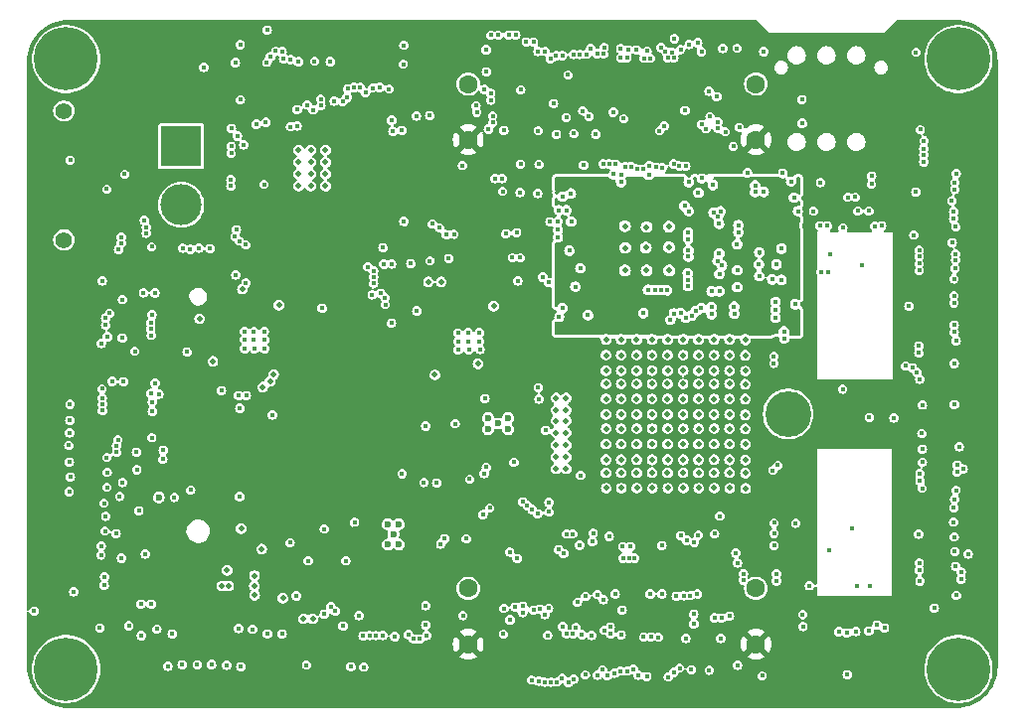
<source format=gbr>
%TF.GenerationSoftware,KiCad,Pcbnew,7.0.10*%
%TF.CreationDate,2024-02-09T12:16:23-05:00*%
%TF.ProjectId,pixc4-jetson-universal-carrier,70697863-342d-46a6-9574-736f6e2d756e,rev?*%
%TF.SameCoordinates,Original*%
%TF.FileFunction,Copper,L9,Inr*%
%TF.FilePolarity,Positive*%
%FSLAX46Y46*%
G04 Gerber Fmt 4.6, Leading zero omitted, Abs format (unit mm)*
G04 Created by KiCad (PCBNEW 7.0.10) date 2024-02-09 12:16:23*
%MOMM*%
%LPD*%
G01*
G04 APERTURE LIST*
%TA.AperFunction,ComponentPad*%
%ADD10C,0.499999*%
%TD*%
%TA.AperFunction,ComponentPad*%
%ADD11C,1.400000*%
%TD*%
%TA.AperFunction,ComponentPad*%
%ADD12R,3.500000X3.500000*%
%TD*%
%TA.AperFunction,ComponentPad*%
%ADD13C,3.500000*%
%TD*%
%TA.AperFunction,ComponentPad*%
%ADD14C,0.800000*%
%TD*%
%TA.AperFunction,ComponentPad*%
%ADD15C,5.400000*%
%TD*%
%TA.AperFunction,ComponentPad*%
%ADD16C,1.600000*%
%TD*%
%TA.AperFunction,ComponentPad*%
%ADD17C,0.600000*%
%TD*%
%TA.AperFunction,ComponentPad*%
%ADD18C,3.900000*%
%TD*%
%TA.AperFunction,ViaPad*%
%ADD19C,0.400000*%
%TD*%
%TA.AperFunction,ViaPad*%
%ADD20C,0.500000*%
%TD*%
%TA.AperFunction,ViaPad*%
%ADD21C,0.600000*%
%TD*%
G04 APERTURE END LIST*
D10*
%TO.N,GND*%
%TO.C,U14*%
X93459999Y-100730000D03*
X92360001Y-100730000D03*
%TD*%
D11*
%TO.N,*%
%TO.C,J27*%
X61310700Y-97173560D03*
X61310700Y-86173560D03*
D12*
%TO.N,GND*%
X71310700Y-89173560D03*
D13*
%TO.N,/MainPower/PWR_IN*%
X71310700Y-94173560D03*
%TD*%
D14*
%TO.N,GND*%
%TO.C,J1*%
X59475000Y-81750000D03*
X60068109Y-80318109D03*
X60068109Y-83181891D03*
X61500000Y-79725000D03*
D15*
X61500000Y-81750000D03*
D14*
X61500000Y-83775000D03*
X62931891Y-80318109D03*
X62931891Y-83181891D03*
X63525000Y-81750000D03*
%TD*%
%TO.N,GND*%
%TO.C,J2*%
X59475000Y-133750000D03*
X60068109Y-132318109D03*
X60068109Y-135181891D03*
X61500000Y-131725000D03*
D15*
X61500000Y-133750000D03*
D14*
X61500000Y-135775000D03*
X62931891Y-132318109D03*
X62931891Y-135181891D03*
X63525000Y-133750000D03*
%TD*%
%TO.N,GND*%
%TO.C,J3*%
X135475000Y-81750000D03*
X136068109Y-80318109D03*
X136068109Y-83181891D03*
X137500000Y-79725000D03*
D15*
X137500000Y-81750000D03*
D14*
X137500000Y-83775000D03*
X138931891Y-80318109D03*
X138931891Y-83181891D03*
X139525000Y-81750000D03*
%TD*%
%TO.N,GND*%
%TO.C,J4*%
X135475000Y-133750000D03*
X136068109Y-132318109D03*
X136068109Y-135181891D03*
X137500000Y-131725000D03*
D15*
X137500000Y-133750000D03*
D14*
X137500000Y-135775000D03*
X138931891Y-132318109D03*
X138931891Y-135181891D03*
X139525000Y-133750000D03*
%TD*%
D16*
%TO.N,+5V*%
%TO.C,J5*%
X95750000Y-88625000D03*
X120250000Y-88625000D03*
%TO.N,GND*%
X95750000Y-83875000D03*
X120250000Y-83875000D03*
%TD*%
%TO.N,+5V*%
%TO.C,J6*%
X95750000Y-131625000D03*
X120250000Y-131625000D03*
%TO.N,GND*%
X95750000Y-126875000D03*
X120250000Y-126875000D03*
%TD*%
D17*
%TO.N,GND*%
%TO.C,U6*%
X88900800Y-121406200D03*
X88900800Y-123126200D03*
X89380800Y-122266200D03*
X89860800Y-121406200D03*
X89860800Y-123126200D03*
%TD*%
%TO.N,GND*%
%TO.C,U10*%
X99161600Y-112344200D03*
X97441600Y-112344200D03*
X98301600Y-112824200D03*
X99161600Y-113304200D03*
X97441600Y-113304200D03*
%TD*%
D18*
%TO.N,GND*%
%TO.C,SP1*%
X123000000Y-112000000D03*
%TD*%
D19*
%TO.N,GND*%
X81280000Y-81970000D03*
X79910000Y-81120000D03*
%TO.N,CAM0_GPIO*%
X81180000Y-87440000D03*
X80630000Y-81790000D03*
%TO.N,CAM0_MCLK*%
X80030000Y-81720000D03*
X80620000Y-87510000D03*
%TO.N,CAM0_SCL0*%
X95260000Y-90820000D03*
X100200000Y-90700000D03*
X78910000Y-81550000D03*
%TO.N,CAM0_SDA0*%
X78600000Y-82020000D03*
%TO.N,CAM0_D1_N*%
X86557310Y-84170000D03*
%TO.N,CAM0_D1_P*%
X86022690Y-84170000D03*
%TO.N,CAM0_D3_N*%
X82040000Y-85660000D03*
%TO.N,CAM0_D3_P*%
X82540000Y-86080000D03*
%TO.N,CAM0_D2_N*%
X83199298Y-85718200D03*
%TO.N,CAM0_D2_P*%
X83180000Y-85170000D03*
%TO.N,CAM0_C_N*%
X85429017Y-85010983D03*
%TO.N,CAM0_C_P*%
X85050983Y-85389017D03*
%TO.N,GND*%
X89020000Y-84300000D03*
%TO.N,CAM0_D0_P*%
X87620000Y-84210000D03*
%TO.N,CAM0_D0_N*%
X88200000Y-84170000D03*
%TO.N,GND*%
X76350000Y-85220000D03*
%TO.N,+3V3_MIPI*%
X90085000Y-87815000D03*
X89235000Y-86965000D03*
%TO.N,GND*%
X86800000Y-130910000D03*
X118643400Y-80822800D03*
X127630000Y-109890000D03*
D20*
X110093600Y-115900000D03*
D19*
X118000000Y-129240000D03*
X99910000Y-124320000D03*
X92700000Y-95800000D03*
X82670000Y-81930000D03*
X118668800Y-101193600D03*
X92120000Y-129990000D03*
D20*
X108772800Y-106984800D03*
D19*
X78650000Y-130750000D03*
X132980000Y-107910000D03*
D20*
X107496771Y-105674800D03*
D19*
X130110000Y-91710000D03*
X113250000Y-90680000D03*
X97180000Y-110690000D03*
D20*
X119352800Y-110730000D03*
X107492800Y-109434000D03*
X114054284Y-113250000D03*
D19*
X104930000Y-130230000D03*
X69090000Y-109390000D03*
X70530000Y-130740000D03*
X87570000Y-101850000D03*
D20*
X114047084Y-112050000D03*
X107492800Y-106984800D03*
X118006771Y-105674800D03*
X111409942Y-106984800D03*
X115372855Y-113250000D03*
D19*
X81186305Y-86045166D03*
D20*
X116686455Y-114560000D03*
D19*
X114210500Y-86131400D03*
X114450000Y-99990000D03*
X65960000Y-97970000D03*
X99872800Y-96545400D03*
X105580000Y-90790000D03*
D20*
X82510000Y-129470000D03*
D19*
X128880000Y-126660000D03*
D20*
X107494600Y-108314000D03*
X108772800Y-109434000D03*
D19*
X95732600Y-105079800D03*
D20*
X115367455Y-108314000D03*
X108780000Y-113250000D03*
X116686026Y-108314000D03*
D19*
X100190000Y-98680000D03*
X116350000Y-86660000D03*
X87000000Y-84620000D03*
D20*
X119354600Y-108334000D03*
D19*
X86070000Y-121250000D03*
D20*
X107492800Y-110710000D03*
D19*
X67500000Y-115260000D03*
X124200000Y-87220000D03*
X77546200Y-106426000D03*
X112240000Y-127350000D03*
X105300000Y-99580000D03*
D20*
X107495029Y-114560000D03*
X115387084Y-118327800D03*
D19*
X64500000Y-105990000D03*
X92220000Y-130890000D03*
D20*
X108772800Y-117017800D03*
D19*
X86454400Y-129184400D03*
X102300000Y-129100000D03*
X97300000Y-82830000D03*
D20*
X111409942Y-112050000D03*
X110091371Y-106984800D03*
X110867599Y-97818001D03*
D19*
X66220000Y-124290000D03*
X76708000Y-106426000D03*
X111250000Y-127350000D03*
D20*
X118005029Y-115900000D03*
D19*
X117260000Y-131130000D03*
X67700000Y-120260000D03*
X130090000Y-92420000D03*
X103790000Y-130120000D03*
X78409800Y-105689400D03*
X117110000Y-95790000D03*
X78522207Y-87132533D03*
X75920000Y-82050000D03*
X111125000Y-91617800D03*
D20*
X119355029Y-115920000D03*
D19*
X104750000Y-88100000D03*
X100220000Y-84370000D03*
D20*
X116684226Y-117017800D03*
D19*
X124170000Y-85200000D03*
D20*
X79180000Y-108630000D03*
D19*
X124240000Y-129090000D03*
D20*
X118024229Y-118327800D03*
D19*
X120180000Y-93080000D03*
X86840000Y-133580000D03*
D20*
X116684226Y-106984800D03*
D19*
X88490000Y-97830000D03*
X102510000Y-130870000D03*
X93410000Y-123100000D03*
D20*
X111412171Y-115900000D03*
X114051055Y-105674800D03*
D19*
X90660000Y-130820000D03*
X95290000Y-129190000D03*
X79070000Y-112080000D03*
X64580000Y-100660000D03*
D20*
X119355029Y-114580000D03*
D19*
X115650000Y-91900000D03*
X94090000Y-98750000D03*
D20*
X108775029Y-114560000D03*
D19*
X94530000Y-96670000D03*
D20*
X118005029Y-114560000D03*
D19*
X128730000Y-93520000D03*
D20*
X116688197Y-105674800D03*
D19*
X95783400Y-105841800D03*
X118643400Y-97510600D03*
X76010000Y-96300000D03*
X136960000Y-97400000D03*
X96723200Y-105816400D03*
X92130000Y-113030000D03*
X77495400Y-105664000D03*
X115260000Y-127350000D03*
X64560000Y-109860000D03*
X65200000Y-103420000D03*
X85760000Y-133540000D03*
X102600000Y-100790000D03*
X133890000Y-81170000D03*
X115600000Y-102970000D03*
X134160000Y-99780000D03*
X103260000Y-88160000D03*
X64580000Y-110640000D03*
X133870000Y-93080000D03*
X114970000Y-129890000D03*
X61850000Y-90360000D03*
X94894400Y-105816400D03*
X116484400Y-103505000D03*
X65420000Y-109220000D03*
X83490000Y-121800000D03*
D20*
X119352800Y-107004800D03*
X77550000Y-125780000D03*
D19*
X108762800Y-91587800D03*
X65020000Y-105420000D03*
X124256800Y-130124200D03*
X133270000Y-102810000D03*
D20*
X107500000Y-113250000D03*
D19*
X137130000Y-107700000D03*
X70170000Y-133510000D03*
X122428000Y-100558600D03*
D20*
X107514229Y-118327800D03*
X116705655Y-118327800D03*
D19*
X81980000Y-133400000D03*
X85330000Y-124520000D03*
D20*
X107495029Y-115900000D03*
D19*
X94894400Y-106527600D03*
X120910000Y-81110000D03*
D20*
X109093000Y-99771200D03*
D19*
X121793000Y-121285000D03*
X121640600Y-100533200D03*
D20*
X112728513Y-109434000D03*
D19*
X107600000Y-134300000D03*
D20*
X115365655Y-110710000D03*
D19*
X126441200Y-99898200D03*
X97120000Y-84340000D03*
X110970000Y-81070000D03*
D20*
X77560000Y-127460000D03*
X115365655Y-117017800D03*
D19*
X118550000Y-123850000D03*
X103790000Y-102990000D03*
D20*
X114047084Y-110710000D03*
X108774600Y-108314000D03*
D19*
X68760000Y-128220000D03*
X111950000Y-131030000D03*
X91370000Y-103220000D03*
D20*
X108772800Y-112050000D03*
D19*
X112960000Y-103960000D03*
D20*
X114047084Y-109434000D03*
X119356771Y-105694800D03*
X111411742Y-108314000D03*
X114049313Y-114560000D03*
D19*
X102750000Y-81750000D03*
X105810000Y-81340000D03*
X105950000Y-103570000D03*
X99640000Y-116120000D03*
D20*
X119352800Y-112070000D03*
D19*
X68840000Y-111770000D03*
D20*
X107492800Y-117017800D03*
X119360000Y-113270000D03*
X81710000Y-129460000D03*
X109093000Y-95986600D03*
D19*
X78409800Y-106426000D03*
X80580000Y-122980000D03*
X106740000Y-127400000D03*
D20*
X110091371Y-112050000D03*
D19*
X99974400Y-100660200D03*
X69060000Y-101690000D03*
X134420000Y-111230000D03*
X68170000Y-95500000D03*
X84348626Y-85323326D03*
D20*
X118002800Y-109434000D03*
X114047084Y-106984800D03*
D19*
X116484400Y-102895400D03*
D20*
X115367884Y-115900000D03*
X110112800Y-118327800D03*
X110947200Y-99771200D03*
D19*
X76708000Y-105638600D03*
D20*
X116684226Y-110710000D03*
D19*
X137120000Y-100480000D03*
X98800000Y-128580000D03*
X129290000Y-99330000D03*
X75565000Y-89179400D03*
X89490000Y-130980000D03*
X101780000Y-90720000D03*
X98780000Y-87830000D03*
X122428000Y-97917000D03*
D20*
X112749942Y-118327800D03*
D19*
X64490000Y-123240000D03*
X114960000Y-129070000D03*
D20*
X112732484Y-105674800D03*
X116684226Y-112050000D03*
D19*
X137890000Y-116700000D03*
X108780000Y-130840000D03*
D20*
X108775029Y-115900000D03*
D19*
X137310000Y-91510000D03*
X108864400Y-128717000D03*
X83490000Y-129070000D03*
X114760000Y-133790000D03*
X73760000Y-97900000D03*
X127320000Y-130570000D03*
X128920000Y-94700000D03*
D20*
X119352800Y-109454000D03*
D19*
X116280000Y-133840000D03*
D20*
X118002800Y-106984800D03*
D19*
X131200000Y-130240000D03*
X104521000Y-95605600D03*
X117144800Y-100076000D03*
X137290000Y-118500000D03*
D20*
X111417142Y-113250000D03*
D19*
X88470000Y-130880000D03*
X121996200Y-99263200D03*
X136940000Y-93830000D03*
X96697800Y-105079800D03*
X137270000Y-96050000D03*
D20*
X119374229Y-118347800D03*
D19*
X111180000Y-90820000D03*
X108102400Y-91567000D03*
D20*
X119352800Y-117037800D03*
D19*
X113080000Y-81160000D03*
D20*
X108772800Y-110710000D03*
D19*
X117144800Y-101549200D03*
X120910000Y-93070000D03*
D20*
X112877600Y-99771200D03*
D19*
X67880000Y-128210000D03*
D20*
X78160000Y-123520000D03*
D19*
X107320000Y-80780000D03*
X77698600Y-87299800D03*
X120180000Y-92520000D03*
X97282000Y-80949800D03*
X121793000Y-122174000D03*
X88690000Y-102670000D03*
X85510000Y-84280000D03*
X117250000Y-94730000D03*
D20*
X115365655Y-106984800D03*
D19*
X135440000Y-128550000D03*
D20*
X118002800Y-112050000D03*
D19*
X137150000Y-111190000D03*
X66290000Y-105510000D03*
D20*
X114068513Y-118327800D03*
X110093171Y-108314000D03*
X112852200Y-97790000D03*
D19*
X68770000Y-105300000D03*
D20*
X110091371Y-109434000D03*
X108776771Y-105674800D03*
D19*
X104485000Y-93192600D03*
X67350000Y-106650000D03*
X77495400Y-104978200D03*
X91330000Y-86610000D03*
X58790000Y-128800000D03*
X123610000Y-102650000D03*
D20*
X109118400Y-97840800D03*
D19*
X117120000Y-98330000D03*
X101710000Y-87850000D03*
X117424200Y-80848200D03*
X87200000Y-99460000D03*
D20*
X112728513Y-110710000D03*
X110098571Y-113250000D03*
D19*
X78384400Y-104978200D03*
X126480000Y-123650000D03*
D20*
X114048884Y-108314000D03*
D19*
X79900000Y-130760000D03*
X68820000Y-103550000D03*
X111060000Y-101420000D03*
X76810000Y-97580000D03*
X134550000Y-90510000D03*
X112240000Y-123220000D03*
X109410000Y-80970000D03*
X128410000Y-121740000D03*
D20*
X118002800Y-110710000D03*
X108794229Y-118327800D03*
D19*
X134210000Y-109040000D03*
D20*
X110947200Y-96062800D03*
X111409942Y-117017800D03*
X116691426Y-113250000D03*
D19*
X92140000Y-128350000D03*
X69780000Y-115080000D03*
X82120000Y-124520000D03*
D20*
X112728513Y-117017800D03*
D19*
X68100000Y-101680000D03*
X68790000Y-97750000D03*
D20*
X115365655Y-109434000D03*
D19*
X134110000Y-122250000D03*
D20*
X115367884Y-114560000D03*
D19*
X94630000Y-112830000D03*
D20*
X76420000Y-121770000D03*
D19*
X129930000Y-126630000D03*
D20*
X112728513Y-112050000D03*
D19*
X107750000Y-122430000D03*
D20*
X116684226Y-109434000D03*
D19*
X109821900Y-133780000D03*
X116586000Y-92481400D03*
X67530000Y-116760000D03*
D20*
X118002800Y-117017800D03*
X114047084Y-117017800D03*
D19*
X104250000Y-83100000D03*
X105440000Y-130810000D03*
X97470000Y-87730000D03*
X94869000Y-105105200D03*
D20*
X112730313Y-108314000D03*
D19*
X110660000Y-103400000D03*
D20*
X112730742Y-114560000D03*
D19*
X121793000Y-123215400D03*
D20*
X112728513Y-106984800D03*
X111409942Y-109434000D03*
X110091371Y-110710000D03*
D19*
X68840000Y-110990000D03*
X134570000Y-88710000D03*
X64470000Y-124030000D03*
D20*
X115365655Y-112050000D03*
X118010000Y-113250000D03*
D19*
X84000000Y-81970000D03*
X99510000Y-98680000D03*
X76330000Y-80520000D03*
X89331800Y-87909400D03*
D20*
X111409942Y-110710000D03*
X110093600Y-114560000D03*
X111431371Y-118327800D03*
X77540000Y-126650000D03*
D19*
X107350000Y-130440000D03*
X95808800Y-106527600D03*
X98750000Y-130770000D03*
X66380000Y-109250000D03*
X134150000Y-98050000D03*
D20*
X112852200Y-96037400D03*
D19*
X96748600Y-106502200D03*
D20*
X110091371Y-117017800D03*
D19*
X114280000Y-103780000D03*
X76708000Y-104978200D03*
X90270000Y-80570000D03*
X129910000Y-112290000D03*
X85090000Y-130080000D03*
X75565000Y-89789000D03*
D20*
X114049313Y-115900000D03*
D19*
X92470000Y-86570000D03*
D20*
X116686455Y-115900000D03*
D19*
X108260000Y-127350000D03*
X105040000Y-128060000D03*
X123647200Y-121310400D03*
X64380000Y-130250000D03*
D20*
X112730742Y-115900000D03*
X111412171Y-114560000D03*
D19*
X68800000Y-114020000D03*
X112680000Y-101450000D03*
X87690000Y-100850000D03*
D20*
X111413913Y-105674800D03*
D19*
X90220000Y-82180000D03*
D20*
X107492800Y-112050000D03*
X118004600Y-108314000D03*
D19*
X106260000Y-130890000D03*
D20*
X112735713Y-113250000D03*
D19*
X68260000Y-123950000D03*
X137200000Y-99590000D03*
X125755400Y-92278200D03*
D20*
X110095342Y-105674800D03*
X115369626Y-105674800D03*
D19*
X119532400Y-91414600D03*
D20*
%TO.N,+5V*%
X85242400Y-116586000D03*
D19*
X97729000Y-110236000D03*
D20*
X85242400Y-115570000D03*
X86156800Y-111556800D03*
X85242400Y-114554000D03*
D19*
X86660000Y-122380000D03*
X121900000Y-105630000D03*
D20*
X86156800Y-116535200D03*
X85242400Y-111607600D03*
X86156800Y-114503200D03*
X86156800Y-112572800D03*
D19*
X86060000Y-121770000D03*
D20*
X73840000Y-109260000D03*
X86156800Y-113538000D03*
D19*
X124570000Y-97240000D03*
D20*
X85242400Y-112623600D03*
X86156800Y-115519200D03*
X86156800Y-110591600D03*
X85242400Y-113538000D03*
D19*
X120548400Y-98221800D03*
X104960000Y-90810000D03*
X102720000Y-93000000D03*
X124360000Y-95940000D03*
X60850000Y-127070000D03*
D21*
X102311200Y-102438200D03*
D20*
X85242400Y-110591600D03*
D19*
%TO.N,3V3_SYS*%
X118830000Y-87560000D03*
%TO.N,USB2-*%
X134540000Y-89374834D03*
X113263500Y-81640000D03*
%TO.N,USB2+*%
X134540000Y-89901834D03*
X112736500Y-81640000D03*
%TO.N,PORT_VBUS_2*%
X134243334Y-87763334D03*
X117020000Y-87100000D03*
%TO.N,USB3-*%
X111263500Y-81680000D03*
X137250000Y-98351500D03*
%TO.N,USB3+*%
X137250000Y-98878500D03*
X110736500Y-81680000D03*
%TO.N,PORT_VBUS_3*%
X133700000Y-96750000D03*
X110070000Y-80960000D03*
%TO.N,USB4-*%
X109263500Y-81660000D03*
X133583677Y-108053677D03*
%TO.N,USB4+*%
X133956323Y-108426323D03*
X108736500Y-81660000D03*
%TO.N,PORT_VBUS_4*%
X137300000Y-105760000D03*
X108740000Y-80850000D03*
%TO.N,ETH_RADIO_TX_N*%
X102630000Y-119546800D03*
X102304140Y-81090000D03*
X122125060Y-116374940D03*
%TO.N,ETH_RADIO_TX_P*%
X101695860Y-81090000D03*
X121694940Y-116805060D03*
X102630000Y-120353200D03*
%TO.N,ETH_RADIO_RX_N*%
X97575106Y-120014894D03*
X101304140Y-80290000D03*
X122000000Y-125635860D03*
%TO.N,ETH_RADIO_RX_P*%
X97004894Y-120585106D03*
X122000000Y-126244140D03*
X100695860Y-80290000D03*
%TO.N,ETH_SPARE_RX_P*%
X121780000Y-107694140D03*
X99804140Y-79690000D03*
%TO.N,ETH_SPARE_RX_N*%
X121780000Y-107085860D03*
X99195860Y-79690000D03*
%TO.N,ETH_SPARE_TX_P*%
X118770000Y-96504140D03*
X98304140Y-79720000D03*
%TO.N,ETH_SPARE_TX_N*%
X118770000Y-95895860D03*
X97695860Y-79720000D03*
D20*
%TO.N,Net-(D2-K)*%
X96580000Y-107730000D03*
X97920000Y-102810000D03*
D19*
%TO.N,FMU_I2C_1_SDA*%
X65000000Y-116980000D03*
X103437300Y-123567300D03*
%TO.N,FMU_I2C_1_SCL*%
X64970000Y-115710000D03*
X101670000Y-120520000D03*
%TO.N,GPS1_RX*%
X101200000Y-120150000D03*
X65820000Y-115280000D03*
%TO.N,GPS1_TX*%
X65800000Y-114720000D03*
X100782162Y-119804123D03*
%TO.N,+VDD_5V_PERIPH*%
X108220000Y-134110000D03*
X110960000Y-134390000D03*
X65910000Y-114190000D03*
X105710000Y-134240000D03*
X61760000Y-118630000D03*
X66840000Y-130060000D03*
X138330000Y-123950000D03*
X110235000Y-134265000D03*
X76380000Y-133550000D03*
X100400000Y-119480000D03*
X137560000Y-114790000D03*
X102590000Y-128570000D03*
%TO.N,BATT_VOLTAGE_SENS_PROT*%
X61860000Y-117380000D03*
X117320000Y-129400000D03*
X114360000Y-122780000D03*
%TO.N,BATT_CURRENT_SENS_PROT*%
X116740000Y-129380000D03*
X61780000Y-116110000D03*
X113840000Y-122360000D03*
%TO.N,FMU-CH1-PROT*%
X101840000Y-128640000D03*
X134410000Y-118330000D03*
%TO.N,IO-CH8-PROT*%
X104730000Y-134610000D03*
X137170000Y-119280000D03*
%TO.N,IO-CH7-PROT*%
X137110000Y-119990000D03*
X104290000Y-134910000D03*
%TO.N,IO-CH6-PROT*%
X103750000Y-134520000D03*
X137090000Y-121220000D03*
%TO.N,IO-CH5-PROT*%
X137130000Y-122480000D03*
X103320979Y-134848867D03*
%TO.N,IO-CH4-PROT*%
X137190000Y-123720000D03*
X102820000Y-134860000D03*
%TO.N,IO-CH3-PROT*%
X102260000Y-134870000D03*
X137250000Y-124990000D03*
%TO.N,IO-CH2-PROT*%
X101750000Y-134780000D03*
X134220000Y-126240000D03*
%TO.N,IO-CH1-PROT*%
X101140000Y-134670000D03*
X137320000Y-127470000D03*
%TO.N,ETH_RADIO_TX_POSTMAG_N*%
X134220000Y-117090660D03*
X137120000Y-101925460D03*
%TO.N,ETH_RADIO_TX_POSTMAG_P*%
X137120000Y-102533740D03*
X134220000Y-117698940D03*
%TO.N,ETH_RADIO_RX_POSTMAG_N*%
X134160000Y-124710660D03*
X137130000Y-104425460D03*
%TO.N,ETH_RADIO_RX_POSTMAG_P*%
X134160000Y-125318940D03*
X137130000Y-105033740D03*
%TO.N,ETH_SPARE_TX_POSTMAG_N*%
X137190000Y-92254260D03*
X134150000Y-98580860D03*
%TO.N,ETH_SPARE_TX_POSTMAG_P*%
X134150000Y-99189140D03*
X137190000Y-92862540D03*
%TO.N,ETH_SPARE_RX_POSTMAG_N*%
X134120000Y-106200860D03*
X137090000Y-94754260D03*
%TO.N,ETH_SPARE_RX_POSTMAG_P*%
X134120000Y-106809140D03*
X137090000Y-95362540D03*
D20*
%TO.N,Net-(D3-K)*%
X78245300Y-109710000D03*
X79640000Y-102720000D03*
D19*
%TO.N,+1V1*%
X118668800Y-98221800D03*
X122148600Y-92684600D03*
X122148600Y-93243400D03*
X108102400Y-92227400D03*
X111125000Y-92252800D03*
X107518200Y-103581200D03*
X123740000Y-95930000D03*
X112664200Y-103454200D03*
X116454000Y-96062800D03*
X103370000Y-92990000D03*
X121890000Y-104970000D03*
X116494600Y-100076000D03*
X109139200Y-103428800D03*
X116454400Y-97561400D03*
X122580000Y-95890000D03*
X121880000Y-95870000D03*
%TO.N,+5V_FMU*%
X124820000Y-126640000D03*
X108910000Y-123310000D03*
X108960000Y-124290000D03*
D20*
X103225600Y-116687600D03*
X75210000Y-125330000D03*
X104089200Y-113588800D03*
X104089200Y-115671600D03*
D19*
X102710000Y-95610000D03*
X122540000Y-91460000D03*
D20*
X75350000Y-126660000D03*
X104089200Y-111658400D03*
X92910000Y-108670000D03*
X103225600Y-111658400D03*
X74760000Y-126660000D03*
D21*
X69392800Y-119126000D03*
D19*
X126350000Y-95960000D03*
D20*
X79970000Y-127700000D03*
X104089200Y-112572800D03*
D19*
X109930000Y-124290000D03*
X62160000Y-127160000D03*
X109580000Y-123300000D03*
X66070000Y-119030000D03*
X109430000Y-124300000D03*
D20*
X104089200Y-114655600D03*
X103225600Y-110642400D03*
D19*
X81110000Y-127508000D03*
D20*
X103225600Y-113588800D03*
D19*
X65760000Y-122210000D03*
D20*
X103225600Y-112572800D03*
D19*
X122670000Y-105620000D03*
D20*
X103225600Y-115671600D03*
X104089200Y-116687600D03*
X103225600Y-114655600D03*
X104089200Y-110642400D03*
D19*
%TO.N,IRID_TX_IN_3.3*%
X115610000Y-81130000D03*
X79360000Y-81070000D03*
%TO.N,IRID_RING_3.3*%
X113309400Y-80014500D03*
X78640000Y-79270000D03*
%TO.N,IRID_RX_OUT_3.3*%
X115300000Y-80360000D03*
X73230000Y-82460000D03*
%TO.N,USB_EXT2_SSTX-*%
X113280000Y-103430000D03*
X100390000Y-128380000D03*
%TO.N,Net-(U9-VCC)*%
X69750000Y-115860000D03*
X70730000Y-119120000D03*
%TO.N,XAVIER_I2C1_SCL*%
X128010000Y-130660000D03*
X130370000Y-95980000D03*
X116920000Y-84940000D03*
%TO.N,CAM1_D0_N*%
X112454284Y-87445716D03*
%TO.N,CAM1_D0_P*%
X112045716Y-87854284D03*
X104100000Y-86720000D03*
X103010000Y-85540000D03*
%TO.N,CAM1_C_N*%
X108110000Y-86280000D03*
%TO.N,CAM1_C_P*%
X108990000Y-86830000D03*
%TO.N,CAM1_D1_N*%
X105510000Y-86160000D03*
%TO.N,CAM1_D1_P*%
X106035716Y-86644284D03*
%TO.N,XAVIER_I2C1_SDA*%
X130570000Y-129980000D03*
X116250000Y-84480000D03*
X130960000Y-95960000D03*
%TO.N,+3V3_MIPI*%
X90270000Y-95590000D03*
%TO.N,CAM0_D2_P*%
X113732690Y-90863129D03*
%TO.N,RC_INPUT*%
X76820000Y-100840000D03*
X101790000Y-110737300D03*
X64970000Y-92840000D03*
X106390000Y-122150000D03*
%TO.N,+VDD_5V_RADIO*%
X69240000Y-130350000D03*
X66500000Y-91570000D03*
X107240000Y-127840000D03*
%TO.N,BUZZER_OUT*%
X66320000Y-117840000D03*
X64810000Y-121970000D03*
%TO.N,SAFETY_VDD*%
X105750000Y-127550000D03*
X64880000Y-120720000D03*
X99280000Y-123780000D03*
%TO.N,SAFETY_SWITCH_IN*%
X64980000Y-118250000D03*
X103874349Y-123900000D03*
%TO.N,TELEM1_TX*%
X114280000Y-131130000D03*
X75180000Y-133430000D03*
%TO.N,TELEM1_RX*%
X113750000Y-133660000D03*
X73900000Y-133360000D03*
%TO.N,TELEM1_CTS*%
X113240000Y-134040000D03*
X72680000Y-133380000D03*
%TO.N,TELEM1_RTS*%
X71390000Y-133380000D03*
X112780000Y-134420000D03*
%TO.N,INTVCC*%
X125791000Y-99872800D03*
X120497600Y-99237800D03*
%TO.N,USB_EXT2_SSTX+*%
X113840000Y-103410000D03*
X100380000Y-128930000D03*
%TO.N,CAN_2+*%
X137730000Y-125470860D03*
X108695860Y-133920000D03*
%TO.N,CAN_2-*%
X109304140Y-133920000D03*
X137730000Y-126079140D03*
%TO.N,FMU_I2C_2_SDA*%
X64780000Y-125880000D03*
X107200000Y-133820000D03*
%TO.N,FMU_I2C_2_SCL*%
X64750000Y-126590000D03*
X106750000Y-134270000D03*
%TO.N,FMU-CH4-PROT*%
X99310000Y-129550000D03*
X134370000Y-113670000D03*
%TO.N,FMU-CH3-PROT*%
X99750000Y-128470000D03*
X134420000Y-115000000D03*
%TO.N,FMU-CH2-PROT*%
X134420000Y-116120000D03*
X101330000Y-128710000D03*
%TO.N,USB_EXT1_SSTX-*%
X84426323Y-128806323D03*
X117356323Y-99316323D03*
X87690000Y-100322070D03*
%TO.N,USB_EXT1_SSTX+*%
X87690000Y-99817930D03*
X84053677Y-128433677D03*
X116983677Y-98943677D03*
%TO.N,CAM0_D2_N*%
X114267310Y-90863129D03*
%TO.N,CAM0_D3_P*%
X115640983Y-87310983D03*
%TO.N,CAM1_GPIO*%
X108290000Y-90700000D03*
X112170000Y-80767300D03*
%TO.N,CAM1_MCLK*%
X107760000Y-90690000D03*
X112551641Y-81092037D03*
%TO.N,CAM1_SCL0*%
X113830000Y-80940000D03*
X107240000Y-90680000D03*
%TO.N,CAM1_SDA0*%
X106600000Y-88150000D03*
X114572700Y-80500000D03*
%TO.N,CAM0_D0_N*%
X97670000Y-84671100D03*
%TO.N,CAM0_D0_P*%
X97670000Y-85248900D03*
%TO.N,CAM0_C_N*%
X96410000Y-85730000D03*
%TO.N,CAM0_C_P*%
X96480000Y-86280000D03*
%TO.N,CAM0_D1_N*%
X97830000Y-86581100D03*
%TO.N,CAM0_D1_P*%
X97830000Y-87158900D03*
%TO.N,CAM0_GPIO*%
X101660000Y-93200000D03*
%TO.N,CAM0_MCLK*%
X100180000Y-93130000D03*
%TO.N,CAM0_SDA0*%
X98680000Y-93020000D03*
%TO.N,USBSS_TX_N*%
X112290000Y-90990000D03*
X105263500Y-81350000D03*
%TO.N,USBSS_TX_P*%
X111770000Y-90980000D03*
X104736500Y-81350000D03*
%TO.N,UART4_RX*%
X114660000Y-127480000D03*
X119167208Y-126152989D03*
%TO.N,UART4_TX*%
X119190000Y-125630000D03*
X114120000Y-127490000D03*
%TO.N,S.BUS_OUT*%
X67920000Y-130900000D03*
X113470000Y-127530000D03*
%TO.N,USB_CELL_SSTX+*%
X116643677Y-94833677D03*
X64600000Y-111706000D03*
X66200000Y-96937930D03*
%TO.N,USB_CELL_SSTX-*%
X66200000Y-97442070D03*
X117016323Y-95206323D03*
X64600000Y-111179000D03*
%TO.N,+SIM_VCC*%
X83310000Y-102980000D03*
X76300000Y-111520000D03*
X128077000Y-93522800D03*
X127650000Y-96140000D03*
%TO.N,Net-(D9-K)*%
X77380000Y-130360000D03*
X75950000Y-100150000D03*
X76190000Y-130290000D03*
%TO.N,Net-(D10-A)*%
X132010000Y-112350000D03*
X120780000Y-134330000D03*
X128030000Y-134220000D03*
%TO.N,USB_CELL_D+*%
X68330000Y-96097930D03*
X114180000Y-94260000D03*
X68710000Y-104236500D03*
%TO.N,USB_CELL_D-*%
X114526323Y-94706323D03*
X68710000Y-104763500D03*
X68330000Y-96602070D03*
%TO.N,USB_CELL_SSRX+*%
X114470000Y-96554501D03*
X75891759Y-96891759D03*
X68740000Y-110263500D03*
%TO.N,USB_CELL_SSRX-*%
X114470000Y-97081501D03*
X69410000Y-110310000D03*
X76248241Y-97248241D03*
%TO.N,USB_EXT1_D+*%
X114490000Y-98054502D03*
X91101500Y-131190000D03*
%TO.N,USB_EXT1_D-*%
X114490000Y-98581502D03*
X91628500Y-131190000D03*
%TO.N,USB_EXT1_SSRX+*%
X114460000Y-100554502D03*
X87351500Y-130890000D03*
X88311759Y-101721759D03*
%TO.N,USB_EXT1_SSRX-*%
X114460000Y-101081502D03*
X88668241Y-102078241D03*
X87878500Y-130890000D03*
%TO.N,USB_EXT2_D+*%
X115136323Y-103243677D03*
X107871500Y-130740000D03*
%TO.N,USB_EXT2_D-*%
X114763677Y-103616323D03*
X107850000Y-130170000D03*
%TO.N,USB_EXT2_SSRX+*%
X112150000Y-101440000D03*
X104121500Y-130750000D03*
X104132930Y-122230000D03*
%TO.N,USB_EXT2_SSRX-*%
X104648500Y-130750000D03*
X104637070Y-122230000D03*
X111630000Y-101430000D03*
%TO.N,PWRCTRL2*%
X101720000Y-109750000D03*
X102100000Y-100330000D03*
%TO.N,+3V3*%
X118414800Y-103454200D03*
X121920000Y-102463600D03*
X125710000Y-95960000D03*
X123260000Y-92170000D03*
X122650000Y-104980000D03*
X103378000Y-96951800D03*
X118389400Y-102844600D03*
X104889600Y-101142800D03*
X121920000Y-103784400D03*
X118668800Y-99745800D03*
X103480000Y-103710000D03*
X114528600Y-92242600D03*
X116484400Y-101549200D03*
X103454200Y-94640400D03*
X104368600Y-98069400D03*
X103360000Y-95590000D03*
X121920000Y-103124000D03*
X108770000Y-92220000D03*
%TO.N,OVERCUR3*%
X103378000Y-96312200D03*
X102330000Y-113400000D03*
%TO.N,OVERCUR2*%
X104104400Y-94640400D03*
X105321401Y-117240000D03*
X97290000Y-116550000D03*
%TO.N,CAN_1+*%
X137380000Y-116360860D03*
X110695860Y-131020000D03*
%TO.N,CAN_1-*%
X111304140Y-131020000D03*
X137380000Y-116969140D03*
D20*
%TO.N,/MainPower/PWR_IN*%
X81305400Y-91541600D03*
X83591400Y-90551000D03*
X82346800Y-92583000D03*
X82346800Y-90551000D03*
X81305400Y-90551000D03*
X83591400Y-89509600D03*
X83591400Y-92583000D03*
X83591400Y-91541600D03*
D19*
X75539600Y-91998800D03*
D20*
X81305400Y-89509600D03*
X82346800Y-91541600D03*
D19*
X78359000Y-92430600D03*
D20*
X82346800Y-89509600D03*
D19*
X75539600Y-92583000D03*
D20*
X81305400Y-92583000D03*
D19*
%TO.N,JETSON_USB1_D_P*%
X106736500Y-81290000D03*
X109104100Y-90900000D03*
%TO.N,JETSON_USB1_D_N*%
X107263500Y-81290000D03*
X109631100Y-90900000D03*
%TO.N,USBSS_RX_P*%
X110104099Y-91130000D03*
X103236500Y-81450000D03*
%TO.N,USBSS_RX_N*%
X103763500Y-81450000D03*
X110631099Y-91130000D03*
%TO.N,Net-(IC1-USB_R1)*%
X115351600Y-93141800D03*
%TO.N,JETSON_CAN+*%
X93324894Y-96144894D03*
X64870000Y-103830860D03*
X98020000Y-91929350D03*
%TO.N,JETSON_CAN-*%
X98650000Y-91929350D03*
X64870000Y-104439140D03*
X93895106Y-96715106D03*
%TO.N,PORT_VBUS_JETSON*%
X103780000Y-93469350D03*
X106180000Y-80830000D03*
%TO.N,GPIO02*%
X72830000Y-97870000D03*
X118320000Y-89190000D03*
X76640000Y-89050000D03*
%TO.N,BATT2_CURRENT_SENS_PROT*%
X115010000Y-122940000D03*
X61800000Y-113610000D03*
%TO.N,BATT2_VOLTAGE_SENS_PROT*%
X115350000Y-122320000D03*
X61730000Y-114680000D03*
%TO.N,SPARE1_ADC1*%
X116740000Y-122220000D03*
X93065744Y-117871709D03*
%TO.N,SPARE2_ADC1*%
X97100000Y-117090000D03*
X117180000Y-120710000D03*
%TO.N,Net-(J20-Pin_7)*%
X64730000Y-119600000D03*
X105230000Y-123190000D03*
D20*
%TO.N,Net-(J30-~{FULL_CARD_POWER_OFF})*%
X76510000Y-101360000D03*
X72880000Y-103890000D03*
%TO.N,PCIE_DIS*%
X78870000Y-109230000D03*
X74000000Y-107520000D03*
D19*
%TO.N,VBUS_CELL*%
X71810000Y-106720000D03*
X98950000Y-96640000D03*
%TO.N,SIM_RESET*%
X125160000Y-94710000D03*
X89220000Y-104260000D03*
X92490000Y-98950000D03*
X74730000Y-110000000D03*
%TO.N,SIM_CLK*%
X76200000Y-110440000D03*
X123490000Y-93560000D03*
X89220000Y-99210000D03*
%TO.N,SIM_DATA*%
X123850000Y-94710000D03*
X76850000Y-110440000D03*
X88560000Y-99240000D03*
%TO.N,SIM_DETECT*%
X129870000Y-94700000D03*
X90850000Y-99180000D03*
X76280000Y-119050000D03*
%TO.N,Net-(U9-+IN)*%
X106330000Y-122870000D03*
X72110000Y-118490000D03*
%TO.N,PGOOD2*%
X120548400Y-100228400D03*
X126570000Y-98370000D03*
%TO.N,+5V_PROT*%
X90115000Y-117095000D03*
X66310000Y-102250000D03*
%TO.N,RS232_TXD*%
X129870000Y-130500000D03*
%TO.N,RS232_RXD*%
X128750000Y-130550000D03*
%TO.N,+5V_PROT_INS*%
X118680000Y-133420000D03*
X118670000Y-124710000D03*
X95590000Y-122640000D03*
X93740000Y-122620000D03*
%TO.N,Net-(J13-Pin_6)*%
X61810000Y-112540000D03*
X91980000Y-117848700D03*
%TO.N,Net-(J13-Pin_7)*%
X95873592Y-117560000D03*
X61840000Y-111170000D03*
%TO.N,CAM0_D3_N*%
X116019017Y-87689017D03*
%TO.N,nMOD_SLEEP*%
X76100000Y-88310000D03*
X117030000Y-87660000D03*
X72080000Y-97970000D03*
%TO.N,SLEEP{slash}WAKE*%
X75580000Y-87660000D03*
X71420000Y-97870000D03*
X117640000Y-87940000D03*
%TD*%
%TA.AperFunction,Conductor*%
%TO.N,+1V1*%
G36*
X107709671Y-91815602D02*
G01*
X107736774Y-91839087D01*
X107801706Y-91914022D01*
X107837349Y-91936928D01*
X107911650Y-91984678D01*
X107911651Y-91984678D01*
X107911652Y-91984679D01*
X107944582Y-91994348D01*
X108037049Y-92021499D01*
X108037050Y-92021499D01*
X108037053Y-92021500D01*
X108037056Y-92021500D01*
X108167746Y-92021500D01*
X108167747Y-92021500D01*
X108167747Y-92021499D01*
X108176382Y-92020258D01*
X108246656Y-92030360D01*
X108300313Y-92076851D01*
X108320317Y-92144971D01*
X108319035Y-92162906D01*
X108310826Y-92220002D01*
X108310826Y-92220003D01*
X108329424Y-92349357D01*
X108329426Y-92349364D01*
X108383720Y-92468252D01*
X108469302Y-92567019D01*
X108469306Y-92567022D01*
X108504473Y-92589622D01*
X108579250Y-92637678D01*
X108579249Y-92637678D01*
X108704649Y-92674499D01*
X108704650Y-92674499D01*
X108704653Y-92674500D01*
X108704656Y-92674500D01*
X108835344Y-92674500D01*
X108835347Y-92674500D01*
X108960748Y-92637679D01*
X109070695Y-92567021D01*
X109106595Y-92525590D01*
X109156279Y-92468252D01*
X109156279Y-92468250D01*
X109156282Y-92468248D01*
X109210574Y-92349364D01*
X109225289Y-92247021D01*
X109229174Y-92220003D01*
X109229174Y-92219996D01*
X109210575Y-92090642D01*
X109210574Y-92090641D01*
X109210574Y-92090636D01*
X109157281Y-91973941D01*
X109147179Y-91903668D01*
X109176672Y-91839087D01*
X109236398Y-91800704D01*
X109271896Y-91795600D01*
X110625571Y-91795600D01*
X110693692Y-91815602D01*
X110731914Y-91859712D01*
X110733848Y-91858470D01*
X110738720Y-91866051D01*
X110824302Y-91964819D01*
X110824306Y-91964822D01*
X110879278Y-92000150D01*
X110934250Y-92035478D01*
X110934251Y-92035478D01*
X110934252Y-92035479D01*
X110951812Y-92040635D01*
X111059649Y-92072299D01*
X111059650Y-92072299D01*
X111059653Y-92072300D01*
X111059656Y-92072300D01*
X111190344Y-92072300D01*
X111190347Y-92072300D01*
X111315748Y-92035479D01*
X111425695Y-91964821D01*
X111511282Y-91866048D01*
X111511284Y-91866042D01*
X111516152Y-91858470D01*
X111518087Y-91859713D01*
X111556300Y-91815608D01*
X111624419Y-91795600D01*
X114039296Y-91795600D01*
X114107417Y-91815602D01*
X114153910Y-91869258D01*
X114164014Y-91939532D01*
X114145297Y-91989716D01*
X114142320Y-91994348D01*
X114142318Y-91994351D01*
X114142318Y-91994352D01*
X114129920Y-92021500D01*
X114088026Y-92113235D01*
X114088024Y-92113242D01*
X114069426Y-92242596D01*
X114069426Y-92242603D01*
X114088024Y-92371957D01*
X114088026Y-92371964D01*
X114138001Y-92481396D01*
X114142320Y-92490852D01*
X114227902Y-92589619D01*
X114227906Y-92589622D01*
X114260804Y-92610764D01*
X114337850Y-92660278D01*
X114337849Y-92660278D01*
X114463249Y-92697099D01*
X114463250Y-92697099D01*
X114463253Y-92697100D01*
X114463256Y-92697100D01*
X114593944Y-92697100D01*
X114593947Y-92697100D01*
X114719348Y-92660279D01*
X114829295Y-92589621D01*
X114830979Y-92587678D01*
X114914879Y-92490852D01*
X114914879Y-92490850D01*
X114914882Y-92490848D01*
X114969174Y-92371964D01*
X114972039Y-92352035D01*
X114987774Y-92242603D01*
X114987774Y-92242596D01*
X114969175Y-92113242D01*
X114969174Y-92113241D01*
X114969174Y-92113236D01*
X114914882Y-91994352D01*
X114914879Y-91994348D01*
X114911903Y-91989716D01*
X114891904Y-91921594D01*
X114911909Y-91853474D01*
X114965567Y-91806984D01*
X115017904Y-91795600D01*
X115066636Y-91795600D01*
X115134757Y-91815602D01*
X115181250Y-91869258D01*
X115191353Y-91903668D01*
X115209424Y-92029357D01*
X115209426Y-92029364D01*
X115262221Y-92144971D01*
X115263720Y-92148252D01*
X115349302Y-92247019D01*
X115349306Y-92247022D01*
X115404278Y-92282350D01*
X115459250Y-92317678D01*
X115459249Y-92317678D01*
X115584649Y-92354499D01*
X115584650Y-92354499D01*
X115584653Y-92354500D01*
X115584656Y-92354500D01*
X115715344Y-92354500D01*
X115715347Y-92354500D01*
X115840748Y-92317679D01*
X115949786Y-92247605D01*
X116017904Y-92227604D01*
X116086025Y-92247606D01*
X116132518Y-92301262D01*
X116142622Y-92371535D01*
X116139876Y-92390635D01*
X116128717Y-92468252D01*
X116126826Y-92481402D01*
X116126826Y-92481403D01*
X116145424Y-92610757D01*
X116145426Y-92610764D01*
X116196672Y-92722979D01*
X116199720Y-92729652D01*
X116285302Y-92828419D01*
X116285306Y-92828422D01*
X116312005Y-92845580D01*
X116395250Y-92899078D01*
X116395249Y-92899078D01*
X116520649Y-92935899D01*
X116520650Y-92935899D01*
X116520653Y-92935900D01*
X116520656Y-92935900D01*
X116651344Y-92935900D01*
X116651347Y-92935900D01*
X116776748Y-92899079D01*
X116886695Y-92828421D01*
X116895784Y-92817932D01*
X116972279Y-92729652D01*
X116972279Y-92729650D01*
X116972282Y-92729648D01*
X117026574Y-92610764D01*
X117032863Y-92567022D01*
X117045174Y-92481403D01*
X117045174Y-92481396D01*
X117026575Y-92352042D01*
X117026574Y-92352041D01*
X117026574Y-92352036D01*
X116972282Y-92233152D01*
X116972280Y-92233150D01*
X116972279Y-92233147D01*
X116886697Y-92134380D01*
X116886693Y-92134377D01*
X116776748Y-92063721D01*
X116776749Y-92063721D01*
X116704462Y-92042496D01*
X116644736Y-92004112D01*
X116615243Y-91939531D01*
X116625347Y-91869257D01*
X116671841Y-91815602D01*
X116739961Y-91795600D01*
X119247582Y-91795600D01*
X119315700Y-91815601D01*
X119341652Y-91832279D01*
X119413836Y-91853474D01*
X119467049Y-91869099D01*
X119467050Y-91869099D01*
X119467053Y-91869100D01*
X119467056Y-91869100D01*
X119597744Y-91869100D01*
X119597747Y-91869100D01*
X119723148Y-91832279D01*
X119749099Y-91815601D01*
X119817218Y-91795600D01*
X122184537Y-91795600D01*
X122252657Y-91815602D01*
X122284472Y-91836048D01*
X122349252Y-91877679D01*
X122437763Y-91903668D01*
X122474649Y-91914499D01*
X122474650Y-91914499D01*
X122474653Y-91914500D01*
X122474656Y-91914500D01*
X122605344Y-91914500D01*
X122605347Y-91914500D01*
X122659681Y-91898545D01*
X122730674Y-91898545D01*
X122790400Y-91936928D01*
X122819894Y-92001509D01*
X122819895Y-92037373D01*
X122816107Y-92063720D01*
X122805948Y-92134380D01*
X122800826Y-92170002D01*
X122800826Y-92170003D01*
X122819424Y-92299357D01*
X122819426Y-92299364D01*
X122873720Y-92418252D01*
X122959302Y-92517019D01*
X122959306Y-92517022D01*
X123014278Y-92552350D01*
X123069250Y-92587678D01*
X123069251Y-92587678D01*
X123069252Y-92587679D01*
X123077736Y-92590170D01*
X123194649Y-92624499D01*
X123194650Y-92624499D01*
X123194653Y-92624500D01*
X123194656Y-92624500D01*
X123325344Y-92624500D01*
X123325347Y-92624500D01*
X123450748Y-92587679D01*
X123560695Y-92517021D01*
X123560697Y-92517019D01*
X123646279Y-92418252D01*
X123646279Y-92418250D01*
X123646282Y-92418248D01*
X123700574Y-92299364D01*
X123719174Y-92170000D01*
X123719174Y-92169996D01*
X123700575Y-92040642D01*
X123700574Y-92040641D01*
X123700574Y-92040636D01*
X123670115Y-91973941D01*
X123660013Y-91903668D01*
X123689506Y-91839087D01*
X123749232Y-91800704D01*
X123784730Y-91795600D01*
X123905200Y-91795600D01*
X123973321Y-91815602D01*
X124019814Y-91869258D01*
X124031200Y-91921600D01*
X124031200Y-93152717D01*
X124011198Y-93220838D01*
X123957542Y-93267331D01*
X123887268Y-93277435D01*
X123822688Y-93247941D01*
X123809976Y-93235230D01*
X123790694Y-93212978D01*
X123790693Y-93212977D01*
X123680748Y-93142321D01*
X123680750Y-93142321D01*
X123555350Y-93105500D01*
X123555347Y-93105500D01*
X123424653Y-93105500D01*
X123424649Y-93105500D01*
X123299250Y-93142321D01*
X123189306Y-93212977D01*
X123189302Y-93212980D01*
X123103720Y-93311747D01*
X123049426Y-93430635D01*
X123049424Y-93430642D01*
X123030826Y-93559996D01*
X123030826Y-93560003D01*
X123049424Y-93689357D01*
X123049426Y-93689364D01*
X123103720Y-93808252D01*
X123189302Y-93907019D01*
X123189306Y-93907022D01*
X123244278Y-93942350D01*
X123299250Y-93977678D01*
X123299249Y-93977678D01*
X123424649Y-94014499D01*
X123424650Y-94014499D01*
X123424653Y-94014500D01*
X123424656Y-94014500D01*
X123555344Y-94014500D01*
X123555347Y-94014500D01*
X123680748Y-93977679D01*
X123790695Y-93907021D01*
X123809976Y-93884769D01*
X123869701Y-93846386D01*
X123940697Y-93846386D01*
X124000424Y-93884769D01*
X124029917Y-93949349D01*
X124031200Y-93967282D01*
X124031200Y-94129500D01*
X124011198Y-94197621D01*
X123957542Y-94244114D01*
X123905200Y-94255500D01*
X123784649Y-94255500D01*
X123659250Y-94292321D01*
X123549306Y-94362977D01*
X123549302Y-94362980D01*
X123463720Y-94461747D01*
X123409426Y-94580635D01*
X123409424Y-94580642D01*
X123390826Y-94709996D01*
X123390826Y-94710003D01*
X123409424Y-94839357D01*
X123409426Y-94839364D01*
X123456566Y-94942588D01*
X123463720Y-94958252D01*
X123549302Y-95057019D01*
X123549306Y-95057022D01*
X123550951Y-95058079D01*
X123659250Y-95127678D01*
X123659249Y-95127678D01*
X123784649Y-95164499D01*
X123784650Y-95164499D01*
X123784653Y-95164500D01*
X123784656Y-95164500D01*
X123905200Y-95164500D01*
X123973321Y-95184502D01*
X124019814Y-95238158D01*
X124031200Y-95290500D01*
X124031200Y-95578418D01*
X124011198Y-95646539D01*
X124000425Y-95660930D01*
X123973719Y-95691750D01*
X123919426Y-95810635D01*
X123919424Y-95810642D01*
X123900826Y-95939996D01*
X123900826Y-95940003D01*
X123919424Y-96069357D01*
X123919426Y-96069364D01*
X123973718Y-96188248D01*
X123999440Y-96217933D01*
X124000424Y-96219068D01*
X124029917Y-96283648D01*
X124031200Y-96301581D01*
X124031200Y-102149671D01*
X124011198Y-102217792D01*
X123957542Y-102264285D01*
X123887268Y-102274389D01*
X123837081Y-102255670D01*
X123800748Y-102232321D01*
X123675350Y-102195500D01*
X123675347Y-102195500D01*
X123544653Y-102195500D01*
X123544649Y-102195500D01*
X123419250Y-102232321D01*
X123309306Y-102302977D01*
X123309302Y-102302980D01*
X123223720Y-102401747D01*
X123169426Y-102520635D01*
X123169424Y-102520642D01*
X123150826Y-102649996D01*
X123150826Y-102650003D01*
X123169424Y-102779357D01*
X123169426Y-102779364D01*
X123222991Y-102896657D01*
X123223720Y-102898252D01*
X123309302Y-102997019D01*
X123309306Y-102997022D01*
X123351796Y-103024328D01*
X123419250Y-103067678D01*
X123419249Y-103067678D01*
X123544649Y-103104499D01*
X123544650Y-103104499D01*
X123544653Y-103104500D01*
X123544656Y-103104500D01*
X123675344Y-103104500D01*
X123675347Y-103104500D01*
X123800748Y-103067679D01*
X123837080Y-103044329D01*
X123905200Y-103024328D01*
X123973321Y-103044330D01*
X124019814Y-103097986D01*
X124031200Y-103150328D01*
X124031200Y-105183881D01*
X124011198Y-105252002D01*
X123957542Y-105298495D01*
X123904996Y-105309881D01*
X123195381Y-105308731D01*
X123127293Y-105288618D01*
X123080887Y-105234887D01*
X123070897Y-105164597D01*
X123080968Y-105130396D01*
X123090574Y-105109364D01*
X123109174Y-104980000D01*
X123109174Y-104979997D01*
X123109174Y-104979996D01*
X123090575Y-104850642D01*
X123090574Y-104850641D01*
X123090574Y-104850636D01*
X123036282Y-104731752D01*
X123036280Y-104731750D01*
X123036279Y-104731747D01*
X122950697Y-104632980D01*
X122950693Y-104632977D01*
X122840748Y-104562321D01*
X122840750Y-104562321D01*
X122715350Y-104525500D01*
X122715347Y-104525500D01*
X122584653Y-104525500D01*
X122584649Y-104525500D01*
X122459250Y-104562321D01*
X122349306Y-104632977D01*
X122349302Y-104632980D01*
X122263720Y-104731747D01*
X122209426Y-104850635D01*
X122209424Y-104850642D01*
X122190826Y-104979996D01*
X122190826Y-104979997D01*
X122190826Y-104980000D01*
X122198142Y-105030885D01*
X122202210Y-105059178D01*
X122192105Y-105129452D01*
X122145612Y-105183107D01*
X122077491Y-105203109D01*
X122041994Y-105198005D01*
X121965352Y-105175501D01*
X121965349Y-105175500D01*
X121965347Y-105175500D01*
X121834653Y-105175500D01*
X121834649Y-105175500D01*
X121709251Y-105212321D01*
X121594563Y-105286026D01*
X121526442Y-105306028D01*
X121526239Y-105306028D01*
X119717215Y-105303097D01*
X119649298Y-105283095D01*
X119574285Y-105234887D01*
X119568503Y-105231171D01*
X119568502Y-105231170D01*
X119568501Y-105231170D01*
X119429307Y-105190300D01*
X119284235Y-105190300D01*
X119145039Y-105231170D01*
X119066054Y-105281930D01*
X118997933Y-105301931D01*
X118997731Y-105301931D01*
X118395002Y-105300955D01*
X118327085Y-105280953D01*
X118249623Y-105231171D01*
X118218503Y-105211171D01*
X118218502Y-105211170D01*
X118218501Y-105211170D01*
X118079307Y-105170300D01*
X117934235Y-105170300D01*
X117795040Y-105211170D01*
X117795037Y-105211172D01*
X117688409Y-105279698D01*
X117620288Y-105299700D01*
X117620084Y-105299700D01*
X117073096Y-105298814D01*
X117005179Y-105278812D01*
X117001846Y-105276670D01*
X116899929Y-105211171D01*
X116899928Y-105211170D01*
X116899927Y-105211170D01*
X116760733Y-105170300D01*
X116615661Y-105170300D01*
X116476466Y-105211170D01*
X116476463Y-105211172D01*
X116373151Y-105277567D01*
X116305030Y-105297569D01*
X116304826Y-105297569D01*
X115751192Y-105296672D01*
X115683275Y-105276670D01*
X115581358Y-105211171D01*
X115581357Y-105211170D01*
X115581356Y-105211170D01*
X115442162Y-105170300D01*
X115297090Y-105170300D01*
X115157895Y-105211170D01*
X115157892Y-105211172D01*
X115057894Y-105275437D01*
X114989773Y-105295439D01*
X114989569Y-105295439D01*
X114429290Y-105294531D01*
X114361373Y-105274529D01*
X114351377Y-105268105D01*
X114262787Y-105211171D01*
X114262786Y-105211170D01*
X114262785Y-105211170D01*
X114123591Y-105170300D01*
X113978519Y-105170300D01*
X113839324Y-105211170D01*
X113839317Y-105211173D01*
X113742637Y-105273306D01*
X113674516Y-105293308D01*
X113674313Y-105293308D01*
X113107388Y-105292390D01*
X113039471Y-105272388D01*
X112944219Y-105211173D01*
X112944216Y-105211171D01*
X112944215Y-105211170D01*
X112944214Y-105211170D01*
X112805020Y-105170300D01*
X112659948Y-105170300D01*
X112520753Y-105211170D01*
X112520750Y-105211172D01*
X112427383Y-105271176D01*
X112359262Y-105291178D01*
X112359058Y-105291178D01*
X111785485Y-105290249D01*
X111717568Y-105270247D01*
X111714235Y-105268105D01*
X111625645Y-105211171D01*
X111625644Y-105211170D01*
X111625643Y-105211170D01*
X111486449Y-105170300D01*
X111341377Y-105170300D01*
X111202182Y-105211170D01*
X111202175Y-105211173D01*
X111112125Y-105269045D01*
X111044004Y-105289047D01*
X111043801Y-105289047D01*
X110463582Y-105288107D01*
X110395665Y-105268105D01*
X110307077Y-105211173D01*
X110307074Y-105211171D01*
X110307073Y-105211170D01*
X110307072Y-105211170D01*
X110167878Y-105170300D01*
X110022806Y-105170300D01*
X109883610Y-105211170D01*
X109796868Y-105266915D01*
X109728747Y-105286916D01*
X109728545Y-105286916D01*
X109141679Y-105285966D01*
X109073762Y-105265964D01*
X109019623Y-105231171D01*
X108988503Y-105211171D01*
X108988502Y-105211170D01*
X108988501Y-105211170D01*
X108849307Y-105170300D01*
X108704235Y-105170300D01*
X108565040Y-105211170D01*
X108565033Y-105211173D01*
X108481613Y-105264784D01*
X108413492Y-105284786D01*
X108413289Y-105284786D01*
X107858445Y-105283887D01*
X107790528Y-105263885D01*
X107708506Y-105211173D01*
X107708503Y-105211171D01*
X107708502Y-105211170D01*
X107708501Y-105211170D01*
X107569307Y-105170300D01*
X107424235Y-105170300D01*
X107285039Y-105211170D01*
X107204831Y-105262716D01*
X107136710Y-105282717D01*
X107136508Y-105282717D01*
X103249796Y-105276422D01*
X103181708Y-105256309D01*
X103135302Y-105202579D01*
X103124000Y-105150422D01*
X103124000Y-104247472D01*
X103144002Y-104179351D01*
X103197658Y-104132858D01*
X103267932Y-104122754D01*
X103285499Y-104126576D01*
X103289249Y-104127677D01*
X103289252Y-104127679D01*
X103395804Y-104158965D01*
X103414649Y-104164499D01*
X103414650Y-104164499D01*
X103414653Y-104164500D01*
X103414656Y-104164500D01*
X103545344Y-104164500D01*
X103545347Y-104164500D01*
X103670748Y-104127679D01*
X103780695Y-104057021D01*
X103780697Y-104057019D01*
X103866279Y-103958252D01*
X103866279Y-103958250D01*
X103866282Y-103958248D01*
X103920574Y-103839364D01*
X103922769Y-103824098D01*
X103939174Y-103710003D01*
X103939174Y-103709996D01*
X103920575Y-103580642D01*
X103920574Y-103580641D01*
X103920574Y-103580636D01*
X103917944Y-103574878D01*
X103917243Y-103570003D01*
X105490826Y-103570003D01*
X105509424Y-103699357D01*
X105509426Y-103699364D01*
X105548258Y-103784396D01*
X105563720Y-103818252D01*
X105649302Y-103917019D01*
X105649306Y-103917022D01*
X105702159Y-103950988D01*
X105759250Y-103987678D01*
X105759249Y-103987678D01*
X105884649Y-104024499D01*
X105884650Y-104024499D01*
X105884653Y-104024500D01*
X105884656Y-104024500D01*
X106015344Y-104024500D01*
X106015347Y-104024500D01*
X106140748Y-103987679D01*
X106183813Y-103960003D01*
X112500826Y-103960003D01*
X112519424Y-104089357D01*
X112519426Y-104089364D01*
X112568891Y-104197679D01*
X112573720Y-104208252D01*
X112659302Y-104307019D01*
X112659306Y-104307022D01*
X112714278Y-104342350D01*
X112769250Y-104377678D01*
X112769249Y-104377678D01*
X112894649Y-104414499D01*
X112894650Y-104414499D01*
X112894653Y-104414500D01*
X112894656Y-104414500D01*
X113025344Y-104414500D01*
X113025347Y-104414500D01*
X113150748Y-104377679D01*
X113260695Y-104307021D01*
X113260697Y-104307019D01*
X113346279Y-104208252D01*
X113346279Y-104208250D01*
X113346282Y-104208248D01*
X113400574Y-104089364D01*
X113409900Y-104024500D01*
X113419174Y-103960003D01*
X113419174Y-103950988D01*
X113422681Y-103950988D01*
X113430363Y-103897435D01*
X113476835Y-103843766D01*
X113507442Y-103824096D01*
X113575559Y-103804096D01*
X113643679Y-103824097D01*
X113649252Y-103827679D01*
X113732157Y-103852022D01*
X113770583Y-103863305D01*
X113830309Y-103901689D01*
X113849699Y-103931859D01*
X113892006Y-104024500D01*
X113893720Y-104028252D01*
X113979302Y-104127019D01*
X113979306Y-104127022D01*
X114034278Y-104162350D01*
X114089250Y-104197678D01*
X114089251Y-104197678D01*
X114089252Y-104197679D01*
X114140122Y-104212616D01*
X114214649Y-104234499D01*
X114214650Y-104234499D01*
X114214653Y-104234500D01*
X114214656Y-104234500D01*
X114345344Y-104234500D01*
X114345347Y-104234500D01*
X114470748Y-104197679D01*
X114580695Y-104127021D01*
X114591973Y-104114005D01*
X114651698Y-104075622D01*
X114689318Y-104072931D01*
X114689318Y-104070823D01*
X114829021Y-104070823D01*
X114829024Y-104070823D01*
X114954425Y-104034002D01*
X115064372Y-103963344D01*
X115067704Y-103959499D01*
X115149956Y-103864575D01*
X115149956Y-103864573D01*
X115149959Y-103864571D01*
X115204251Y-103745687D01*
X115204251Y-103745686D01*
X115205804Y-103742286D01*
X115252297Y-103688630D01*
X115284920Y-103673732D01*
X115327071Y-103661356D01*
X115437018Y-103590698D01*
X115450724Y-103574881D01*
X115484282Y-103536152D01*
X115522605Y-103491925D01*
X115522608Y-103491917D01*
X115527477Y-103484344D01*
X115530210Y-103486100D01*
X115566234Y-103444513D01*
X115634352Y-103424500D01*
X115665344Y-103424500D01*
X115665347Y-103424500D01*
X115790748Y-103387679D01*
X115835582Y-103358866D01*
X115903700Y-103338865D01*
X115971820Y-103358867D01*
X116018313Y-103412522D01*
X116028418Y-103482793D01*
X116025226Y-103504997D01*
X116025226Y-103505003D01*
X116043824Y-103634357D01*
X116043826Y-103634364D01*
X116095273Y-103747019D01*
X116098120Y-103753252D01*
X116183702Y-103852019D01*
X116183706Y-103852022D01*
X116206636Y-103866758D01*
X116293650Y-103922678D01*
X116293649Y-103922678D01*
X116419049Y-103959499D01*
X116419050Y-103959499D01*
X116419053Y-103959500D01*
X116419056Y-103959500D01*
X116549744Y-103959500D01*
X116549747Y-103959500D01*
X116675148Y-103922679D01*
X116785095Y-103852021D01*
X116785097Y-103852019D01*
X116870679Y-103753252D01*
X116870679Y-103753250D01*
X116870682Y-103753248D01*
X116924974Y-103634364D01*
X116932699Y-103580636D01*
X116943574Y-103505003D01*
X116943574Y-103504996D01*
X116924975Y-103375642D01*
X116924974Y-103375641D01*
X116924974Y-103375636D01*
X116870682Y-103256752D01*
X116870680Y-103256750D01*
X116868759Y-103252543D01*
X116858654Y-103182269D01*
X116868759Y-103147857D01*
X116870680Y-103143650D01*
X116870682Y-103143648D01*
X116924974Y-103024764D01*
X116929973Y-102989996D01*
X116943574Y-102895403D01*
X116943574Y-102895396D01*
X116936271Y-102844603D01*
X117930226Y-102844603D01*
X117948824Y-102973957D01*
X117948826Y-102973964D01*
X117998611Y-103082980D01*
X118003120Y-103092852D01*
X118007992Y-103100433D01*
X118005961Y-103101738D01*
X118030041Y-103154457D01*
X118019942Y-103224731D01*
X118019939Y-103224738D01*
X117974226Y-103324835D01*
X117974224Y-103324842D01*
X117955626Y-103454196D01*
X117955626Y-103454203D01*
X117974224Y-103583557D01*
X117974226Y-103583564D01*
X118027106Y-103699357D01*
X118028520Y-103702452D01*
X118114102Y-103801219D01*
X118114106Y-103801222D01*
X118155272Y-103827677D01*
X118224050Y-103871878D01*
X118224049Y-103871878D01*
X118349449Y-103908699D01*
X118349450Y-103908699D01*
X118349453Y-103908700D01*
X118349456Y-103908700D01*
X118480144Y-103908700D01*
X118480147Y-103908700D01*
X118605548Y-103871879D01*
X118715495Y-103801221D01*
X118730068Y-103784403D01*
X121460826Y-103784403D01*
X121479424Y-103913757D01*
X121479426Y-103913764D01*
X121531710Y-104028252D01*
X121533720Y-104032652D01*
X121619302Y-104131419D01*
X121619306Y-104131422D01*
X121621541Y-104132858D01*
X121729250Y-104202078D01*
X121729251Y-104202078D01*
X121729252Y-104202079D01*
X121780122Y-104217016D01*
X121854649Y-104238899D01*
X121854650Y-104238899D01*
X121854653Y-104238900D01*
X121854656Y-104238900D01*
X121985344Y-104238900D01*
X121985347Y-104238900D01*
X122110748Y-104202079D01*
X122220695Y-104131421D01*
X122220697Y-104131419D01*
X122306279Y-104032652D01*
X122306279Y-104032650D01*
X122306282Y-104032648D01*
X122360574Y-103913764D01*
X122366596Y-103871879D01*
X122379174Y-103784403D01*
X122379174Y-103784396D01*
X122360575Y-103655042D01*
X122360574Y-103655041D01*
X122360574Y-103655036D01*
X122306282Y-103536152D01*
X122306280Y-103536150D01*
X122306279Y-103536147D01*
X122301408Y-103528567D01*
X122302676Y-103527751D01*
X122277275Y-103472136D01*
X122287377Y-103401861D01*
X122301496Y-103379890D01*
X122301408Y-103379833D01*
X122306279Y-103372252D01*
X122306279Y-103372250D01*
X122306282Y-103372248D01*
X122360574Y-103253364D01*
X122368442Y-103198643D01*
X122379174Y-103124003D01*
X122379174Y-103123996D01*
X122360575Y-102994642D01*
X122360574Y-102994641D01*
X122360574Y-102994636D01*
X122306282Y-102875752D01*
X122306280Y-102875750D01*
X122306279Y-102875747D01*
X122301408Y-102868167D01*
X122302676Y-102867351D01*
X122277275Y-102811736D01*
X122287377Y-102741461D01*
X122301496Y-102719490D01*
X122301408Y-102719433D01*
X122306279Y-102711852D01*
X122306279Y-102711850D01*
X122306282Y-102711848D01*
X122360574Y-102592964D01*
X122366984Y-102548380D01*
X122379174Y-102463603D01*
X122379174Y-102463596D01*
X122360575Y-102334242D01*
X122360574Y-102334241D01*
X122360574Y-102334236D01*
X122306282Y-102215352D01*
X122306280Y-102215350D01*
X122306279Y-102215347D01*
X122220697Y-102116580D01*
X122220693Y-102116577D01*
X122110748Y-102045921D01*
X122110750Y-102045921D01*
X121985350Y-102009100D01*
X121985347Y-102009100D01*
X121854653Y-102009100D01*
X121854649Y-102009100D01*
X121729250Y-102045921D01*
X121619306Y-102116577D01*
X121619302Y-102116580D01*
X121533720Y-102215347D01*
X121479426Y-102334235D01*
X121479424Y-102334242D01*
X121460826Y-102463596D01*
X121460826Y-102463603D01*
X121479424Y-102592957D01*
X121479426Y-102592964D01*
X121533718Y-102711848D01*
X121533720Y-102711850D01*
X121538590Y-102719428D01*
X121537322Y-102720242D01*
X121562726Y-102775874D01*
X121552619Y-102846148D01*
X121538501Y-102868115D01*
X121538590Y-102868172D01*
X121533718Y-102875752D01*
X121479426Y-102994635D01*
X121479424Y-102994642D01*
X121460826Y-103123996D01*
X121460826Y-103124003D01*
X121479424Y-103253357D01*
X121479426Y-103253364D01*
X121533718Y-103372248D01*
X121533720Y-103372250D01*
X121538590Y-103379828D01*
X121537322Y-103380642D01*
X121562726Y-103436274D01*
X121552619Y-103506548D01*
X121538501Y-103528515D01*
X121538590Y-103528572D01*
X121533718Y-103536152D01*
X121479426Y-103655035D01*
X121479424Y-103655042D01*
X121460826Y-103784396D01*
X121460826Y-103784403D01*
X118730068Y-103784403D01*
X118801079Y-103702452D01*
X118801079Y-103702450D01*
X118801082Y-103702448D01*
X118855374Y-103583564D01*
X118863281Y-103528572D01*
X118873974Y-103454203D01*
X118873974Y-103454196D01*
X118855375Y-103324842D01*
X118855374Y-103324841D01*
X118855374Y-103324836D01*
X118801082Y-103205952D01*
X118801080Y-103205950D01*
X118801079Y-103205947D01*
X118796208Y-103198367D01*
X118798236Y-103197063D01*
X118774156Y-103144326D01*
X118784260Y-103074063D01*
X118829974Y-102973964D01*
X118834067Y-102945500D01*
X118848574Y-102844603D01*
X118848574Y-102844596D01*
X118829975Y-102715242D01*
X118829974Y-102715241D01*
X118829974Y-102715236D01*
X118775682Y-102596352D01*
X118775680Y-102596350D01*
X118775679Y-102596347D01*
X118690097Y-102497580D01*
X118690093Y-102497577D01*
X118580148Y-102426921D01*
X118580150Y-102426921D01*
X118454750Y-102390100D01*
X118454747Y-102390100D01*
X118324053Y-102390100D01*
X118324049Y-102390100D01*
X118198650Y-102426921D01*
X118088706Y-102497577D01*
X118088702Y-102497580D01*
X118003120Y-102596347D01*
X117948826Y-102715235D01*
X117948824Y-102715242D01*
X117930226Y-102844596D01*
X117930226Y-102844603D01*
X116936271Y-102844603D01*
X116924975Y-102766042D01*
X116924974Y-102766041D01*
X116924974Y-102766036D01*
X116870682Y-102647152D01*
X116870680Y-102647150D01*
X116870679Y-102647147D01*
X116785097Y-102548380D01*
X116785093Y-102548377D01*
X116675148Y-102477721D01*
X116675150Y-102477721D01*
X116549750Y-102440900D01*
X116549747Y-102440900D01*
X116419053Y-102440900D01*
X116419049Y-102440900D01*
X116293650Y-102477721D01*
X116183706Y-102548377D01*
X116183705Y-102548377D01*
X116105103Y-102639090D01*
X116045377Y-102677473D01*
X115974380Y-102677473D01*
X115914654Y-102639089D01*
X115900693Y-102622977D01*
X115790748Y-102552321D01*
X115790750Y-102552321D01*
X115665350Y-102515500D01*
X115665347Y-102515500D01*
X115534653Y-102515500D01*
X115534649Y-102515500D01*
X115409250Y-102552321D01*
X115299306Y-102622977D01*
X115299302Y-102622980D01*
X115213721Y-102721747D01*
X115208846Y-102729333D01*
X115206112Y-102727576D01*
X115170089Y-102769164D01*
X115101971Y-102789177D01*
X115070972Y-102789177D01*
X114945573Y-102825998D01*
X114835629Y-102896654D01*
X114835625Y-102896657D01*
X114750043Y-102995425D01*
X114750041Y-102995427D01*
X114694195Y-103117713D01*
X114647702Y-103171368D01*
X114615083Y-103186265D01*
X114572930Y-103198643D01*
X114572929Y-103198643D01*
X114482510Y-103256752D01*
X114462982Y-103269302D01*
X114462979Y-103269304D01*
X114456170Y-103275205D01*
X114453744Y-103272405D01*
X114408772Y-103301290D01*
X114337776Y-103301270D01*
X114278060Y-103262870D01*
X114258694Y-103232726D01*
X114255043Y-103224731D01*
X114226282Y-103161752D01*
X114226280Y-103161750D01*
X114226279Y-103161747D01*
X114140697Y-103062980D01*
X114140693Y-103062977D01*
X114030748Y-102992321D01*
X114030750Y-102992321D01*
X113905350Y-102955500D01*
X113905347Y-102955500D01*
X113774653Y-102955500D01*
X113774649Y-102955500D01*
X113649251Y-102992321D01*
X113612558Y-103015902D01*
X113544437Y-103035903D01*
X113476320Y-103015902D01*
X113470748Y-103012321D01*
X113345350Y-102975500D01*
X113345347Y-102975500D01*
X113214653Y-102975500D01*
X113214649Y-102975500D01*
X113089250Y-103012321D01*
X112979306Y-103082977D01*
X112979302Y-103082980D01*
X112893720Y-103181747D01*
X112839426Y-103300635D01*
X112839424Y-103300642D01*
X112820826Y-103429996D01*
X112820826Y-103439012D01*
X112817331Y-103439012D01*
X112809601Y-103492641D01*
X112763125Y-103546258D01*
X112659306Y-103612977D01*
X112659302Y-103612980D01*
X112573720Y-103711747D01*
X112519426Y-103830635D01*
X112519424Y-103830642D01*
X112500826Y-103959996D01*
X112500826Y-103960003D01*
X106183813Y-103960003D01*
X106250695Y-103917021D01*
X106253517Y-103913764D01*
X106336279Y-103818252D01*
X106336279Y-103818250D01*
X106336282Y-103818248D01*
X106390574Y-103699364D01*
X106396947Y-103655042D01*
X106409174Y-103570003D01*
X106409174Y-103569996D01*
X106390575Y-103440642D01*
X106390574Y-103440641D01*
X106390574Y-103440636D01*
X106372018Y-103400003D01*
X110200826Y-103400003D01*
X110219424Y-103529357D01*
X110219426Y-103529364D01*
X110267377Y-103634364D01*
X110273720Y-103648252D01*
X110359302Y-103747019D01*
X110359306Y-103747022D01*
X110411120Y-103780320D01*
X110469250Y-103817678D01*
X110469251Y-103817678D01*
X110469252Y-103817679D01*
X110491113Y-103824098D01*
X110594649Y-103854499D01*
X110594650Y-103854499D01*
X110594653Y-103854500D01*
X110594656Y-103854500D01*
X110725344Y-103854500D01*
X110725347Y-103854500D01*
X110850748Y-103817679D01*
X110960695Y-103747021D01*
X110991260Y-103711747D01*
X111046279Y-103648252D01*
X111046279Y-103648250D01*
X111046282Y-103648248D01*
X111100574Y-103529364D01*
X111101454Y-103523241D01*
X111119174Y-103400003D01*
X111119174Y-103399996D01*
X111100575Y-103270642D01*
X111100574Y-103270641D01*
X111100574Y-103270636D01*
X111046282Y-103151752D01*
X111046280Y-103151750D01*
X111046279Y-103151747D01*
X110960697Y-103052980D01*
X110960693Y-103052977D01*
X110850748Y-102982321D01*
X110850750Y-102982321D01*
X110725350Y-102945500D01*
X110725347Y-102945500D01*
X110594653Y-102945500D01*
X110594649Y-102945500D01*
X110469250Y-102982321D01*
X110359306Y-103052977D01*
X110359302Y-103052980D01*
X110273720Y-103151747D01*
X110219426Y-103270635D01*
X110219424Y-103270642D01*
X110200826Y-103399996D01*
X110200826Y-103400003D01*
X106372018Y-103400003D01*
X106336282Y-103321752D01*
X106336280Y-103321750D01*
X106336279Y-103321747D01*
X106250697Y-103222980D01*
X106250693Y-103222977D01*
X106140748Y-103152321D01*
X106140750Y-103152321D01*
X106015350Y-103115500D01*
X106015347Y-103115500D01*
X105884653Y-103115500D01*
X105884649Y-103115500D01*
X105759250Y-103152321D01*
X105649306Y-103222977D01*
X105649302Y-103222980D01*
X105563720Y-103321747D01*
X105509426Y-103440635D01*
X105509424Y-103440642D01*
X105490826Y-103569996D01*
X105490826Y-103570003D01*
X103917243Y-103570003D01*
X103907839Y-103504607D01*
X103937330Y-103440025D01*
X103973448Y-103412988D01*
X103973167Y-103412551D01*
X103979290Y-103408615D01*
X103980224Y-103407917D01*
X103980737Y-103407682D01*
X103980748Y-103407679D01*
X104090695Y-103337021D01*
X104101248Y-103324842D01*
X104176279Y-103238252D01*
X104176279Y-103238250D01*
X104176282Y-103238248D01*
X104230574Y-103119364D01*
X104234386Y-103092852D01*
X104249174Y-102990003D01*
X104249174Y-102989996D01*
X104230575Y-102860642D01*
X104230574Y-102860641D01*
X104230574Y-102860636D01*
X104176282Y-102741752D01*
X104176280Y-102741750D01*
X104176279Y-102741747D01*
X104090697Y-102642980D01*
X104090693Y-102642977D01*
X103980748Y-102572321D01*
X103980750Y-102572321D01*
X103855350Y-102535500D01*
X103855347Y-102535500D01*
X103724653Y-102535500D01*
X103724649Y-102535500D01*
X103599250Y-102572321D01*
X103489306Y-102642977D01*
X103489302Y-102642980D01*
X103403720Y-102741747D01*
X103386541Y-102779364D01*
X103365245Y-102825998D01*
X103364614Y-102827379D01*
X103318121Y-102881035D01*
X103250000Y-102901037D01*
X103181879Y-102881035D01*
X103135386Y-102827379D01*
X103124000Y-102775037D01*
X103124000Y-101142803D01*
X104430426Y-101142803D01*
X104449024Y-101272157D01*
X104449026Y-101272164D01*
X104503320Y-101391052D01*
X104588902Y-101489819D01*
X104588906Y-101489822D01*
X104643878Y-101525150D01*
X104698850Y-101560478D01*
X104698849Y-101560478D01*
X104824249Y-101597299D01*
X104824250Y-101597299D01*
X104824253Y-101597300D01*
X104824256Y-101597300D01*
X104954944Y-101597300D01*
X104954947Y-101597300D01*
X105080348Y-101560479D01*
X105190295Y-101489821D01*
X105190297Y-101489819D01*
X105250793Y-101420003D01*
X110600826Y-101420003D01*
X110619424Y-101549357D01*
X110619426Y-101549364D01*
X110641317Y-101597300D01*
X110673720Y-101668252D01*
X110759302Y-101767019D01*
X110759306Y-101767022D01*
X110782779Y-101782107D01*
X110869250Y-101837678D01*
X110869249Y-101837678D01*
X110994649Y-101874499D01*
X110994650Y-101874499D01*
X110994653Y-101874500D01*
X110994656Y-101874500D01*
X111125344Y-101874500D01*
X111125347Y-101874500D01*
X111250748Y-101837679D01*
X111269098Y-101825885D01*
X111337218Y-101805883D01*
X111405337Y-101825883D01*
X111439252Y-101847679D01*
X111507366Y-101867679D01*
X111564649Y-101884499D01*
X111564650Y-101884499D01*
X111564653Y-101884500D01*
X111564656Y-101884500D01*
X111695344Y-101884500D01*
X111695347Y-101884500D01*
X111820748Y-101847679D01*
X111820753Y-101847675D01*
X111828951Y-101843933D01*
X111830427Y-101847167D01*
X111882155Y-101831950D01*
X111950286Y-101851917D01*
X111950342Y-101851953D01*
X111959248Y-101857677D01*
X111959249Y-101857677D01*
X111959252Y-101857679D01*
X112066017Y-101889028D01*
X112084649Y-101894499D01*
X112084650Y-101894499D01*
X112084653Y-101894500D01*
X112084656Y-101894500D01*
X112215344Y-101894500D01*
X112215347Y-101894500D01*
X112340748Y-101857679D01*
X112340755Y-101857673D01*
X112348948Y-101853934D01*
X112349718Y-101855622D01*
X112407209Y-101838736D01*
X112475329Y-101858731D01*
X112489252Y-101867679D01*
X112586461Y-101896222D01*
X112614649Y-101904499D01*
X112614650Y-101904499D01*
X112614653Y-101904500D01*
X112614656Y-101904500D01*
X112745344Y-101904500D01*
X112745347Y-101904500D01*
X112870748Y-101867679D01*
X112980695Y-101797021D01*
X112993618Y-101782107D01*
X113066279Y-101698252D01*
X113066279Y-101698250D01*
X113066282Y-101698248D01*
X113120574Y-101579364D01*
X113123289Y-101560478D01*
X113124910Y-101549203D01*
X116025226Y-101549203D01*
X116043824Y-101678557D01*
X116043826Y-101678564D01*
X116097923Y-101797022D01*
X116098120Y-101797452D01*
X116183702Y-101896219D01*
X116183706Y-101896222D01*
X116196586Y-101904499D01*
X116293650Y-101966878D01*
X116293649Y-101966878D01*
X116419049Y-102003699D01*
X116419050Y-102003699D01*
X116419053Y-102003700D01*
X116419056Y-102003700D01*
X116549744Y-102003700D01*
X116549747Y-102003700D01*
X116675148Y-101966879D01*
X116746480Y-101921036D01*
X116814600Y-101901035D01*
X116882719Y-101921036D01*
X116954052Y-101966879D01*
X117054607Y-101996404D01*
X117079449Y-102003699D01*
X117079450Y-102003699D01*
X117079453Y-102003700D01*
X117079456Y-102003700D01*
X117210144Y-102003700D01*
X117210147Y-102003700D01*
X117335548Y-101966879D01*
X117445495Y-101896221D01*
X117445497Y-101896219D01*
X117531079Y-101797452D01*
X117531079Y-101797450D01*
X117531082Y-101797448D01*
X117585374Y-101678564D01*
X117595048Y-101611279D01*
X117603974Y-101549203D01*
X117603974Y-101549196D01*
X117585375Y-101419842D01*
X117585374Y-101419841D01*
X117585374Y-101419836D01*
X117531082Y-101300952D01*
X117531080Y-101300950D01*
X117531079Y-101300947D01*
X117445497Y-101202180D01*
X117445493Y-101202177D01*
X117432151Y-101193603D01*
X118209626Y-101193603D01*
X118228224Y-101322957D01*
X118228226Y-101322964D01*
X118272540Y-101420000D01*
X118282520Y-101441852D01*
X118368102Y-101540619D01*
X118368106Y-101540622D01*
X118381709Y-101549364D01*
X118478050Y-101611278D01*
X118478049Y-101611278D01*
X118603449Y-101648099D01*
X118603450Y-101648099D01*
X118603453Y-101648100D01*
X118603456Y-101648100D01*
X118734144Y-101648100D01*
X118734147Y-101648100D01*
X118859548Y-101611279D01*
X118969495Y-101540621D01*
X118969497Y-101540619D01*
X119055079Y-101441852D01*
X119055079Y-101441850D01*
X119055082Y-101441848D01*
X119109374Y-101322964D01*
X119121845Y-101236229D01*
X119127974Y-101193603D01*
X119127974Y-101193596D01*
X119109375Y-101064242D01*
X119109374Y-101064241D01*
X119109374Y-101064236D01*
X119055082Y-100945352D01*
X119055080Y-100945350D01*
X119055079Y-100945347D01*
X118969497Y-100846580D01*
X118969493Y-100846577D01*
X118859548Y-100775921D01*
X118859550Y-100775921D01*
X118734150Y-100739100D01*
X118734147Y-100739100D01*
X118603453Y-100739100D01*
X118603449Y-100739100D01*
X118478050Y-100775921D01*
X118368106Y-100846577D01*
X118368102Y-100846580D01*
X118282520Y-100945347D01*
X118228226Y-101064235D01*
X118228224Y-101064242D01*
X118209626Y-101193596D01*
X118209626Y-101193603D01*
X117432151Y-101193603D01*
X117335548Y-101131521D01*
X117335550Y-101131521D01*
X117210150Y-101094700D01*
X117210147Y-101094700D01*
X117079453Y-101094700D01*
X117079449Y-101094700D01*
X116954053Y-101131520D01*
X116882720Y-101177363D01*
X116814599Y-101197364D01*
X116746480Y-101177363D01*
X116692703Y-101142803D01*
X116675148Y-101131521D01*
X116675147Y-101131520D01*
X116675146Y-101131520D01*
X116549750Y-101094700D01*
X116549747Y-101094700D01*
X116419053Y-101094700D01*
X116419049Y-101094700D01*
X116293650Y-101131521D01*
X116183706Y-101202177D01*
X116183702Y-101202180D01*
X116098120Y-101300947D01*
X116043826Y-101419835D01*
X116043824Y-101419842D01*
X116025226Y-101549196D01*
X116025226Y-101549203D01*
X113124910Y-101549203D01*
X113139174Y-101450003D01*
X113139174Y-101449996D01*
X113120575Y-101320642D01*
X113120574Y-101320641D01*
X113120574Y-101320636D01*
X113066282Y-101201752D01*
X113066280Y-101201750D01*
X113066279Y-101201747D01*
X112980697Y-101102980D01*
X112980693Y-101102977D01*
X112870748Y-101032321D01*
X112870750Y-101032321D01*
X112745350Y-100995500D01*
X112745347Y-100995500D01*
X112614653Y-100995500D01*
X112614649Y-100995500D01*
X112489249Y-101032321D01*
X112481056Y-101036064D01*
X112480286Y-101034379D01*
X112422766Y-101051263D01*
X112354662Y-101031263D01*
X112346572Y-101026064D01*
X112340748Y-101022321D01*
X112306691Y-101012321D01*
X112215350Y-100985500D01*
X112215347Y-100985500D01*
X112084653Y-100985500D01*
X112084649Y-100985500D01*
X111959249Y-101022321D01*
X111951056Y-101026064D01*
X111949586Y-101022846D01*
X111897722Y-101038050D01*
X111829661Y-101018049D01*
X111820748Y-101012321D01*
X111695350Y-100975500D01*
X111695347Y-100975500D01*
X111564653Y-100975500D01*
X111564649Y-100975500D01*
X111439250Y-101012321D01*
X111420895Y-101024117D01*
X111352773Y-101044116D01*
X111284659Y-101024114D01*
X111268043Y-101013436D01*
X111250748Y-101002321D01*
X111227518Y-100995500D01*
X111125350Y-100965500D01*
X111125347Y-100965500D01*
X110994653Y-100965500D01*
X110994649Y-100965500D01*
X110869250Y-101002321D01*
X110759306Y-101072977D01*
X110759302Y-101072980D01*
X110673720Y-101171747D01*
X110619426Y-101290635D01*
X110619424Y-101290642D01*
X110600826Y-101419996D01*
X110600826Y-101420003D01*
X105250793Y-101420003D01*
X105275879Y-101391052D01*
X105275879Y-101391050D01*
X105275882Y-101391048D01*
X105330174Y-101272164D01*
X105335341Y-101236229D01*
X105348774Y-101142803D01*
X105348774Y-101142796D01*
X105330175Y-101013442D01*
X105330174Y-101013441D01*
X105330174Y-101013436D01*
X105275882Y-100894552D01*
X105275880Y-100894550D01*
X105275879Y-100894547D01*
X105190297Y-100795780D01*
X105190293Y-100795777D01*
X105080348Y-100725121D01*
X105080350Y-100725121D01*
X104954950Y-100688300D01*
X104954947Y-100688300D01*
X104824253Y-100688300D01*
X104824249Y-100688300D01*
X104698850Y-100725121D01*
X104588906Y-100795777D01*
X104588902Y-100795780D01*
X104503320Y-100894547D01*
X104449026Y-101013435D01*
X104449024Y-101013442D01*
X104430426Y-101142796D01*
X104430426Y-101142803D01*
X103124000Y-101142803D01*
X103124000Y-99580003D01*
X104840826Y-99580003D01*
X104859424Y-99709357D01*
X104859426Y-99709364D01*
X104913491Y-99827752D01*
X104913720Y-99828252D01*
X104999302Y-99927019D01*
X104999306Y-99927022D01*
X105029825Y-99946635D01*
X105109250Y-99997678D01*
X105109249Y-99997678D01*
X105234649Y-100034499D01*
X105234650Y-100034499D01*
X105234653Y-100034500D01*
X105234656Y-100034500D01*
X105365344Y-100034500D01*
X105365347Y-100034500D01*
X105490748Y-99997679D01*
X105600695Y-99927021D01*
X105640246Y-99881377D01*
X105686279Y-99828252D01*
X105686279Y-99828250D01*
X105686282Y-99828248D01*
X105712335Y-99771200D01*
X108583312Y-99771200D01*
X108603958Y-99914796D01*
X108664223Y-100046758D01*
X108759225Y-100156396D01*
X108881268Y-100234829D01*
X109020464Y-100275700D01*
X109165536Y-100275700D01*
X109304732Y-100234829D01*
X109426775Y-100156396D01*
X109521777Y-100046758D01*
X109582042Y-99914796D01*
X109602688Y-99771200D01*
X110437512Y-99771200D01*
X110458158Y-99914796D01*
X110518423Y-100046758D01*
X110613425Y-100156396D01*
X110735468Y-100234829D01*
X110874664Y-100275700D01*
X111019736Y-100275700D01*
X111158932Y-100234829D01*
X111280975Y-100156396D01*
X111375977Y-100046758D01*
X111436242Y-99914796D01*
X111456888Y-99771200D01*
X112367912Y-99771200D01*
X112388558Y-99914796D01*
X112448823Y-100046758D01*
X112543825Y-100156396D01*
X112665868Y-100234829D01*
X112805064Y-100275700D01*
X112950136Y-100275700D01*
X113089332Y-100234829D01*
X113211375Y-100156396D01*
X113306377Y-100046758D01*
X113332296Y-99990003D01*
X113990826Y-99990003D01*
X114009424Y-100119357D01*
X114009426Y-100119364D01*
X114059218Y-100228395D01*
X114060343Y-100230857D01*
X114070446Y-100301131D01*
X114060343Y-100335540D01*
X114019427Y-100425134D01*
X114019424Y-100425144D01*
X114000826Y-100554498D01*
X114000826Y-100554505D01*
X114019424Y-100683859D01*
X114019427Y-100683869D01*
X114056779Y-100765661D01*
X114066882Y-100835935D01*
X114056779Y-100870343D01*
X114019427Y-100952134D01*
X114019424Y-100952144D01*
X114000826Y-101081498D01*
X114000826Y-101081505D01*
X114019424Y-101210859D01*
X114019426Y-101210866D01*
X114069555Y-101320635D01*
X114073720Y-101329754D01*
X114159302Y-101428521D01*
X114159306Y-101428524D01*
X114192718Y-101449996D01*
X114269250Y-101499180D01*
X114269249Y-101499180D01*
X114394649Y-101536001D01*
X114394650Y-101536001D01*
X114394653Y-101536002D01*
X114394656Y-101536002D01*
X114525344Y-101536002D01*
X114525347Y-101536002D01*
X114650748Y-101499181D01*
X114760695Y-101428523D01*
X114768217Y-101419842D01*
X114846279Y-101329754D01*
X114846279Y-101329752D01*
X114846282Y-101329750D01*
X114900574Y-101210866D01*
X114910361Y-101142796D01*
X114919174Y-101081505D01*
X114919174Y-101081498D01*
X114900575Y-100952144D01*
X114900574Y-100952143D01*
X114900574Y-100952138D01*
X114863219Y-100870342D01*
X114853115Y-100800071D01*
X114863218Y-100765663D01*
X114900574Y-100683866D01*
X114916166Y-100575422D01*
X114919174Y-100554505D01*
X114919174Y-100554498D01*
X114900575Y-100425144D01*
X114900574Y-100425143D01*
X114900574Y-100425138D01*
X114849655Y-100313641D01*
X114839553Y-100243370D01*
X114849655Y-100208963D01*
X114890574Y-100119364D01*
X114896421Y-100078700D01*
X114909174Y-99990003D01*
X114909174Y-99989996D01*
X114890575Y-99860642D01*
X114890574Y-99860641D01*
X114890574Y-99860636D01*
X114836282Y-99741752D01*
X114836280Y-99741750D01*
X114836279Y-99741747D01*
X114750697Y-99642980D01*
X114750693Y-99642977D01*
X114640748Y-99572321D01*
X114640750Y-99572321D01*
X114515350Y-99535500D01*
X114515347Y-99535500D01*
X114384653Y-99535500D01*
X114384649Y-99535500D01*
X114259250Y-99572321D01*
X114149306Y-99642977D01*
X114149302Y-99642980D01*
X114063720Y-99741747D01*
X114009426Y-99860635D01*
X114009424Y-99860642D01*
X113990826Y-99989996D01*
X113990826Y-99990003D01*
X113332296Y-99990003D01*
X113366642Y-99914796D01*
X113387288Y-99771200D01*
X113366642Y-99627604D01*
X113306377Y-99495642D01*
X113211375Y-99386004D01*
X113211374Y-99386003D01*
X113121308Y-99328121D01*
X113089332Y-99307571D01*
X113089331Y-99307570D01*
X113089330Y-99307570D01*
X112950136Y-99266700D01*
X112805064Y-99266700D01*
X112665869Y-99307570D01*
X112665866Y-99307572D01*
X112543825Y-99386003D01*
X112448823Y-99495641D01*
X112388558Y-99627603D01*
X112379256Y-99692300D01*
X112367912Y-99771200D01*
X111456888Y-99771200D01*
X111436242Y-99627604D01*
X111375977Y-99495642D01*
X111280975Y-99386004D01*
X111280974Y-99386003D01*
X111190908Y-99328121D01*
X111158932Y-99307571D01*
X111158931Y-99307570D01*
X111158930Y-99307570D01*
X111019736Y-99266700D01*
X110874664Y-99266700D01*
X110735469Y-99307570D01*
X110735466Y-99307572D01*
X110613425Y-99386003D01*
X110518423Y-99495641D01*
X110458158Y-99627603D01*
X110448856Y-99692300D01*
X110437512Y-99771200D01*
X109602688Y-99771200D01*
X109582042Y-99627604D01*
X109521777Y-99495642D01*
X109426775Y-99386004D01*
X109426774Y-99386003D01*
X109336708Y-99328121D01*
X109304732Y-99307571D01*
X109304731Y-99307570D01*
X109304730Y-99307570D01*
X109165536Y-99266700D01*
X109020464Y-99266700D01*
X108881269Y-99307570D01*
X108881266Y-99307572D01*
X108759225Y-99386003D01*
X108664223Y-99495641D01*
X108603958Y-99627603D01*
X108594656Y-99692300D01*
X108583312Y-99771200D01*
X105712335Y-99771200D01*
X105740574Y-99709364D01*
X105742340Y-99697080D01*
X105759174Y-99580003D01*
X105759174Y-99579996D01*
X105740575Y-99450642D01*
X105740574Y-99450641D01*
X105740574Y-99450636D01*
X105686282Y-99331752D01*
X105686280Y-99331750D01*
X105686279Y-99331747D01*
X105600697Y-99232980D01*
X105600693Y-99232977D01*
X105490748Y-99162321D01*
X105490750Y-99162321D01*
X105365350Y-99125500D01*
X105365347Y-99125500D01*
X105234653Y-99125500D01*
X105234649Y-99125500D01*
X105109250Y-99162321D01*
X104999306Y-99232977D01*
X104999302Y-99232980D01*
X104913720Y-99331747D01*
X104859426Y-99450635D01*
X104859424Y-99450642D01*
X104840826Y-99579996D01*
X104840826Y-99580003D01*
X103124000Y-99580003D01*
X103124000Y-98069403D01*
X103909426Y-98069403D01*
X103928024Y-98198757D01*
X103928026Y-98198764D01*
X103975514Y-98302750D01*
X103982320Y-98317652D01*
X104067902Y-98416419D01*
X104067906Y-98416422D01*
X104122878Y-98451750D01*
X104177850Y-98487078D01*
X104177849Y-98487078D01*
X104303249Y-98523899D01*
X104303250Y-98523899D01*
X104303253Y-98523900D01*
X104303256Y-98523900D01*
X104433944Y-98523900D01*
X104433947Y-98523900D01*
X104559348Y-98487079D01*
X104669295Y-98416421D01*
X104709222Y-98370343D01*
X104754879Y-98317652D01*
X104754879Y-98317650D01*
X104754882Y-98317648D01*
X104809174Y-98198764D01*
X104813993Y-98165248D01*
X104827774Y-98069403D01*
X104827774Y-98069396D01*
X104809175Y-97940042D01*
X104809174Y-97940041D01*
X104809174Y-97940036D01*
X104763855Y-97840800D01*
X108608712Y-97840800D01*
X108629358Y-97984396D01*
X108689623Y-98116358D01*
X108784625Y-98225996D01*
X108906668Y-98304429D01*
X109045864Y-98345300D01*
X109190936Y-98345300D01*
X109330132Y-98304429D01*
X109452175Y-98225996D01*
X109547177Y-98116358D01*
X109607442Y-97984396D01*
X109628088Y-97840800D01*
X109624810Y-97818001D01*
X110357911Y-97818001D01*
X110378557Y-97961597D01*
X110438822Y-98093559D01*
X110533824Y-98203197D01*
X110655867Y-98281630D01*
X110795063Y-98322501D01*
X110940135Y-98322501D01*
X111079331Y-98281630D01*
X111201374Y-98203197D01*
X111296376Y-98093559D01*
X111356641Y-97961597D01*
X111377287Y-97818001D01*
X111373261Y-97790000D01*
X112342512Y-97790000D01*
X112363158Y-97933596D01*
X112423423Y-98065558D01*
X112518425Y-98175196D01*
X112640468Y-98253629D01*
X112779664Y-98294500D01*
X112924736Y-98294500D01*
X113063932Y-98253629D01*
X113185975Y-98175196D01*
X113280977Y-98065558D01*
X113341242Y-97933596D01*
X113361888Y-97790000D01*
X113341242Y-97646404D01*
X113280977Y-97514442D01*
X113185975Y-97404804D01*
X113185974Y-97404803D01*
X113124953Y-97365587D01*
X113063932Y-97326371D01*
X113063931Y-97326370D01*
X113063930Y-97326370D01*
X112924736Y-97285500D01*
X112779664Y-97285500D01*
X112640469Y-97326370D01*
X112640466Y-97326372D01*
X112518425Y-97404803D01*
X112423423Y-97514441D01*
X112363158Y-97646403D01*
X112359945Y-97668752D01*
X112342512Y-97790000D01*
X111373261Y-97790000D01*
X111356641Y-97674405D01*
X111296376Y-97542443D01*
X111201374Y-97432805D01*
X111201373Y-97432804D01*
X111114808Y-97377172D01*
X111079331Y-97354372D01*
X111079330Y-97354371D01*
X111079329Y-97354371D01*
X110940135Y-97313501D01*
X110795063Y-97313501D01*
X110655868Y-97354371D01*
X110655865Y-97354373D01*
X110533824Y-97432804D01*
X110438822Y-97542442D01*
X110381139Y-97668752D01*
X110378557Y-97674405D01*
X110357911Y-97818001D01*
X109624810Y-97818001D01*
X109607442Y-97697204D01*
X109547177Y-97565242D01*
X109452175Y-97455604D01*
X109452174Y-97455603D01*
X109375457Y-97406300D01*
X109330132Y-97377171D01*
X109330131Y-97377170D01*
X109330130Y-97377170D01*
X109190936Y-97336300D01*
X109045864Y-97336300D01*
X108906669Y-97377170D01*
X108906666Y-97377172D01*
X108784625Y-97455603D01*
X108689623Y-97565241D01*
X108639770Y-97674405D01*
X108629358Y-97697204D01*
X108608712Y-97840800D01*
X104763855Y-97840800D01*
X104754882Y-97821152D01*
X104754880Y-97821150D01*
X104754879Y-97821147D01*
X104669297Y-97722380D01*
X104669293Y-97722377D01*
X104559348Y-97651721D01*
X104559350Y-97651721D01*
X104433950Y-97614900D01*
X104433947Y-97614900D01*
X104303253Y-97614900D01*
X104303249Y-97614900D01*
X104177850Y-97651721D01*
X104067906Y-97722377D01*
X104067902Y-97722380D01*
X103982320Y-97821147D01*
X103928026Y-97940035D01*
X103928024Y-97940042D01*
X103909426Y-98069396D01*
X103909426Y-98069403D01*
X103124000Y-98069403D01*
X103124000Y-97519222D01*
X103144002Y-97451101D01*
X103197658Y-97404608D01*
X103267932Y-97394504D01*
X103285494Y-97398325D01*
X103312653Y-97406300D01*
X103312656Y-97406300D01*
X103443344Y-97406300D01*
X103443347Y-97406300D01*
X103568748Y-97369479D01*
X103678695Y-97298821D01*
X103690238Y-97285500D01*
X103764279Y-97200052D01*
X103764279Y-97200050D01*
X103764282Y-97200048D01*
X103818419Y-97081504D01*
X114010826Y-97081504D01*
X114029424Y-97210858D01*
X114029426Y-97210865D01*
X114082175Y-97326371D01*
X114083720Y-97329753D01*
X114169302Y-97428520D01*
X114169306Y-97428523D01*
X114231403Y-97468430D01*
X114277896Y-97522085D01*
X114288001Y-97592359D01*
X114258508Y-97656940D01*
X114231403Y-97680426D01*
X114189306Y-97707479D01*
X114189302Y-97707482D01*
X114103720Y-97806249D01*
X114049426Y-97925137D01*
X114049424Y-97925144D01*
X114030826Y-98054498D01*
X114030826Y-98054505D01*
X114049424Y-98183859D01*
X114049427Y-98183869D01*
X114086779Y-98265661D01*
X114096882Y-98335935D01*
X114086779Y-98370343D01*
X114049427Y-98452134D01*
X114049424Y-98452144D01*
X114030826Y-98581498D01*
X114030826Y-98581505D01*
X114049424Y-98710859D01*
X114049426Y-98710866D01*
X114103720Y-98829754D01*
X114189302Y-98928521D01*
X114189306Y-98928524D01*
X114212879Y-98943673D01*
X114299250Y-98999180D01*
X114299249Y-98999180D01*
X114424649Y-99036001D01*
X114424650Y-99036001D01*
X114424653Y-99036002D01*
X114424656Y-99036002D01*
X114555344Y-99036002D01*
X114555347Y-99036002D01*
X114680748Y-98999181D01*
X114767110Y-98943680D01*
X116524503Y-98943680D01*
X116543101Y-99073034D01*
X116543103Y-99073041D01*
X116583875Y-99162321D01*
X116597397Y-99191929D01*
X116682979Y-99290696D01*
X116682983Y-99290699D01*
X116792924Y-99361353D01*
X116792929Y-99361356D01*
X116835081Y-99373732D01*
X116894806Y-99412115D01*
X116914196Y-99442286D01*
X116915748Y-99445686D01*
X116915749Y-99445687D01*
X116939432Y-99497547D01*
X116954158Y-99529791D01*
X116964261Y-99600065D01*
X116934768Y-99664646D01*
X116907665Y-99688131D01*
X116844104Y-99728979D01*
X116844102Y-99728980D01*
X116758520Y-99827747D01*
X116704226Y-99946635D01*
X116704224Y-99946642D01*
X116685626Y-100075996D01*
X116685626Y-100076003D01*
X116704224Y-100205357D01*
X116704226Y-100205364D01*
X116753675Y-100313644D01*
X116758520Y-100324252D01*
X116844102Y-100423019D01*
X116844106Y-100423022D01*
X116899078Y-100458350D01*
X116954050Y-100493678D01*
X116954049Y-100493678D01*
X117079449Y-100530499D01*
X117079450Y-100530499D01*
X117079453Y-100530500D01*
X117079456Y-100530500D01*
X117210144Y-100530500D01*
X117210147Y-100530500D01*
X117335548Y-100493679D01*
X117445495Y-100423021D01*
X117445497Y-100423019D01*
X117531079Y-100324252D01*
X117531079Y-100324250D01*
X117531082Y-100324248D01*
X117585374Y-100205364D01*
X117591396Y-100163479D01*
X117603974Y-100076003D01*
X117603974Y-100075996D01*
X117585375Y-99946642D01*
X117585374Y-99946641D01*
X117585374Y-99946636D01*
X117546963Y-99862528D01*
X117536860Y-99792257D01*
X117558075Y-99745803D01*
X118209626Y-99745803D01*
X118228224Y-99875157D01*
X118228226Y-99875164D01*
X118280669Y-99990000D01*
X118282520Y-99994052D01*
X118368102Y-100092819D01*
X118368106Y-100092822D01*
X118403427Y-100115521D01*
X118478050Y-100163478D01*
X118478049Y-100163478D01*
X118603449Y-100200299D01*
X118603450Y-100200299D01*
X118603453Y-100200300D01*
X118603456Y-100200300D01*
X118734144Y-100200300D01*
X118734147Y-100200300D01*
X118859548Y-100163479D01*
X118969495Y-100092821D01*
X118984068Y-100076003D01*
X119055079Y-99994052D01*
X119055079Y-99994050D01*
X119055082Y-99994048D01*
X119109374Y-99875164D01*
X119112213Y-99855421D01*
X119127974Y-99745803D01*
X119127974Y-99745796D01*
X119109375Y-99616442D01*
X119109374Y-99616441D01*
X119109374Y-99616436D01*
X119055082Y-99497552D01*
X119055080Y-99497550D01*
X119055079Y-99497547D01*
X118969497Y-99398780D01*
X118969493Y-99398777D01*
X118859548Y-99328121D01*
X118859550Y-99328121D01*
X118734150Y-99291300D01*
X118734147Y-99291300D01*
X118603453Y-99291300D01*
X118603449Y-99291300D01*
X118478050Y-99328121D01*
X118368106Y-99398777D01*
X118368102Y-99398780D01*
X118282520Y-99497547D01*
X118228226Y-99616435D01*
X118228224Y-99616442D01*
X118209626Y-99745796D01*
X118209626Y-99745803D01*
X117558075Y-99745803D01*
X117566353Y-99727677D01*
X117593456Y-99704191D01*
X117657018Y-99663344D01*
X117657020Y-99663342D01*
X117742602Y-99564575D01*
X117742602Y-99564573D01*
X117742605Y-99564571D01*
X117796897Y-99445687D01*
X117803641Y-99398780D01*
X117815497Y-99316326D01*
X117815497Y-99316319D01*
X117804208Y-99237803D01*
X120038426Y-99237803D01*
X120057024Y-99367157D01*
X120057026Y-99367164D01*
X120068622Y-99392557D01*
X120111320Y-99486052D01*
X120196902Y-99584819D01*
X120196906Y-99584822D01*
X120288095Y-99643425D01*
X120334588Y-99697080D01*
X120344693Y-99767354D01*
X120315200Y-99831935D01*
X120288096Y-99855421D01*
X120247704Y-99881379D01*
X120247702Y-99881380D01*
X120162120Y-99980147D01*
X120107826Y-100099035D01*
X120107824Y-100099042D01*
X120089226Y-100228396D01*
X120089226Y-100228403D01*
X120107824Y-100357757D01*
X120107826Y-100357764D01*
X120140465Y-100429235D01*
X120162120Y-100476652D01*
X120247702Y-100575419D01*
X120247706Y-100575422D01*
X120302678Y-100610750D01*
X120357650Y-100646078D01*
X120357649Y-100646078D01*
X120483049Y-100682899D01*
X120483050Y-100682899D01*
X120483053Y-100682900D01*
X120483056Y-100682900D01*
X120613744Y-100682900D01*
X120613747Y-100682900D01*
X120739148Y-100646079D01*
X120849095Y-100575421D01*
X120863671Y-100558600D01*
X120893488Y-100524188D01*
X120934682Y-100476648D01*
X120942621Y-100459261D01*
X120989111Y-100405607D01*
X121057232Y-100385603D01*
X121125353Y-100405603D01*
X121171847Y-100459258D01*
X121181185Y-100524188D01*
X121181426Y-100524188D01*
X121181426Y-100525865D01*
X121181953Y-100529530D01*
X121181426Y-100533196D01*
X121181426Y-100533203D01*
X121200024Y-100662557D01*
X121200026Y-100662564D01*
X121247108Y-100765661D01*
X121254320Y-100781452D01*
X121339902Y-100880219D01*
X121339906Y-100880222D01*
X121379430Y-100905622D01*
X121449850Y-100950878D01*
X121449851Y-100950878D01*
X121449852Y-100950879D01*
X121499647Y-100965500D01*
X121575249Y-100987699D01*
X121575250Y-100987699D01*
X121575253Y-100987700D01*
X121575256Y-100987700D01*
X121705944Y-100987700D01*
X121705947Y-100987700D01*
X121831348Y-100950879D01*
X121901770Y-100905622D01*
X121948877Y-100875349D01*
X121949894Y-100876932D01*
X122004313Y-100852076D01*
X122074587Y-100862175D01*
X122117477Y-100894279D01*
X122127305Y-100905621D01*
X122127306Y-100905622D01*
X122182278Y-100940950D01*
X122237250Y-100976278D01*
X122237251Y-100976278D01*
X122237252Y-100976279D01*
X122288122Y-100991216D01*
X122362649Y-101013099D01*
X122362650Y-101013099D01*
X122362653Y-101013100D01*
X122362656Y-101013100D01*
X122493344Y-101013100D01*
X122493347Y-101013100D01*
X122618748Y-100976279D01*
X122728695Y-100905621D01*
X122728697Y-100905619D01*
X122814279Y-100806852D01*
X122814279Y-100806850D01*
X122814282Y-100806848D01*
X122868574Y-100687964D01*
X122874596Y-100646079D01*
X122887174Y-100558603D01*
X122887174Y-100558596D01*
X122868575Y-100429242D01*
X122868574Y-100429241D01*
X122868574Y-100429236D01*
X122814282Y-100310352D01*
X122814280Y-100310350D01*
X122814279Y-100310347D01*
X122728697Y-100211580D01*
X122728693Y-100211577D01*
X122618748Y-100140921D01*
X122618750Y-100140921D01*
X122493350Y-100104100D01*
X122493347Y-100104100D01*
X122362653Y-100104100D01*
X122362649Y-100104100D01*
X122237250Y-100140921D01*
X122119723Y-100216451D01*
X122118707Y-100214870D01*
X122064261Y-100239727D01*
X121993989Y-100229614D01*
X121951122Y-100197520D01*
X121941293Y-100186177D01*
X121831348Y-100115521D01*
X121831350Y-100115521D01*
X121705950Y-100078700D01*
X121705947Y-100078700D01*
X121575253Y-100078700D01*
X121575249Y-100078700D01*
X121449850Y-100115521D01*
X121339906Y-100186177D01*
X121339902Y-100186180D01*
X121254320Y-100284947D01*
X121254318Y-100284952D01*
X121246930Y-100301131D01*
X121246377Y-100302341D01*
X121199883Y-100355995D01*
X121131761Y-100375996D01*
X121063641Y-100355993D01*
X121017149Y-100302336D01*
X121007816Y-100237412D01*
X121007574Y-100237412D01*
X121007574Y-100235728D01*
X121007047Y-100232062D01*
X121007574Y-100228400D01*
X120988974Y-100099036D01*
X120934682Y-99980152D01*
X120934680Y-99980150D01*
X120934679Y-99980147D01*
X120849097Y-99881380D01*
X120849093Y-99881377D01*
X120757904Y-99822774D01*
X120711411Y-99769119D01*
X120701306Y-99698845D01*
X120730799Y-99634264D01*
X120757901Y-99610780D01*
X120798295Y-99584821D01*
X120802470Y-99580003D01*
X120883879Y-99486052D01*
X120883879Y-99486050D01*
X120883882Y-99486048D01*
X120938174Y-99367164D01*
X120946742Y-99307571D01*
X120953122Y-99263203D01*
X121537026Y-99263203D01*
X121555624Y-99392557D01*
X121555626Y-99392564D01*
X121609920Y-99511452D01*
X121695502Y-99610219D01*
X121695506Y-99610222D01*
X121732917Y-99634264D01*
X121805450Y-99680878D01*
X121805451Y-99680878D01*
X121805452Y-99680879D01*
X121856322Y-99695816D01*
X121930849Y-99717699D01*
X121930850Y-99717699D01*
X121930853Y-99717700D01*
X121930856Y-99717700D01*
X122061544Y-99717700D01*
X122061547Y-99717700D01*
X122186948Y-99680879D01*
X122296895Y-99610221D01*
X122305695Y-99600065D01*
X122382479Y-99511452D01*
X122382479Y-99511450D01*
X122382482Y-99511448D01*
X122436774Y-99392564D01*
X122448994Y-99307572D01*
X122455374Y-99263203D01*
X122455374Y-99263196D01*
X122436775Y-99133842D01*
X122436774Y-99133841D01*
X122436774Y-99133836D01*
X122382482Y-99014952D01*
X122382480Y-99014950D01*
X122382479Y-99014947D01*
X122296897Y-98916180D01*
X122296893Y-98916177D01*
X122186948Y-98845521D01*
X122186950Y-98845521D01*
X122061550Y-98808700D01*
X122061547Y-98808700D01*
X121930853Y-98808700D01*
X121930849Y-98808700D01*
X121805450Y-98845521D01*
X121695506Y-98916177D01*
X121695502Y-98916180D01*
X121609920Y-99014947D01*
X121555626Y-99133835D01*
X121555624Y-99133842D01*
X121537026Y-99263196D01*
X121537026Y-99263203D01*
X120953122Y-99263203D01*
X120956774Y-99237803D01*
X120956774Y-99237796D01*
X120938175Y-99108442D01*
X120938174Y-99108441D01*
X120938174Y-99108436D01*
X120883882Y-98989552D01*
X120883880Y-98989550D01*
X120883879Y-98989547D01*
X120798297Y-98890780D01*
X120798293Y-98890777D01*
X120738142Y-98852121D01*
X120691649Y-98798466D01*
X120681544Y-98728192D01*
X120711037Y-98663611D01*
X120738142Y-98640124D01*
X120739143Y-98639480D01*
X120739148Y-98639479D01*
X120849095Y-98568821D01*
X120919925Y-98487079D01*
X120934679Y-98470052D01*
X120934679Y-98470050D01*
X120934682Y-98470048D01*
X120988974Y-98351164D01*
X121001268Y-98265659D01*
X121007574Y-98221803D01*
X121007574Y-98221796D01*
X120988975Y-98092442D01*
X120988974Y-98092441D01*
X120988974Y-98092436D01*
X120934682Y-97973552D01*
X120934680Y-97973550D01*
X120934679Y-97973547D01*
X120885683Y-97917003D01*
X121968826Y-97917003D01*
X121987424Y-98046357D01*
X121987426Y-98046364D01*
X122041720Y-98165252D01*
X122127302Y-98264019D01*
X122127306Y-98264022D01*
X122154702Y-98281628D01*
X122237250Y-98334678D01*
X122237249Y-98334678D01*
X122362649Y-98371499D01*
X122362650Y-98371499D01*
X122362653Y-98371500D01*
X122362656Y-98371500D01*
X122493344Y-98371500D01*
X122493347Y-98371500D01*
X122618748Y-98334679D01*
X122728695Y-98264021D01*
X122737700Y-98253629D01*
X122814279Y-98165252D01*
X122814279Y-98165250D01*
X122814282Y-98165248D01*
X122868574Y-98046364D01*
X122877484Y-97984396D01*
X122887174Y-97917003D01*
X122887174Y-97916996D01*
X122868575Y-97787642D01*
X122868574Y-97787641D01*
X122868574Y-97787636D01*
X122814282Y-97668752D01*
X122814280Y-97668750D01*
X122814279Y-97668747D01*
X122728697Y-97569980D01*
X122728693Y-97569977D01*
X122618748Y-97499321D01*
X122618750Y-97499321D01*
X122493350Y-97462500D01*
X122493347Y-97462500D01*
X122362653Y-97462500D01*
X122362649Y-97462500D01*
X122237250Y-97499321D01*
X122127306Y-97569977D01*
X122127302Y-97569980D01*
X122041720Y-97668747D01*
X121987426Y-97787635D01*
X121987424Y-97787642D01*
X121968826Y-97916996D01*
X121968826Y-97917003D01*
X120885683Y-97917003D01*
X120849097Y-97874780D01*
X120849093Y-97874777D01*
X120739148Y-97804121D01*
X120739150Y-97804121D01*
X120613750Y-97767300D01*
X120613747Y-97767300D01*
X120483053Y-97767300D01*
X120483049Y-97767300D01*
X120357650Y-97804121D01*
X120247706Y-97874777D01*
X120247702Y-97874780D01*
X120162120Y-97973547D01*
X120107826Y-98092435D01*
X120107824Y-98092442D01*
X120089226Y-98221796D01*
X120089226Y-98221803D01*
X120107824Y-98351157D01*
X120107826Y-98351164D01*
X120162120Y-98470052D01*
X120246362Y-98567271D01*
X120247705Y-98568821D01*
X120307858Y-98607479D01*
X120354350Y-98661133D01*
X120364455Y-98731406D01*
X120334962Y-98795987D01*
X120307858Y-98819474D01*
X120196904Y-98890779D01*
X120196902Y-98890780D01*
X120111320Y-98989547D01*
X120057026Y-99108435D01*
X120057024Y-99108442D01*
X120038426Y-99237796D01*
X120038426Y-99237803D01*
X117804208Y-99237803D01*
X117796898Y-99186965D01*
X117796897Y-99186964D01*
X117796897Y-99186959D01*
X117742605Y-99068075D01*
X117742603Y-99068073D01*
X117742602Y-99068070D01*
X117657020Y-98969303D01*
X117657016Y-98969300D01*
X117547071Y-98898644D01*
X117504919Y-98886267D01*
X117445192Y-98847883D01*
X117425803Y-98817711D01*
X117415602Y-98795373D01*
X117405499Y-98725099D01*
X117434990Y-98660522D01*
X117506282Y-98578248D01*
X117560574Y-98459364D01*
X117573207Y-98371500D01*
X117579174Y-98330003D01*
X117579174Y-98329996D01*
X117560575Y-98200642D01*
X117560574Y-98200641D01*
X117560574Y-98200636D01*
X117506282Y-98081752D01*
X117506280Y-98081750D01*
X117506279Y-98081747D01*
X117420697Y-97982980D01*
X117420693Y-97982977D01*
X117310748Y-97912321D01*
X117310750Y-97912321D01*
X117185350Y-97875500D01*
X117185347Y-97875500D01*
X117054653Y-97875500D01*
X117054649Y-97875500D01*
X116929250Y-97912321D01*
X116819306Y-97982977D01*
X116819302Y-97982980D01*
X116733720Y-98081747D01*
X116679426Y-98200635D01*
X116679424Y-98200642D01*
X116660826Y-98329996D01*
X116660826Y-98330003D01*
X116679424Y-98459357D01*
X116679426Y-98459364D01*
X116688075Y-98478303D01*
X116698177Y-98548577D01*
X116668685Y-98613155D01*
X116597396Y-98695427D01*
X116597395Y-98695428D01*
X116597395Y-98695429D01*
X116590348Y-98710859D01*
X116543103Y-98814312D01*
X116543101Y-98814319D01*
X116524503Y-98943673D01*
X116524503Y-98943680D01*
X114767110Y-98943680D01*
X114790695Y-98928523D01*
X114790697Y-98928521D01*
X114876279Y-98829754D01*
X114876279Y-98829752D01*
X114876282Y-98829750D01*
X114930574Y-98710866D01*
X114937813Y-98660520D01*
X114949174Y-98581505D01*
X114949174Y-98581498D01*
X114930575Y-98452144D01*
X114930574Y-98452143D01*
X114930574Y-98452138D01*
X114893219Y-98370342D01*
X114883115Y-98300071D01*
X114893218Y-98265663D01*
X114930574Y-98183866D01*
X114933251Y-98165248D01*
X114949174Y-98054505D01*
X114949174Y-98054498D01*
X114930575Y-97925144D01*
X114930574Y-97925143D01*
X114930574Y-97925138D01*
X114876282Y-97806254D01*
X114876280Y-97806252D01*
X114876279Y-97806249D01*
X114790697Y-97707482D01*
X114790693Y-97707479D01*
X114728596Y-97667572D01*
X114682103Y-97613917D01*
X114671998Y-97543643D01*
X114687087Y-97510603D01*
X118184226Y-97510603D01*
X118202824Y-97639957D01*
X118202826Y-97639964D01*
X118240462Y-97722377D01*
X118257120Y-97758852D01*
X118342702Y-97857619D01*
X118342706Y-97857622D01*
X118397678Y-97892950D01*
X118452650Y-97928278D01*
X118452649Y-97928278D01*
X118578049Y-97965099D01*
X118578050Y-97965099D01*
X118578053Y-97965100D01*
X118578056Y-97965100D01*
X118708744Y-97965100D01*
X118708747Y-97965100D01*
X118834148Y-97928279D01*
X118944095Y-97857621D01*
X118944097Y-97857619D01*
X119029679Y-97758852D01*
X119029679Y-97758850D01*
X119029682Y-97758848D01*
X119083974Y-97639964D01*
X119090819Y-97592359D01*
X119102574Y-97510603D01*
X119102574Y-97510596D01*
X119083975Y-97381242D01*
X119083974Y-97381241D01*
X119083974Y-97381236D01*
X119029682Y-97262352D01*
X119029680Y-97262350D01*
X119029679Y-97262347D01*
X118944097Y-97163580D01*
X118944093Y-97163577D01*
X118923209Y-97150156D01*
X118876716Y-97096501D01*
X118866611Y-97026227D01*
X118896104Y-96961646D01*
X118955826Y-96923263D01*
X118960748Y-96921819D01*
X119070695Y-96851161D01*
X119070697Y-96851159D01*
X119156279Y-96752392D01*
X119156279Y-96752390D01*
X119156282Y-96752388D01*
X119210574Y-96633504D01*
X119219892Y-96568700D01*
X119229174Y-96504143D01*
X119229174Y-96504136D01*
X119210575Y-96374782D01*
X119210574Y-96374781D01*
X119210574Y-96374776D01*
X119156282Y-96255892D01*
X119156280Y-96255890D01*
X119154660Y-96252342D01*
X119144557Y-96182068D01*
X119154660Y-96147658D01*
X119156280Y-96144109D01*
X119156282Y-96144108D01*
X119210574Y-96025224D01*
X119229174Y-95895860D01*
X119229174Y-95895856D01*
X119210575Y-95766502D01*
X119210574Y-95766501D01*
X119210574Y-95766496D01*
X119156282Y-95647612D01*
X119156280Y-95647610D01*
X119156279Y-95647607D01*
X119070697Y-95548840D01*
X119070693Y-95548837D01*
X118960748Y-95478181D01*
X118960750Y-95478181D01*
X118835350Y-95441360D01*
X118835347Y-95441360D01*
X118704653Y-95441360D01*
X118704649Y-95441360D01*
X118579250Y-95478181D01*
X118469306Y-95548837D01*
X118469302Y-95548840D01*
X118383720Y-95647607D01*
X118329426Y-95766495D01*
X118329424Y-95766502D01*
X118310826Y-95895856D01*
X118310826Y-95895863D01*
X118329424Y-96025217D01*
X118329427Y-96025227D01*
X118385339Y-96147659D01*
X118395442Y-96217933D01*
X118385339Y-96252341D01*
X118329427Y-96374772D01*
X118329424Y-96374782D01*
X118310826Y-96504136D01*
X118310826Y-96504143D01*
X118329424Y-96633497D01*
X118329426Y-96633504D01*
X118383720Y-96752392D01*
X118469302Y-96851159D01*
X118469304Y-96851160D01*
X118469305Y-96851161D01*
X118469307Y-96851162D01*
X118490189Y-96864582D01*
X118536683Y-96918237D01*
X118546788Y-96988511D01*
X118517296Y-97053092D01*
X118457573Y-97091476D01*
X118452651Y-97092921D01*
X118342706Y-97163577D01*
X118342702Y-97163580D01*
X118257120Y-97262347D01*
X118202826Y-97381235D01*
X118202824Y-97381242D01*
X118184226Y-97510596D01*
X118184226Y-97510603D01*
X114687087Y-97510603D01*
X114701491Y-97479062D01*
X114728589Y-97455581D01*
X114770695Y-97428522D01*
X114770697Y-97428520D01*
X114856279Y-97329753D01*
X114856279Y-97329751D01*
X114856282Y-97329749D01*
X114910574Y-97210865D01*
X114919303Y-97150156D01*
X114929174Y-97081504D01*
X114929174Y-97081497D01*
X114910575Y-96952143D01*
X114910574Y-96952142D01*
X114910574Y-96952137D01*
X114873219Y-96870341D01*
X114863115Y-96800070D01*
X114873218Y-96765662D01*
X114910574Y-96683865D01*
X114918031Y-96632000D01*
X114929174Y-96554504D01*
X114929174Y-96554497D01*
X114910575Y-96425143D01*
X114910574Y-96425142D01*
X114910574Y-96425137D01*
X114856282Y-96306253D01*
X114856280Y-96306251D01*
X114856279Y-96306248D01*
X114770697Y-96207481D01*
X114770693Y-96207478D01*
X114660748Y-96136822D01*
X114660750Y-96136822D01*
X114535350Y-96100001D01*
X114535347Y-96100001D01*
X114404653Y-96100001D01*
X114404649Y-96100001D01*
X114279250Y-96136822D01*
X114169306Y-96207478D01*
X114169302Y-96207481D01*
X114083720Y-96306248D01*
X114029426Y-96425136D01*
X114029424Y-96425143D01*
X114010826Y-96554497D01*
X114010826Y-96554504D01*
X114029424Y-96683858D01*
X114029427Y-96683868D01*
X114066779Y-96765660D01*
X114076882Y-96835934D01*
X114066779Y-96870342D01*
X114029427Y-96952133D01*
X114029424Y-96952143D01*
X114010826Y-97081497D01*
X114010826Y-97081504D01*
X103818419Y-97081504D01*
X103818574Y-97081164D01*
X103831896Y-96988511D01*
X103837174Y-96951803D01*
X103837174Y-96951796D01*
X103818575Y-96822442D01*
X103818574Y-96822441D01*
X103818574Y-96822436D01*
X103764282Y-96703552D01*
X103764280Y-96703550D01*
X103764280Y-96703549D01*
X103762078Y-96700123D01*
X103760929Y-96696212D01*
X103760538Y-96695355D01*
X103760661Y-96695298D01*
X103742074Y-96632003D01*
X103760659Y-96568700D01*
X103760538Y-96568645D01*
X103760923Y-96567801D01*
X103762074Y-96563882D01*
X103762078Y-96563877D01*
X103764280Y-96560450D01*
X103764279Y-96560450D01*
X103764282Y-96560448D01*
X103818574Y-96441564D01*
X103828177Y-96374775D01*
X103837174Y-96312203D01*
X103837174Y-96312196D01*
X103818575Y-96182842D01*
X103818574Y-96182841D01*
X103818574Y-96182836D01*
X103764282Y-96063952D01*
X103764280Y-96063950D01*
X103764279Y-96063947D01*
X103728993Y-96023225D01*
X103699499Y-95958645D01*
X103709603Y-95888371D01*
X103728994Y-95858199D01*
X103732761Y-95853852D01*
X103746282Y-95838248D01*
X103800574Y-95719364D01*
X103814661Y-95621384D01*
X103826553Y-95595343D01*
X103816904Y-95574213D01*
X103800574Y-95460636D01*
X103746282Y-95341752D01*
X103746280Y-95341750D01*
X103746279Y-95341747D01*
X103660700Y-95242983D01*
X103658677Y-95241231D01*
X103657229Y-95238978D01*
X103654794Y-95236168D01*
X103655198Y-95235817D01*
X103620292Y-95181505D01*
X103620291Y-95110509D01*
X103658674Y-95050782D01*
X103673060Y-95040012D01*
X103711181Y-95015513D01*
X103779303Y-94995513D01*
X103847420Y-95015515D01*
X103879338Y-95036027D01*
X103913650Y-95058078D01*
X103913649Y-95058078D01*
X104039049Y-95094899D01*
X104039050Y-95094899D01*
X104039053Y-95094900D01*
X104039056Y-95094900D01*
X104086232Y-95094900D01*
X104154353Y-95114902D01*
X104200846Y-95168558D01*
X104210950Y-95238832D01*
X104181457Y-95303412D01*
X104134719Y-95357350D01*
X104080426Y-95476235D01*
X104080424Y-95476242D01*
X104066338Y-95574212D01*
X104054444Y-95600255D01*
X104064095Y-95621387D01*
X104080424Y-95734957D01*
X104080426Y-95734964D01*
X104114983Y-95810635D01*
X104134720Y-95853852D01*
X104220302Y-95952619D01*
X104220306Y-95952622D01*
X104273178Y-95986600D01*
X104330250Y-96023278D01*
X104330251Y-96023278D01*
X104330252Y-96023279D01*
X104345237Y-96027679D01*
X104455649Y-96060099D01*
X104455650Y-96060099D01*
X104455653Y-96060100D01*
X104455656Y-96060100D01*
X104586344Y-96060100D01*
X104586347Y-96060100D01*
X104711748Y-96023279D01*
X104768822Y-95986600D01*
X108583312Y-95986600D01*
X108603958Y-96130196D01*
X108664223Y-96262158D01*
X108759225Y-96371796D01*
X108881268Y-96450229D01*
X109020464Y-96491100D01*
X109165536Y-96491100D01*
X109304732Y-96450229D01*
X109426775Y-96371796D01*
X109521777Y-96262158D01*
X109582042Y-96130196D01*
X109591732Y-96062800D01*
X110437512Y-96062800D01*
X110458158Y-96206396D01*
X110518423Y-96338358D01*
X110613425Y-96447996D01*
X110735468Y-96526429D01*
X110874664Y-96567300D01*
X111019736Y-96567300D01*
X111158932Y-96526429D01*
X111280975Y-96447996D01*
X111375977Y-96338358D01*
X111436242Y-96206396D01*
X111456888Y-96062800D01*
X111453236Y-96037400D01*
X112342512Y-96037400D01*
X112363158Y-96180996D01*
X112423423Y-96312958D01*
X112518425Y-96422596D01*
X112640468Y-96501029D01*
X112779664Y-96541900D01*
X112924736Y-96541900D01*
X113063932Y-96501029D01*
X113185975Y-96422596D01*
X113280977Y-96312958D01*
X113341242Y-96180996D01*
X113361888Y-96037400D01*
X113341242Y-95893804D01*
X113280977Y-95761842D01*
X113185975Y-95652204D01*
X113185974Y-95652203D01*
X113106928Y-95601403D01*
X113063932Y-95573771D01*
X113063931Y-95573770D01*
X113063930Y-95573770D01*
X112924736Y-95532900D01*
X112779664Y-95532900D01*
X112640469Y-95573770D01*
X112640466Y-95573772D01*
X112518425Y-95652203D01*
X112423423Y-95761841D01*
X112363158Y-95893803D01*
X112355752Y-95945316D01*
X112342512Y-96037400D01*
X111453236Y-96037400D01*
X111436242Y-95919204D01*
X111375977Y-95787242D01*
X111280975Y-95677604D01*
X111280974Y-95677603D01*
X111168940Y-95605603D01*
X111158932Y-95599171D01*
X111158931Y-95599170D01*
X111158930Y-95599170D01*
X111019736Y-95558300D01*
X110874664Y-95558300D01*
X110735469Y-95599170D01*
X110735466Y-95599172D01*
X110613425Y-95677603D01*
X110518423Y-95787241D01*
X110458158Y-95919203D01*
X110452721Y-95957021D01*
X110437512Y-96062800D01*
X109591732Y-96062800D01*
X109602688Y-95986600D01*
X109582042Y-95843004D01*
X109521777Y-95711042D01*
X109426775Y-95601404D01*
X109426774Y-95601403D01*
X109351993Y-95553344D01*
X109304732Y-95522971D01*
X109304731Y-95522970D01*
X109304730Y-95522970D01*
X109165536Y-95482100D01*
X109020464Y-95482100D01*
X108881269Y-95522970D01*
X108881266Y-95522972D01*
X108759225Y-95601403D01*
X108664223Y-95711041D01*
X108606130Y-95838249D01*
X108603958Y-95843004D01*
X108583312Y-95986600D01*
X104768822Y-95986600D01*
X104821695Y-95952621D01*
X104832635Y-95939996D01*
X104907279Y-95853852D01*
X104907279Y-95853850D01*
X104907282Y-95853848D01*
X104961574Y-95734964D01*
X104969821Y-95677604D01*
X104980174Y-95605603D01*
X104980174Y-95605596D01*
X104961575Y-95476242D01*
X104961574Y-95476241D01*
X104961574Y-95476236D01*
X104907282Y-95357352D01*
X104907280Y-95357350D01*
X104907279Y-95357347D01*
X104821697Y-95258580D01*
X104821693Y-95258577D01*
X104711748Y-95187921D01*
X104711750Y-95187921D01*
X104586350Y-95151100D01*
X104586347Y-95151100D01*
X104539168Y-95151100D01*
X104471047Y-95131098D01*
X104424554Y-95077442D01*
X104414450Y-95007168D01*
X104443943Y-94942588D01*
X104448307Y-94937550D01*
X104490682Y-94888648D01*
X104544974Y-94769764D01*
X104552724Y-94715862D01*
X104563574Y-94640403D01*
X104563574Y-94640396D01*
X104544975Y-94511042D01*
X104544974Y-94511041D01*
X104544974Y-94511036D01*
X104490682Y-94392152D01*
X104490680Y-94392150D01*
X104490679Y-94392147D01*
X104405097Y-94293380D01*
X104405093Y-94293377D01*
X104353161Y-94260003D01*
X113720826Y-94260003D01*
X113739424Y-94389357D01*
X113739426Y-94389364D01*
X113783856Y-94486654D01*
X113793720Y-94508252D01*
X113879302Y-94607019D01*
X113879306Y-94607022D01*
X113989247Y-94677676D01*
X113989252Y-94677679D01*
X113989256Y-94677680D01*
X113997448Y-94681421D01*
X113996827Y-94682780D01*
X114048309Y-94715862D01*
X114077806Y-94780441D01*
X114077806Y-94780447D01*
X114085747Y-94835680D01*
X114085749Y-94835687D01*
X114140043Y-94954575D01*
X114225625Y-95053342D01*
X114225629Y-95053345D01*
X114280203Y-95088417D01*
X114335573Y-95124001D01*
X114335574Y-95124001D01*
X114335575Y-95124002D01*
X114348098Y-95127679D01*
X114460972Y-95160822D01*
X114460973Y-95160822D01*
X114460976Y-95160823D01*
X114460979Y-95160823D01*
X114591667Y-95160823D01*
X114591670Y-95160823D01*
X114717071Y-95124002D01*
X114827018Y-95053344D01*
X114829238Y-95050782D01*
X114912602Y-94954575D01*
X114912602Y-94954573D01*
X114912605Y-94954571D01*
X114966897Y-94835687D01*
X114967186Y-94833680D01*
X116184503Y-94833680D01*
X116203101Y-94963034D01*
X116203103Y-94963041D01*
X116255155Y-95077021D01*
X116257397Y-95081929D01*
X116342979Y-95180696D01*
X116342983Y-95180699D01*
X116432392Y-95238158D01*
X116452929Y-95251356D01*
X116495081Y-95263732D01*
X116554806Y-95302115D01*
X116574196Y-95332286D01*
X116575748Y-95335686D01*
X116575749Y-95335687D01*
X116630041Y-95454571D01*
X116652626Y-95480636D01*
X116664431Y-95494259D01*
X116693924Y-95558840D01*
X116683821Y-95629113D01*
X116669426Y-95660632D01*
X116669425Y-95660638D01*
X116650826Y-95789996D01*
X116650826Y-95790003D01*
X116669424Y-95919357D01*
X116669426Y-95919364D01*
X116718891Y-96027679D01*
X116723720Y-96038252D01*
X116809302Y-96137019D01*
X116809306Y-96137022D01*
X116825858Y-96147659D01*
X116919250Y-96207678D01*
X116919251Y-96207678D01*
X116919252Y-96207679D01*
X116970122Y-96222616D01*
X117044649Y-96244499D01*
X117044650Y-96244499D01*
X117044653Y-96244500D01*
X117044656Y-96244500D01*
X117175344Y-96244500D01*
X117175347Y-96244500D01*
X117300748Y-96207679D01*
X117410695Y-96137021D01*
X117410697Y-96137019D01*
X117496279Y-96038252D01*
X117496279Y-96038250D01*
X117496282Y-96038248D01*
X117550574Y-95919364D01*
X117559361Y-95858248D01*
X117569174Y-95790003D01*
X117569174Y-95789996D01*
X117550575Y-95660642D01*
X117550574Y-95660638D01*
X117550574Y-95660636D01*
X117496282Y-95541752D01*
X117461890Y-95502062D01*
X117432398Y-95437482D01*
X117442500Y-95367210D01*
X117456897Y-95335687D01*
X117467351Y-95262979D01*
X117475497Y-95206326D01*
X117475497Y-95197311D01*
X117478530Y-95197311D01*
X117486453Y-95142103D01*
X117532932Y-95088436D01*
X117550695Y-95077021D01*
X117636282Y-94978248D01*
X117690574Y-94859364D01*
X117709174Y-94730000D01*
X117709174Y-94729996D01*
X117690575Y-94600642D01*
X117690574Y-94600641D01*
X117690574Y-94600636D01*
X117636282Y-94481752D01*
X117636280Y-94481750D01*
X117636279Y-94481747D01*
X117550697Y-94382980D01*
X117550693Y-94382977D01*
X117440748Y-94312321D01*
X117440750Y-94312321D01*
X117315350Y-94275500D01*
X117315347Y-94275500D01*
X117184653Y-94275500D01*
X117184649Y-94275500D01*
X117059251Y-94312321D01*
X116949303Y-94382979D01*
X116943759Y-94387784D01*
X116879177Y-94417274D01*
X116825754Y-94413452D01*
X116777592Y-94399310D01*
X116709027Y-94379177D01*
X116709024Y-94379177D01*
X116578330Y-94379177D01*
X116578326Y-94379177D01*
X116452927Y-94415998D01*
X116342983Y-94486654D01*
X116342979Y-94486657D01*
X116257397Y-94585424D01*
X116203103Y-94704312D01*
X116203101Y-94704319D01*
X116184503Y-94833673D01*
X116184503Y-94833680D01*
X114967186Y-94833680D01*
X114967187Y-94833673D01*
X114985497Y-94706326D01*
X114985497Y-94706319D01*
X114966898Y-94576965D01*
X114966897Y-94576964D01*
X114966897Y-94576959D01*
X114912605Y-94458075D01*
X114912603Y-94458073D01*
X114912602Y-94458070D01*
X114827020Y-94359303D01*
X114827016Y-94359300D01*
X114717071Y-94288644D01*
X114708873Y-94284900D01*
X114709493Y-94283542D01*
X114658009Y-94250456D01*
X114628516Y-94185875D01*
X114620574Y-94130636D01*
X114566282Y-94011752D01*
X114566280Y-94011750D01*
X114566279Y-94011747D01*
X114480697Y-93912980D01*
X114480693Y-93912977D01*
X114370748Y-93842321D01*
X114370750Y-93842321D01*
X114245350Y-93805500D01*
X114245347Y-93805500D01*
X114114653Y-93805500D01*
X114114649Y-93805500D01*
X113989250Y-93842321D01*
X113879306Y-93912977D01*
X113879302Y-93912980D01*
X113793720Y-94011747D01*
X113739426Y-94130635D01*
X113739424Y-94130642D01*
X113720826Y-94259996D01*
X113720826Y-94260003D01*
X104353161Y-94260003D01*
X104295148Y-94222721D01*
X104295150Y-94222721D01*
X104169750Y-94185900D01*
X104169747Y-94185900D01*
X104039053Y-94185900D01*
X104039049Y-94185900D01*
X103913650Y-94222721D01*
X103847420Y-94265285D01*
X103779299Y-94285287D01*
X103711180Y-94265285D01*
X103644948Y-94222721D01*
X103644950Y-94222721D01*
X103519550Y-94185900D01*
X103519547Y-94185900D01*
X103388853Y-94185900D01*
X103388851Y-94185900D01*
X103388847Y-94185901D01*
X103285498Y-94216247D01*
X103214501Y-94216247D01*
X103154775Y-94177863D01*
X103125282Y-94113282D01*
X103124000Y-94095351D01*
X103124000Y-93706209D01*
X103144002Y-93638088D01*
X103197658Y-93591595D01*
X103267932Y-93581491D01*
X103332512Y-93610985D01*
X103364612Y-93653864D01*
X103380821Y-93689357D01*
X103393720Y-93717602D01*
X103479302Y-93816369D01*
X103479306Y-93816372D01*
X103519684Y-93842321D01*
X103589250Y-93887028D01*
X103589249Y-93887028D01*
X103714649Y-93923849D01*
X103714650Y-93923849D01*
X103714653Y-93923850D01*
X103714656Y-93923850D01*
X103845344Y-93923850D01*
X103845347Y-93923850D01*
X103970748Y-93887029D01*
X104080695Y-93816371D01*
X104166282Y-93717598D01*
X104179274Y-93689148D01*
X104225765Y-93635494D01*
X104293885Y-93615491D01*
X104329384Y-93620594D01*
X104380127Y-93635494D01*
X104419649Y-93647099D01*
X104419650Y-93647099D01*
X104419653Y-93647100D01*
X104419656Y-93647100D01*
X104550344Y-93647100D01*
X104550347Y-93647100D01*
X104675748Y-93610279D01*
X104785695Y-93539621D01*
X104785697Y-93539619D01*
X104871279Y-93440852D01*
X104871279Y-93440850D01*
X104871282Y-93440848D01*
X104925574Y-93321964D01*
X104930562Y-93287271D01*
X104944174Y-93192603D01*
X104944174Y-93192596D01*
X104936871Y-93141803D01*
X114892426Y-93141803D01*
X114911024Y-93271157D01*
X114911026Y-93271164D01*
X114945668Y-93347021D01*
X114965320Y-93390052D01*
X115050902Y-93488819D01*
X115050906Y-93488822D01*
X115064688Y-93497679D01*
X115160850Y-93559478D01*
X115160851Y-93559478D01*
X115160852Y-93559479D01*
X115162637Y-93560003D01*
X115286249Y-93596299D01*
X115286250Y-93596299D01*
X115286253Y-93596300D01*
X115286256Y-93596300D01*
X115416944Y-93596300D01*
X115416947Y-93596300D01*
X115542348Y-93559479D01*
X115652295Y-93488821D01*
X115653285Y-93487679D01*
X115737879Y-93390052D01*
X115737879Y-93390050D01*
X115737882Y-93390048D01*
X115792174Y-93271164D01*
X115797341Y-93235230D01*
X115810774Y-93141803D01*
X115810774Y-93141796D01*
X115801889Y-93080003D01*
X119720826Y-93080003D01*
X119739424Y-93209357D01*
X119739426Y-93209364D01*
X119751238Y-93235230D01*
X119793720Y-93328252D01*
X119879302Y-93427019D01*
X119879306Y-93427022D01*
X119934278Y-93462350D01*
X119989250Y-93497678D01*
X119989249Y-93497678D01*
X120114649Y-93534499D01*
X120114650Y-93534499D01*
X120114653Y-93534500D01*
X120114656Y-93534500D01*
X120245344Y-93534500D01*
X120245347Y-93534500D01*
X120370748Y-93497679D01*
X120475070Y-93430636D01*
X120484660Y-93424473D01*
X120552781Y-93404471D01*
X120620900Y-93424473D01*
X120646381Y-93440848D01*
X120719252Y-93487679D01*
X120819807Y-93517204D01*
X120844649Y-93524499D01*
X120844650Y-93524499D01*
X120844653Y-93524500D01*
X120844656Y-93524500D01*
X120975344Y-93524500D01*
X120975347Y-93524500D01*
X121100748Y-93487679D01*
X121210695Y-93417021D01*
X121234067Y-93390048D01*
X121296279Y-93318252D01*
X121296279Y-93318250D01*
X121296282Y-93318248D01*
X121350574Y-93199364D01*
X121361650Y-93122329D01*
X121369174Y-93070003D01*
X121369174Y-93069996D01*
X121350575Y-92940642D01*
X121350574Y-92940641D01*
X121350574Y-92940636D01*
X121296282Y-92821752D01*
X121296280Y-92821750D01*
X121296279Y-92821747D01*
X121210697Y-92722980D01*
X121210693Y-92722977D01*
X121100748Y-92652321D01*
X121100750Y-92652321D01*
X120975350Y-92615500D01*
X120975347Y-92615500D01*
X120844653Y-92615500D01*
X120844651Y-92615500D01*
X120844647Y-92615501D01*
X120800193Y-92628554D01*
X120729196Y-92628554D01*
X120669470Y-92590170D01*
X120639978Y-92525590D01*
X120620575Y-92390642D01*
X120620574Y-92390641D01*
X120620574Y-92390636D01*
X120566282Y-92271752D01*
X120566280Y-92271750D01*
X120566279Y-92271747D01*
X120480697Y-92172980D01*
X120480693Y-92172977D01*
X120370748Y-92102321D01*
X120370750Y-92102321D01*
X120245350Y-92065500D01*
X120245347Y-92065500D01*
X120114653Y-92065500D01*
X120114649Y-92065500D01*
X119989250Y-92102321D01*
X119879306Y-92172977D01*
X119879302Y-92172980D01*
X119793720Y-92271747D01*
X119739426Y-92390635D01*
X119739424Y-92390642D01*
X119720826Y-92519996D01*
X119720826Y-92520003D01*
X119739424Y-92649357D01*
X119739426Y-92649364D01*
X119784315Y-92747658D01*
X119794418Y-92817932D01*
X119784315Y-92852342D01*
X119739426Y-92950635D01*
X119739424Y-92950642D01*
X119720826Y-93079996D01*
X119720826Y-93080003D01*
X115801889Y-93080003D01*
X115792175Y-93012442D01*
X115792174Y-93012441D01*
X115792174Y-93012436D01*
X115737882Y-92893552D01*
X115737880Y-92893550D01*
X115737879Y-92893547D01*
X115652297Y-92794780D01*
X115652293Y-92794777D01*
X115542348Y-92724121D01*
X115542350Y-92724121D01*
X115416950Y-92687300D01*
X115416947Y-92687300D01*
X115286253Y-92687300D01*
X115286249Y-92687300D01*
X115160850Y-92724121D01*
X115050906Y-92794777D01*
X115050902Y-92794780D01*
X114965320Y-92893547D01*
X114911026Y-93012435D01*
X114911024Y-93012442D01*
X114892426Y-93141796D01*
X114892426Y-93141803D01*
X104936871Y-93141803D01*
X104925575Y-93063242D01*
X104925574Y-93063241D01*
X104925574Y-93063236D01*
X104871282Y-92944352D01*
X104871280Y-92944350D01*
X104871279Y-92944347D01*
X104785697Y-92845580D01*
X104785693Y-92845577D01*
X104675748Y-92774921D01*
X104675750Y-92774921D01*
X104550350Y-92738100D01*
X104550347Y-92738100D01*
X104419653Y-92738100D01*
X104419649Y-92738100D01*
X104294250Y-92774921D01*
X104184306Y-92845577D01*
X104184302Y-92845580D01*
X104098720Y-92944348D01*
X104098719Y-92944349D01*
X104085725Y-92972802D01*
X104039231Y-93026457D01*
X103971110Y-93046458D01*
X103935614Y-93041354D01*
X103845352Y-93014851D01*
X103845349Y-93014850D01*
X103845347Y-93014850D01*
X103714653Y-93014850D01*
X103714649Y-93014850D01*
X103589250Y-93051671D01*
X103479306Y-93122327D01*
X103479302Y-93122330D01*
X103393720Y-93221098D01*
X103388848Y-93228680D01*
X103385799Y-93226720D01*
X103350562Y-93267322D01*
X103282426Y-93287271D01*
X103214321Y-93267216D01*
X103167870Y-93213524D01*
X103157821Y-93143242D01*
X103160047Y-93133029D01*
X103179174Y-93000003D01*
X103179174Y-92999996D01*
X103160575Y-92870642D01*
X103160574Y-92870641D01*
X103160574Y-92870636D01*
X103155381Y-92859266D01*
X103135386Y-92815480D01*
X103124000Y-92763139D01*
X103124000Y-91921600D01*
X103144002Y-91853479D01*
X103197658Y-91806986D01*
X103250000Y-91795600D01*
X107641550Y-91795600D01*
X107709671Y-91815602D01*
G37*
%TD.AperFunction*%
%TD*%
%TA.AperFunction,Conductor*%
%TO.N,+5V*%
G36*
X120593815Y-98031903D02*
G01*
X120612858Y-98037494D01*
X120645485Y-98052394D01*
X120662170Y-98063117D01*
X120689271Y-98086600D01*
X120702263Y-98101593D01*
X120721652Y-98131761D01*
X120729899Y-98149818D01*
X120740004Y-98184232D01*
X120742826Y-98203859D01*
X120742826Y-98239726D01*
X120740000Y-98259378D01*
X120729899Y-98293781D01*
X120721658Y-98311828D01*
X120702267Y-98342001D01*
X120702264Y-98342006D01*
X120689279Y-98356991D01*
X120662174Y-98380478D01*
X120612878Y-98412158D01*
X120544757Y-98432159D01*
X120476636Y-98412156D01*
X120462248Y-98401386D01*
X120448154Y-98389174D01*
X120434626Y-98380480D01*
X120407526Y-98356998D01*
X120394532Y-98342001D01*
X120375147Y-98311838D01*
X120366899Y-98293778D01*
X120356795Y-98259367D01*
X120353972Y-98239734D01*
X120353972Y-98203870D01*
X120356796Y-98184228D01*
X120366898Y-98149824D01*
X120371272Y-98140246D01*
X120375146Y-98131761D01*
X120394534Y-98101591D01*
X120407522Y-98086602D01*
X120434624Y-98063120D01*
X120451323Y-98052389D01*
X120483943Y-98037493D01*
X120502978Y-98031904D01*
X120538475Y-98026800D01*
X120558320Y-98026800D01*
X120593815Y-98031903D01*
G37*
%TD.AperFunction*%
%TA.AperFunction,Conductor*%
G36*
X120261877Y-78422902D02*
G01*
X120283241Y-78440197D01*
X120316296Y-78473544D01*
X121291109Y-79456985D01*
X121292273Y-79458507D01*
X121302912Y-79469146D01*
X121302913Y-79469147D01*
X121331598Y-79497832D01*
X121331795Y-79498030D01*
X121350379Y-79516779D01*
X121351768Y-79518002D01*
X121360853Y-79527087D01*
X121364353Y-79528024D01*
X121395222Y-79540890D01*
X121398357Y-79542719D01*
X121411203Y-79542775D01*
X121413037Y-79542900D01*
X121419869Y-79542900D01*
X121439112Y-79542900D01*
X121439666Y-79542900D01*
X121480296Y-79543080D01*
X121480296Y-79543079D01*
X121495380Y-79543146D01*
X121497284Y-79542900D01*
X131036755Y-79542900D01*
X131036763Y-79542901D01*
X131051430Y-79542901D01*
X131133369Y-79542901D01*
X131133370Y-79542901D01*
X131139646Y-79539277D01*
X131167201Y-79527863D01*
X131168542Y-79527088D01*
X131168547Y-79527087D01*
X131168549Y-79527084D01*
X131168957Y-79526849D01*
X131179951Y-79517208D01*
X131186275Y-79512354D01*
X131186282Y-79512351D01*
X132258828Y-78439805D01*
X132321140Y-78405780D01*
X132347923Y-78402900D01*
X137247456Y-78402900D01*
X137253641Y-78403052D01*
X137596917Y-78419922D01*
X137609223Y-78421134D01*
X137946154Y-78471121D01*
X137958255Y-78473529D01*
X138288669Y-78556305D01*
X138300471Y-78559885D01*
X138621187Y-78674653D01*
X138632594Y-78679379D01*
X138940498Y-78825024D01*
X138951388Y-78830845D01*
X139172802Y-78963573D01*
X139243525Y-79005968D01*
X139253806Y-79012838D01*
X139527370Y-79215753D01*
X139536929Y-79223599D01*
X139789290Y-79452357D01*
X139798021Y-79461090D01*
X140026735Y-79713476D01*
X140034573Y-79723027D01*
X140209795Y-79959329D01*
X140237451Y-79996625D01*
X140244320Y-80006907D01*
X140419401Y-80299073D01*
X140425229Y-80309980D01*
X140570820Y-80617887D01*
X140575551Y-80629311D01*
X140620577Y-80755193D01*
X140688001Y-80943695D01*
X140690263Y-80950017D01*
X140693851Y-80961852D01*
X140776571Y-81292250D01*
X140778982Y-81304378D01*
X140828917Y-81641293D01*
X140830128Y-81653600D01*
X140846948Y-81996889D01*
X140847099Y-82003071D01*
X140847093Y-82049505D01*
X140847100Y-82049564D01*
X140847100Y-133451613D01*
X140847093Y-133451679D01*
X140847099Y-133496928D01*
X140846948Y-133503111D01*
X140830128Y-133846399D01*
X140828917Y-133858706D01*
X140778982Y-134195621D01*
X140776571Y-134207749D01*
X140693851Y-134538147D01*
X140690263Y-134549982D01*
X140575551Y-134870688D01*
X140570820Y-134882112D01*
X140425229Y-135190019D01*
X140419401Y-135200926D01*
X140244320Y-135493092D01*
X140237451Y-135503374D01*
X140034580Y-135776963D01*
X140026735Y-135786523D01*
X139798027Y-136038903D01*
X139789284Y-136047648D01*
X139536929Y-136276400D01*
X139527370Y-136284246D01*
X139253806Y-136487161D01*
X139243525Y-136494031D01*
X138951396Y-136669149D01*
X138940490Y-136674979D01*
X138632602Y-136820616D01*
X138621178Y-136825349D01*
X138300487Y-136940109D01*
X138288653Y-136943699D01*
X137958268Y-137026467D01*
X137946140Y-137028880D01*
X137609223Y-137078865D01*
X137596917Y-137080077D01*
X137253641Y-137096948D01*
X137247456Y-137097100D01*
X61757217Y-137097100D01*
X61750886Y-137096941D01*
X61407618Y-137079672D01*
X61395342Y-137078450D01*
X61058378Y-137028138D01*
X61046281Y-137025721D01*
X60715857Y-136942699D01*
X60704053Y-136939110D01*
X60383337Y-136824173D01*
X60371942Y-136819448D01*
X60063995Y-136673697D01*
X60053115Y-136667879D01*
X59782718Y-136505790D01*
X59760899Y-136492710D01*
X59750644Y-136485859D01*
X59662815Y-136420744D01*
X59476964Y-136282957D01*
X59467429Y-136275138D01*
X59453648Y-136262658D01*
X59214895Y-136046438D01*
X59206167Y-136037719D01*
X59050023Y-135865657D01*
X58977207Y-135785417D01*
X58969377Y-135775890D01*
X58766198Y-135502420D01*
X58759334Y-135492169D01*
X58631092Y-135278732D01*
X58583867Y-135200135D01*
X58578041Y-135189266D01*
X58569062Y-135170346D01*
X58431972Y-134881464D01*
X58427236Y-134870075D01*
X58380014Y-134738731D01*
X58311969Y-134549467D01*
X58308370Y-134537671D01*
X58225004Y-134207315D01*
X58222582Y-134195252D01*
X58171923Y-133858327D01*
X58170689Y-133846060D01*
X58170451Y-133841428D01*
X58165758Y-133750000D01*
X58591379Y-133750000D01*
X58611045Y-134087659D01*
X58611045Y-134087665D01*
X58644915Y-134279751D01*
X58669781Y-134420774D01*
X58766790Y-134744807D01*
X58766792Y-134744813D01*
X58766793Y-134744814D01*
X58900759Y-135055384D01*
X58900762Y-135055389D01*
X59029710Y-135278732D01*
X59069883Y-135348313D01*
X59177666Y-135493092D01*
X59271868Y-135619627D01*
X59503986Y-135865657D01*
X59653042Y-135990730D01*
X59720875Y-136047648D01*
X59763096Y-136083075D01*
X60045681Y-136268935D01*
X60045689Y-136268940D01*
X60347954Y-136420743D01*
X60526860Y-136485859D01*
X60665789Y-136536425D01*
X60665790Y-136536425D01*
X60665798Y-136536428D01*
X60994923Y-136614433D01*
X61186897Y-136636871D01*
X61330876Y-136653700D01*
X61330879Y-136653700D01*
X61669124Y-136653700D01*
X61809229Y-136637324D01*
X62005077Y-136614433D01*
X62334202Y-136536428D01*
X62652046Y-136420743D01*
X62954311Y-136268940D01*
X63236908Y-136083072D01*
X63496017Y-135865654D01*
X63728133Y-135619626D01*
X63930117Y-135348313D01*
X64099239Y-135055387D01*
X64233210Y-134744807D01*
X64255606Y-134670000D01*
X100731268Y-134670000D01*
X100751273Y-134796306D01*
X100809328Y-134910246D01*
X100899753Y-135000671D01*
X100942677Y-135022542D01*
X101013695Y-135058727D01*
X101140000Y-135078732D01*
X101266305Y-135058727D01*
X101311603Y-135035646D01*
X101381377Y-135022542D01*
X101447162Y-135049241D01*
X101457900Y-135058818D01*
X101509753Y-135110671D01*
X101623695Y-135168727D01*
X101750000Y-135188732D01*
X101876305Y-135168727D01*
X101876307Y-135168725D01*
X101876311Y-135168725D01*
X101885740Y-135165662D01*
X101886898Y-135169227D01*
X101938279Y-135159535D01*
X102004085Y-135186181D01*
X102014903Y-135195821D01*
X102019753Y-135200671D01*
X102133695Y-135258727D01*
X102260000Y-135278732D01*
X102386305Y-135258727D01*
X102492613Y-135204560D01*
X102562386Y-135191457D01*
X102607010Y-135204559D01*
X102693695Y-135248727D01*
X102820000Y-135268732D01*
X102946305Y-135248727D01*
X103024212Y-135209031D01*
X103093987Y-135195927D01*
X103138613Y-135209030D01*
X103194674Y-135237594D01*
X103320979Y-135257599D01*
X103447284Y-135237594D01*
X103561226Y-135179538D01*
X103651650Y-135089114D01*
X103677648Y-135038088D01*
X103726395Y-134986474D01*
X103795310Y-134969407D01*
X103862512Y-134992307D01*
X103902181Y-135038088D01*
X103959329Y-135150247D01*
X104049753Y-135240671D01*
X104163695Y-135298727D01*
X104290000Y-135318732D01*
X104416305Y-135298727D01*
X104530247Y-135240671D01*
X104620671Y-135150247D01*
X104654820Y-135083224D01*
X104703566Y-135031611D01*
X104747369Y-135015980D01*
X104856305Y-134998727D01*
X104970247Y-134940671D01*
X105060671Y-134850247D01*
X105118727Y-134736305D01*
X105138732Y-134610000D01*
X105124836Y-134522268D01*
X105133277Y-134456948D01*
X105124114Y-134454399D01*
X105078447Y-134404641D01*
X105073840Y-134395600D01*
X105060671Y-134369753D01*
X104970247Y-134279329D01*
X104970246Y-134279328D01*
X104893060Y-134240000D01*
X105301268Y-134240000D01*
X105315163Y-134327728D01*
X105306720Y-134393050D01*
X105315884Y-134395600D01*
X105361551Y-134445356D01*
X105363575Y-134449328D01*
X105375107Y-134471962D01*
X105379329Y-134480247D01*
X105469753Y-134570671D01*
X105583695Y-134628727D01*
X105710000Y-134648732D01*
X105836305Y-134628727D01*
X105950247Y-134570671D01*
X106040671Y-134480247D01*
X106098727Y-134366305D01*
X106103176Y-134338214D01*
X106133587Y-134274063D01*
X106161814Y-134256486D01*
X106293406Y-134256486D01*
X106324017Y-134276783D01*
X106352072Y-134338214D01*
X106358701Y-134380067D01*
X106361273Y-134396306D01*
X106419328Y-134510246D01*
X106509753Y-134600671D01*
X106567799Y-134630247D01*
X106623695Y-134658727D01*
X106750000Y-134678732D01*
X106876305Y-134658727D01*
X106990247Y-134600671D01*
X107073001Y-134517916D01*
X107135309Y-134483894D01*
X107206125Y-134488958D01*
X107262961Y-134531504D01*
X107264025Y-134532948D01*
X107269327Y-134540245D01*
X107359753Y-134630671D01*
X107444263Y-134673731D01*
X107473695Y-134688727D01*
X107600000Y-134708732D01*
X107726305Y-134688727D01*
X107840247Y-134630671D01*
X107930671Y-134540247D01*
X107930673Y-134540241D01*
X107933470Y-134536393D01*
X107989688Y-134493033D01*
X108060424Y-134486951D01*
X108092614Y-134498176D01*
X108093695Y-134498727D01*
X108220000Y-134518732D01*
X108346305Y-134498727D01*
X108460247Y-134440671D01*
X108543702Y-134357215D01*
X108606010Y-134323193D01*
X108652505Y-134321865D01*
X108695860Y-134328732D01*
X108822165Y-134308727D01*
X108936107Y-134250671D01*
X108936109Y-134250668D01*
X108942797Y-134247261D01*
X109012573Y-134234157D01*
X109057203Y-134247261D01*
X109063890Y-134250668D01*
X109063893Y-134250671D01*
X109177835Y-134308727D01*
X109304140Y-134328732D01*
X109430445Y-134308727D01*
X109544387Y-134250671D01*
X109590405Y-134204653D01*
X109652717Y-134170627D01*
X109699206Y-134169299D01*
X109723572Y-134173158D01*
X109787723Y-134203568D01*
X109825251Y-134263836D01*
X109828310Y-134277894D01*
X109830813Y-134293695D01*
X109846273Y-134391305D01*
X109865863Y-134429753D01*
X109902301Y-134501268D01*
X109904329Y-134505247D01*
X109994753Y-134595671D01*
X110108695Y-134653727D01*
X110235000Y-134673732D01*
X110361305Y-134653727D01*
X110473483Y-134596569D01*
X110543258Y-134583466D01*
X110609042Y-134610166D01*
X110621932Y-134623619D01*
X110622317Y-134623235D01*
X110629328Y-134630246D01*
X110629329Y-134630247D01*
X110719753Y-134720671D01*
X110833695Y-134778727D01*
X110960000Y-134798732D01*
X111086305Y-134778727D01*
X111200247Y-134720671D01*
X111290671Y-134630247D01*
X111348727Y-134516305D01*
X111363980Y-134420000D01*
X112371268Y-134420000D01*
X112391273Y-134546306D01*
X112449328Y-134660246D01*
X112449329Y-134660247D01*
X112539753Y-134750671D01*
X112653695Y-134808727D01*
X112780000Y-134828732D01*
X112906305Y-134808727D01*
X113020247Y-134750671D01*
X113110671Y-134660247D01*
X113168727Y-134546305D01*
X113168727Y-134546303D01*
X113168728Y-134546302D01*
X113171790Y-134536878D01*
X113173531Y-134537443D01*
X113198831Y-134484069D01*
X113259098Y-134446539D01*
X113273148Y-134443481D01*
X113366305Y-134428727D01*
X113480247Y-134370671D01*
X113520918Y-134330000D01*
X120371268Y-134330000D01*
X120391273Y-134456306D01*
X120449328Y-134570246D01*
X120449329Y-134570247D01*
X120539753Y-134660671D01*
X120653695Y-134718727D01*
X120780000Y-134738732D01*
X120906305Y-134718727D01*
X121020247Y-134660671D01*
X121110671Y-134570247D01*
X121168727Y-134456305D01*
X121188732Y-134330000D01*
X121171309Y-134220000D01*
X127621268Y-134220000D01*
X127641273Y-134346306D01*
X127697648Y-134456948D01*
X127699329Y-134460247D01*
X127789753Y-134550671D01*
X127903695Y-134608727D01*
X128030000Y-134628732D01*
X128156305Y-134608727D01*
X128270247Y-134550671D01*
X128360671Y-134460247D01*
X128418727Y-134346305D01*
X128438732Y-134220000D01*
X128418727Y-134093695D01*
X128360671Y-133979753D01*
X128270247Y-133889329D01*
X128270246Y-133889328D01*
X128156306Y-133831273D01*
X128030000Y-133811268D01*
X127903693Y-133831273D01*
X127789753Y-133889328D01*
X127699328Y-133979753D01*
X127641273Y-134093693D01*
X127621268Y-134220000D01*
X121171309Y-134220000D01*
X121168727Y-134203695D01*
X121110671Y-134089753D01*
X121020247Y-133999329D01*
X121020246Y-133999328D01*
X120906306Y-133941273D01*
X120780000Y-133921268D01*
X120653693Y-133941273D01*
X120539753Y-133999328D01*
X120449328Y-134089753D01*
X120391273Y-134203693D01*
X120371268Y-134330000D01*
X113520918Y-134330000D01*
X113570671Y-134280247D01*
X113628727Y-134166305D01*
X113628727Y-134166303D01*
X113628728Y-134166302D01*
X113631792Y-134156873D01*
X113635389Y-134158041D01*
X113657791Y-134110832D01*
X113718074Y-134073328D01*
X113740209Y-134070311D01*
X113740205Y-134070283D01*
X113749998Y-134068731D01*
X113750000Y-134068732D01*
X113876305Y-134048727D01*
X113990247Y-133990671D01*
X114080671Y-133900247D01*
X114124369Y-133814483D01*
X114173115Y-133762869D01*
X114242030Y-133745803D01*
X114309232Y-133768703D01*
X114353385Y-133824300D01*
X114361083Y-133851975D01*
X114371272Y-133916303D01*
X114426529Y-134024753D01*
X114429329Y-134030247D01*
X114519753Y-134120671D01*
X114633695Y-134178727D01*
X114760000Y-134198732D01*
X114886305Y-134178727D01*
X115000247Y-134120671D01*
X115090671Y-134030247D01*
X115148727Y-133916305D01*
X115160813Y-133840000D01*
X115871268Y-133840000D01*
X115891273Y-133966306D01*
X115945942Y-134073600D01*
X115949329Y-134080247D01*
X116039753Y-134170671D01*
X116153695Y-134228727D01*
X116280000Y-134248732D01*
X116406305Y-134228727D01*
X116520247Y-134170671D01*
X116610671Y-134080247D01*
X116668727Y-133966305D01*
X116688732Y-133840000D01*
X116668727Y-133713695D01*
X116610671Y-133599753D01*
X116520247Y-133509329D01*
X116520246Y-133509328D01*
X116406306Y-133451273D01*
X116280000Y-133431268D01*
X116153693Y-133451273D01*
X116039753Y-133509328D01*
X115949328Y-133599753D01*
X115891273Y-133713693D01*
X115871268Y-133840000D01*
X115160813Y-133840000D01*
X115168732Y-133790000D01*
X115148727Y-133663695D01*
X115090671Y-133549753D01*
X115000247Y-133459329D01*
X115000246Y-133459328D01*
X114923060Y-133420000D01*
X118271268Y-133420000D01*
X118291273Y-133546306D01*
X118349328Y-133660246D01*
X118439753Y-133750671D01*
X118497799Y-133780247D01*
X118553695Y-133808727D01*
X118680000Y-133828732D01*
X118806305Y-133808727D01*
X118920247Y-133750671D01*
X118920918Y-133750000D01*
X134591379Y-133750000D01*
X134611045Y-134087659D01*
X134611045Y-134087665D01*
X134644915Y-134279751D01*
X134669781Y-134420774D01*
X134766790Y-134744807D01*
X134766792Y-134744813D01*
X134766793Y-134744814D01*
X134900759Y-135055384D01*
X134900762Y-135055389D01*
X135029710Y-135278732D01*
X135069883Y-135348313D01*
X135177666Y-135493092D01*
X135271868Y-135619627D01*
X135503986Y-135865657D01*
X135653042Y-135990730D01*
X135720875Y-136047648D01*
X135763096Y-136083075D01*
X136045681Y-136268935D01*
X136045689Y-136268940D01*
X136347954Y-136420743D01*
X136526860Y-136485859D01*
X136665789Y-136536425D01*
X136665790Y-136536425D01*
X136665798Y-136536428D01*
X136994923Y-136614433D01*
X137186897Y-136636871D01*
X137330876Y-136653700D01*
X137330879Y-136653700D01*
X137669124Y-136653700D01*
X137809229Y-136637324D01*
X138005077Y-136614433D01*
X138334202Y-136536428D01*
X138652046Y-136420743D01*
X138954311Y-136268940D01*
X139236908Y-136083072D01*
X139496017Y-135865654D01*
X139728133Y-135619626D01*
X139930117Y-135348313D01*
X140099239Y-135055387D01*
X140233210Y-134744807D01*
X140330219Y-134420774D01*
X140388954Y-134087670D01*
X140408621Y-133750000D01*
X140388954Y-133412330D01*
X140330219Y-133079226D01*
X140233210Y-132755193D01*
X140099239Y-132444613D01*
X139930117Y-132151687D01*
X139728133Y-131880374D01*
X139496017Y-131634346D01*
X139496015Y-131634345D01*
X139496013Y-131634342D01*
X139236903Y-131416924D01*
X138954318Y-131231064D01*
X138954314Y-131231062D01*
X138954311Y-131231060D01*
X138652046Y-131079257D01*
X138652041Y-131079255D01*
X138334210Y-130963574D01*
X138334205Y-130963573D01*
X138334204Y-130963572D01*
X138334202Y-130963572D01*
X138102817Y-130908732D01*
X138005078Y-130885567D01*
X138005072Y-130885566D01*
X137669124Y-130846300D01*
X137669121Y-130846300D01*
X137330879Y-130846300D01*
X137330876Y-130846300D01*
X136994927Y-130885566D01*
X136994921Y-130885567D01*
X136665794Y-130963573D01*
X136665789Y-130963574D01*
X136347958Y-131079255D01*
X136347954Y-131079256D01*
X136347954Y-131079257D01*
X136336790Y-131084864D01*
X136045681Y-131231064D01*
X135763096Y-131416924D01*
X135503986Y-131634342D01*
X135271868Y-131880372D01*
X135069886Y-132151682D01*
X135069876Y-132151698D01*
X134900762Y-132444610D01*
X134900759Y-132444615D01*
X134785378Y-132712100D01*
X134766790Y-132755193D01*
X134712063Y-132937995D01*
X134669781Y-133079225D01*
X134611045Y-133412334D01*
X134611045Y-133412340D01*
X134591379Y-133750000D01*
X118920918Y-133750000D01*
X119010671Y-133660247D01*
X119068727Y-133546305D01*
X119088732Y-133420000D01*
X119068727Y-133293695D01*
X119057302Y-133271273D01*
X119010671Y-133179753D01*
X118920246Y-133089328D01*
X118806306Y-133031273D01*
X118680000Y-133011268D01*
X118553693Y-133031273D01*
X118439753Y-133089328D01*
X118349328Y-133179753D01*
X118291273Y-133293693D01*
X118271268Y-133420000D01*
X114923060Y-133420000D01*
X114886306Y-133401273D01*
X114760000Y-133381268D01*
X114633693Y-133401273D01*
X114519753Y-133459328D01*
X114429330Y-133549751D01*
X114429328Y-133549754D01*
X114385631Y-133635515D01*
X114336882Y-133687130D01*
X114267967Y-133704196D01*
X114200766Y-133681295D01*
X114156614Y-133625697D01*
X114148916Y-133598028D01*
X114138727Y-133533695D01*
X114080671Y-133419753D01*
X113990247Y-133329329D01*
X113990246Y-133329328D01*
X113876306Y-133271273D01*
X113750000Y-133251268D01*
X113623693Y-133271273D01*
X113509753Y-133329328D01*
X113419328Y-133419753D01*
X113361271Y-133533697D01*
X113358210Y-133543122D01*
X113354611Y-133541952D01*
X113332222Y-133589154D01*
X113271945Y-133626667D01*
X113249789Y-133629688D01*
X113249794Y-133629717D01*
X113240000Y-133631268D01*
X113213186Y-133635515D01*
X113113693Y-133651273D01*
X112999753Y-133709328D01*
X112909328Y-133799753D01*
X112851273Y-133913694D01*
X112848210Y-133923123D01*
X112846469Y-133922557D01*
X112821157Y-133975942D01*
X112760886Y-134013464D01*
X112746839Y-134016519D01*
X112653695Y-134031272D01*
X112539753Y-134089328D01*
X112449328Y-134179753D01*
X112391273Y-134293693D01*
X112371268Y-134420000D01*
X111363980Y-134420000D01*
X111368732Y-134390000D01*
X111348727Y-134263695D01*
X111290671Y-134149753D01*
X111200247Y-134059329D01*
X111200246Y-134059328D01*
X111086306Y-134001273D01*
X110960000Y-133981268D01*
X110833695Y-134001273D01*
X110833693Y-134001273D01*
X110833691Y-134001274D01*
X110721517Y-134058429D01*
X110651740Y-134071533D01*
X110585956Y-134044832D01*
X110573068Y-134031379D01*
X110572683Y-134031765D01*
X110475246Y-133934328D01*
X110361304Y-133876272D01*
X110333326Y-133871841D01*
X110269173Y-133841428D01*
X110231647Y-133781160D01*
X110228589Y-133767104D01*
X110228289Y-133765210D01*
X110210627Y-133653695D01*
X110152571Y-133539753D01*
X110062147Y-133449329D01*
X110062146Y-133449328D01*
X109948206Y-133391273D01*
X109821900Y-133371268D01*
X109695593Y-133391273D01*
X109581653Y-133449328D01*
X109581653Y-133449329D01*
X109535633Y-133495348D01*
X109473320Y-133529372D01*
X109426828Y-133530700D01*
X109304140Y-133511268D01*
X109177833Y-133531273D01*
X109084299Y-133578931D01*
X109064237Y-133589154D01*
X109057203Y-133592738D01*
X108987426Y-133605842D01*
X108942797Y-133592738D01*
X108935763Y-133589154D01*
X108873851Y-133557608D01*
X108822166Y-133531273D01*
X108695860Y-133511268D01*
X108569553Y-133531273D01*
X108455613Y-133589328D01*
X108455610Y-133589331D01*
X108372159Y-133672781D01*
X108309847Y-133706806D01*
X108263356Y-133708134D01*
X108220001Y-133701268D01*
X108220000Y-133701268D01*
X108201514Y-133704196D01*
X108093693Y-133721273D01*
X107979754Y-133779328D01*
X107889325Y-133869756D01*
X107886516Y-133873623D01*
X107830290Y-133916973D01*
X107759554Y-133923044D01*
X107727382Y-133911821D01*
X107726309Y-133911274D01*
X107726306Y-133911273D01*
X107726305Y-133911273D01*
X107710949Y-133908840D01*
X107646798Y-133878430D01*
X107609271Y-133818162D01*
X107606217Y-133804122D01*
X107588727Y-133693695D01*
X107571684Y-133660247D01*
X107530671Y-133579753D01*
X107440246Y-133489328D01*
X107326306Y-133431273D01*
X107200000Y-133411268D01*
X107073693Y-133431273D01*
X106959753Y-133489328D01*
X106869328Y-133579753D01*
X106811272Y-133693695D01*
X106799945Y-133765210D01*
X106769532Y-133829362D01*
X106709264Y-133866888D01*
X106695210Y-133869945D01*
X106623695Y-133881272D01*
X106509753Y-133939328D01*
X106419328Y-134029753D01*
X106361272Y-134143695D01*
X106356823Y-134171786D01*
X106326409Y-134235938D01*
X106293406Y-134256486D01*
X106161814Y-134256486D01*
X106166592Y-134253511D01*
X106135980Y-134233214D01*
X106107927Y-134171786D01*
X106098727Y-134113695D01*
X106081684Y-134080247D01*
X106040671Y-133999753D01*
X105950246Y-133909328D01*
X105836306Y-133851273D01*
X105710000Y-133831268D01*
X105583693Y-133851273D01*
X105469753Y-133909328D01*
X105379328Y-133999753D01*
X105321273Y-134113693D01*
X105301268Y-134240000D01*
X104893060Y-134240000D01*
X104856306Y-134221273D01*
X104730000Y-134201268D01*
X104603693Y-134221273D01*
X104489753Y-134279328D01*
X104399330Y-134369751D01*
X104399326Y-134369756D01*
X104373549Y-134420347D01*
X104324800Y-134471962D01*
X104255885Y-134489027D01*
X104188684Y-134466125D01*
X104144532Y-134410527D01*
X104141447Y-134402070D01*
X104138728Y-134393703D01*
X104138727Y-134393695D01*
X104080671Y-134279753D01*
X103990247Y-134189329D01*
X103990246Y-134189328D01*
X103876306Y-134131273D01*
X103750000Y-134111268D01*
X103623693Y-134131273D01*
X103509753Y-134189328D01*
X103419330Y-134279751D01*
X103419325Y-134279758D01*
X103368215Y-134380067D01*
X103319467Y-134431682D01*
X103275662Y-134447312D01*
X103194674Y-134460140D01*
X103194672Y-134460140D01*
X103194670Y-134460141D01*
X103116766Y-134499835D01*
X103046989Y-134512939D01*
X103002361Y-134499835D01*
X103001666Y-134499481D01*
X102983936Y-134490447D01*
X102946306Y-134471273D01*
X102820000Y-134451268D01*
X102693695Y-134471273D01*
X102693693Y-134471273D01*
X102693691Y-134471274D01*
X102587388Y-134525438D01*
X102517611Y-134538542D01*
X102472985Y-134525438D01*
X102422735Y-134499835D01*
X102386306Y-134481273D01*
X102306361Y-134468611D01*
X102260000Y-134461268D01*
X102259999Y-134461268D01*
X102133696Y-134481272D01*
X102124269Y-134484336D01*
X102123117Y-134480792D01*
X102071544Y-134490447D01*
X102005775Y-134463708D01*
X101995096Y-134454178D01*
X101990246Y-134449328D01*
X101876306Y-134391273D01*
X101750000Y-134371268D01*
X101623695Y-134391273D01*
X101623693Y-134391273D01*
X101623691Y-134391274D01*
X101578396Y-134414353D01*
X101508619Y-134427457D01*
X101442834Y-134400756D01*
X101432099Y-134391181D01*
X101380246Y-134339328D01*
X101266306Y-134281273D01*
X101140000Y-134261268D01*
X101013693Y-134281273D01*
X100899753Y-134339328D01*
X100809328Y-134429753D01*
X100751273Y-134543693D01*
X100731268Y-134670000D01*
X64255606Y-134670000D01*
X64330219Y-134420774D01*
X64388954Y-134087670D01*
X64408621Y-133750000D01*
X64394643Y-133510000D01*
X69761268Y-133510000D01*
X69781273Y-133636306D01*
X69839203Y-133750000D01*
X69839329Y-133750247D01*
X69929753Y-133840671D01*
X70043695Y-133898727D01*
X70170000Y-133918732D01*
X70296305Y-133898727D01*
X70410247Y-133840671D01*
X70500671Y-133750247D01*
X70558727Y-133636305D01*
X70578732Y-133510000D01*
X70558727Y-133383695D01*
X70556844Y-133380000D01*
X70981268Y-133380000D01*
X71001273Y-133506306D01*
X71051989Y-133605842D01*
X71059329Y-133620247D01*
X71149753Y-133710671D01*
X71263695Y-133768727D01*
X71390000Y-133788732D01*
X71516305Y-133768727D01*
X71630247Y-133710671D01*
X71720671Y-133620247D01*
X71778727Y-133506305D01*
X71798732Y-133380000D01*
X72271268Y-133380000D01*
X72291273Y-133506306D01*
X72341989Y-133605842D01*
X72349329Y-133620247D01*
X72439753Y-133710671D01*
X72553695Y-133768727D01*
X72680000Y-133788732D01*
X72806305Y-133768727D01*
X72920247Y-133710671D01*
X73010671Y-133620247D01*
X73068727Y-133506305D01*
X73088732Y-133380000D01*
X73085564Y-133360000D01*
X73491268Y-133360000D01*
X73511273Y-133486306D01*
X73569077Y-133599753D01*
X73569329Y-133600247D01*
X73659753Y-133690671D01*
X73773695Y-133748727D01*
X73900000Y-133768732D01*
X74026305Y-133748727D01*
X74140247Y-133690671D01*
X74230671Y-133600247D01*
X74288727Y-133486305D01*
X74297645Y-133430000D01*
X74771268Y-133430000D01*
X74791273Y-133556306D01*
X74849328Y-133670246D01*
X74939753Y-133760671D01*
X74997799Y-133790247D01*
X75053695Y-133818727D01*
X75180000Y-133838732D01*
X75306305Y-133818727D01*
X75420247Y-133760671D01*
X75510671Y-133670247D01*
X75568727Y-133556305D01*
X75569726Y-133550000D01*
X75971268Y-133550000D01*
X75991273Y-133676306D01*
X76048557Y-133788732D01*
X76049329Y-133790247D01*
X76139753Y-133880671D01*
X76253695Y-133938727D01*
X76380000Y-133958732D01*
X76506305Y-133938727D01*
X76620247Y-133880671D01*
X76710671Y-133790247D01*
X76768727Y-133676305D01*
X76788732Y-133550000D01*
X76768727Y-133423695D01*
X76757302Y-133401273D01*
X76756653Y-133400000D01*
X81571268Y-133400000D01*
X81591273Y-133526306D01*
X81649328Y-133640246D01*
X81739753Y-133730671D01*
X81848941Y-133786305D01*
X81853695Y-133788727D01*
X81980000Y-133808732D01*
X82106305Y-133788727D01*
X82220247Y-133730671D01*
X82310671Y-133640247D01*
X82361749Y-133540000D01*
X85351268Y-133540000D01*
X85371273Y-133666306D01*
X85429328Y-133780246D01*
X85519753Y-133870671D01*
X85577799Y-133900247D01*
X85633695Y-133928727D01*
X85760000Y-133948732D01*
X85886305Y-133928727D01*
X86000247Y-133870671D01*
X86090671Y-133780247D01*
X86148727Y-133666305D01*
X86162397Y-133580000D01*
X86431268Y-133580000D01*
X86451273Y-133706306D01*
X86509328Y-133820246D01*
X86599753Y-133910671D01*
X86708941Y-133966305D01*
X86713695Y-133968727D01*
X86840000Y-133988732D01*
X86966305Y-133968727D01*
X87080247Y-133910671D01*
X87170671Y-133820247D01*
X87228727Y-133706305D01*
X87248732Y-133580000D01*
X87228727Y-133453695D01*
X87217302Y-133431273D01*
X87170671Y-133339753D01*
X87080246Y-133249328D01*
X86966306Y-133191273D01*
X86840000Y-133171268D01*
X86713693Y-133191273D01*
X86599753Y-133249328D01*
X86509328Y-133339753D01*
X86451273Y-133453693D01*
X86431268Y-133580000D01*
X86162397Y-133580000D01*
X86168732Y-133540000D01*
X86148727Y-133413695D01*
X86137302Y-133391273D01*
X86090671Y-133299753D01*
X86000246Y-133209328D01*
X85886306Y-133151273D01*
X85760000Y-133131268D01*
X85633693Y-133151273D01*
X85519753Y-133209328D01*
X85429328Y-133299753D01*
X85371273Y-133413693D01*
X85351268Y-133540000D01*
X82361749Y-133540000D01*
X82368727Y-133526305D01*
X82388732Y-133400000D01*
X82368727Y-133273695D01*
X82310671Y-133159753D01*
X82220247Y-133069329D01*
X82220246Y-133069328D01*
X82106306Y-133011273D01*
X81980000Y-132991268D01*
X81853693Y-133011273D01*
X81739753Y-133069328D01*
X81649328Y-133159753D01*
X81591273Y-133273693D01*
X81571268Y-133400000D01*
X76756653Y-133400000D01*
X76710671Y-133309753D01*
X76620246Y-133219328D01*
X76506306Y-133161273D01*
X76380000Y-133141268D01*
X76253693Y-133161273D01*
X76139753Y-133219328D01*
X76049328Y-133309753D01*
X75991273Y-133423693D01*
X75971268Y-133550000D01*
X75569726Y-133550000D01*
X75588732Y-133430000D01*
X75568727Y-133303695D01*
X75510671Y-133189753D01*
X75420247Y-133099329D01*
X75420246Y-133099328D01*
X75306306Y-133041273D01*
X75180000Y-133021268D01*
X75053693Y-133041273D01*
X74939753Y-133099328D01*
X74849328Y-133189753D01*
X74791273Y-133303693D01*
X74771268Y-133430000D01*
X74297645Y-133430000D01*
X74308732Y-133360000D01*
X74288727Y-133233695D01*
X74230671Y-133119753D01*
X74140247Y-133029329D01*
X74140246Y-133029328D01*
X74026306Y-132971273D01*
X73900000Y-132951268D01*
X73773693Y-132971273D01*
X73659753Y-133029328D01*
X73569328Y-133119753D01*
X73511273Y-133233693D01*
X73491268Y-133360000D01*
X73085564Y-133360000D01*
X73068727Y-133253695D01*
X73010671Y-133139753D01*
X72920247Y-133049329D01*
X72920246Y-133049328D01*
X72806306Y-132991273D01*
X72680000Y-132971268D01*
X72553693Y-132991273D01*
X72439753Y-133049328D01*
X72349328Y-133139753D01*
X72291273Y-133253693D01*
X72271268Y-133380000D01*
X71798732Y-133380000D01*
X71778727Y-133253695D01*
X71720671Y-133139753D01*
X71630247Y-133049329D01*
X71630246Y-133049328D01*
X71516306Y-132991273D01*
X71390000Y-132971268D01*
X71263693Y-132991273D01*
X71149753Y-133049328D01*
X71059328Y-133139753D01*
X71001273Y-133253693D01*
X70981268Y-133380000D01*
X70556844Y-133380000D01*
X70500671Y-133269753D01*
X70410247Y-133179329D01*
X70410246Y-133179328D01*
X70296306Y-133121273D01*
X70170000Y-133101268D01*
X70043693Y-133121273D01*
X69929753Y-133179328D01*
X69839328Y-133269753D01*
X69781273Y-133383693D01*
X69761268Y-133510000D01*
X64394643Y-133510000D01*
X64388954Y-133412330D01*
X64330219Y-133079226D01*
X64233210Y-132755193D01*
X64099239Y-132444613D01*
X63930117Y-132151687D01*
X63728133Y-131880374D01*
X63496017Y-131634346D01*
X63496015Y-131634345D01*
X63496013Y-131634342D01*
X63484880Y-131625000D01*
X94437004Y-131625000D01*
X94456951Y-131853002D01*
X94516186Y-132074068D01*
X94516188Y-132074073D01*
X94612913Y-132281501D01*
X94662899Y-132352888D01*
X95185569Y-131830218D01*
X95225901Y-131927588D01*
X95322075Y-132052925D01*
X95447412Y-132149099D01*
X95544779Y-132189429D01*
X95022110Y-132712098D01*
X95022110Y-132712100D01*
X95093498Y-132762086D01*
X95300926Y-132858811D01*
X95300931Y-132858813D01*
X95521999Y-132918048D01*
X95521995Y-132918048D01*
X95750000Y-132937995D01*
X95978002Y-132918048D01*
X96199068Y-132858813D01*
X96199073Y-132858811D01*
X96406497Y-132762088D01*
X96477888Y-132712099D01*
X96477888Y-132712097D01*
X95955220Y-132189429D01*
X96052588Y-132149099D01*
X96177925Y-132052925D01*
X96274099Y-131927589D01*
X96314429Y-131830220D01*
X96837097Y-132352888D01*
X96837099Y-132352888D01*
X96887088Y-132281497D01*
X96983811Y-132074073D01*
X96983813Y-132074068D01*
X97043048Y-131853002D01*
X97062995Y-131625000D01*
X118937004Y-131625000D01*
X118956951Y-131853002D01*
X119016186Y-132074068D01*
X119016188Y-132074073D01*
X119112913Y-132281501D01*
X119162899Y-132352888D01*
X119685569Y-131830218D01*
X119725901Y-131927588D01*
X119822075Y-132052925D01*
X119947412Y-132149099D01*
X120044779Y-132189429D01*
X119522110Y-132712098D01*
X119522110Y-132712100D01*
X119593498Y-132762086D01*
X119800926Y-132858811D01*
X119800931Y-132858813D01*
X120021999Y-132918048D01*
X120021995Y-132918048D01*
X120250000Y-132937995D01*
X120478002Y-132918048D01*
X120699068Y-132858813D01*
X120699073Y-132858811D01*
X120906497Y-132762088D01*
X120977888Y-132712099D01*
X120977888Y-132712097D01*
X120455220Y-132189429D01*
X120552588Y-132149099D01*
X120677925Y-132052925D01*
X120774099Y-131927589D01*
X120814429Y-131830220D01*
X121337097Y-132352888D01*
X121337099Y-132352888D01*
X121387088Y-132281497D01*
X121483811Y-132074073D01*
X121483813Y-132074068D01*
X121543048Y-131853002D01*
X121562995Y-131625000D01*
X121543048Y-131396997D01*
X121483813Y-131175931D01*
X121483811Y-131175926D01*
X121387086Y-130968498D01*
X121337100Y-130897110D01*
X121337098Y-130897110D01*
X120814429Y-131419779D01*
X120774099Y-131322412D01*
X120677925Y-131197075D01*
X120552588Y-131100901D01*
X120455219Y-131060569D01*
X120945787Y-130570000D01*
X126911268Y-130570000D01*
X126931273Y-130696306D01*
X126989203Y-130810000D01*
X126989329Y-130810247D01*
X127079753Y-130900671D01*
X127193695Y-130958727D01*
X127320000Y-130978732D01*
X127446305Y-130958727D01*
X127557852Y-130901891D01*
X127627624Y-130888788D01*
X127693409Y-130915488D01*
X127704146Y-130925064D01*
X127769753Y-130990671D01*
X127883695Y-131048727D01*
X128010000Y-131068732D01*
X128136305Y-131048727D01*
X128250247Y-130990671D01*
X128340671Y-130900247D01*
X128340673Y-130900242D01*
X128347064Y-130893852D01*
X128409376Y-130859827D01*
X128480192Y-130864891D01*
X128506487Y-130879006D01*
X128509751Y-130880669D01*
X128509753Y-130880671D01*
X128623695Y-130938727D01*
X128750000Y-130958732D01*
X128876305Y-130938727D01*
X128990247Y-130880671D01*
X129080671Y-130790247D01*
X129138727Y-130676305D01*
X129158732Y-130550000D01*
X129150813Y-130500000D01*
X129461268Y-130500000D01*
X129481273Y-130626306D01*
X129539328Y-130740246D01*
X129629753Y-130830671D01*
X129738941Y-130886305D01*
X129743695Y-130888727D01*
X129870000Y-130908732D01*
X129996305Y-130888727D01*
X130110247Y-130830671D01*
X130200671Y-130740247D01*
X130258727Y-130626305D01*
X130278732Y-130500000D01*
X130278732Y-130499998D01*
X130278732Y-130490083D01*
X130282368Y-130490083D01*
X130289120Y-130437782D01*
X130334835Y-130383462D01*
X130402661Y-130362481D01*
X130433897Y-130367197D01*
X130433901Y-130367175D01*
X130437051Y-130367674D01*
X130443409Y-130368634D01*
X130443691Y-130368725D01*
X130443695Y-130368727D01*
X130570000Y-130388732D01*
X130696305Y-130368727D01*
X130696307Y-130368725D01*
X130706099Y-130367175D01*
X130706423Y-130369223D01*
X130764621Y-130367560D01*
X130825419Y-130404222D01*
X130844857Y-130432218D01*
X130856399Y-130454871D01*
X130869328Y-130480246D01*
X130869330Y-130480248D01*
X130959753Y-130570671D01*
X131068941Y-130626305D01*
X131073695Y-130628727D01*
X131200000Y-130648732D01*
X131326305Y-130628727D01*
X131440247Y-130570671D01*
X131530671Y-130480247D01*
X131588727Y-130366305D01*
X131608732Y-130240000D01*
X131588727Y-130113695D01*
X131530671Y-129999753D01*
X131440247Y-129909329D01*
X131440246Y-129909328D01*
X131326306Y-129851273D01*
X131200000Y-129831268D01*
X131073695Y-129851273D01*
X131073692Y-129851274D01*
X131063901Y-129852825D01*
X131063577Y-129850779D01*
X131005357Y-129852433D01*
X130944565Y-129815760D01*
X130925142Y-129787781D01*
X130914913Y-129767706D01*
X130900671Y-129739753D01*
X130810247Y-129649329D01*
X130810246Y-129649328D01*
X130696306Y-129591273D01*
X130570000Y-129571268D01*
X130443693Y-129591273D01*
X130329753Y-129649328D01*
X130239328Y-129739753D01*
X130181273Y-129853693D01*
X130161268Y-129980001D01*
X130161268Y-129989917D01*
X130157640Y-129989917D01*
X130150853Y-130042275D01*
X130105110Y-130096572D01*
X130037274Y-130117519D01*
X130006102Y-130112805D01*
X130006099Y-130112825D01*
X130003290Y-130112380D01*
X129996597Y-130111368D01*
X129996308Y-130111274D01*
X129996306Y-130111273D01*
X129996305Y-130111273D01*
X129870000Y-130091268D01*
X129743693Y-130111273D01*
X129629753Y-130169328D01*
X129539328Y-130259753D01*
X129481273Y-130373693D01*
X129461268Y-130500000D01*
X129150813Y-130500000D01*
X129138727Y-130423695D01*
X129134365Y-130415135D01*
X129080671Y-130309753D01*
X128990246Y-130219328D01*
X128876306Y-130161273D01*
X128750000Y-130141268D01*
X128623693Y-130161273D01*
X128509754Y-130219328D01*
X128412934Y-130316148D01*
X128350622Y-130350173D01*
X128279806Y-130345107D01*
X128253519Y-130330996D01*
X128136306Y-130271273D01*
X128010000Y-130251268D01*
X127883695Y-130271273D01*
X127883693Y-130271273D01*
X127883691Y-130271274D01*
X127772150Y-130328107D01*
X127702373Y-130341211D01*
X127636589Y-130314510D01*
X127625853Y-130304935D01*
X127560246Y-130239328D01*
X127446306Y-130181273D01*
X127320000Y-130161268D01*
X127193693Y-130181273D01*
X127079753Y-130239328D01*
X126989328Y-130329753D01*
X126931273Y-130443693D01*
X126911268Y-130570000D01*
X120945787Y-130570000D01*
X120977888Y-130537899D01*
X120977888Y-130537898D01*
X120906501Y-130487913D01*
X120699073Y-130391188D01*
X120699068Y-130391186D01*
X120478000Y-130331951D01*
X120478004Y-130331951D01*
X120250000Y-130312004D01*
X120021997Y-130331951D01*
X119800931Y-130391186D01*
X119800926Y-130391188D01*
X119593500Y-130487913D01*
X119522109Y-130537900D01*
X120044779Y-131060570D01*
X119947412Y-131100901D01*
X119822075Y-131197075D01*
X119725901Y-131322411D01*
X119685570Y-131419779D01*
X119162900Y-130897109D01*
X119112913Y-130968500D01*
X119016188Y-131175926D01*
X119016186Y-131175931D01*
X118956951Y-131396997D01*
X118937004Y-131625000D01*
X97062995Y-131625000D01*
X97043048Y-131396997D01*
X96983813Y-131175931D01*
X96983811Y-131175926D01*
X96887086Y-130968498D01*
X96837100Y-130897110D01*
X96837098Y-130897110D01*
X96314429Y-131419779D01*
X96274099Y-131322412D01*
X96177925Y-131197075D01*
X96052588Y-131100901D01*
X95955219Y-131060569D01*
X96245787Y-130770000D01*
X98341268Y-130770000D01*
X98361273Y-130896306D01*
X98419328Y-131010246D01*
X98509753Y-131100671D01*
X98618941Y-131156305D01*
X98623695Y-131158727D01*
X98750000Y-131178732D01*
X98876305Y-131158727D01*
X98990247Y-131100671D01*
X99080671Y-131010247D01*
X99138727Y-130896305D01*
X99142893Y-130870000D01*
X102101268Y-130870000D01*
X102121273Y-130996306D01*
X102179328Y-131110246D01*
X102269753Y-131200671D01*
X102378941Y-131256305D01*
X102383695Y-131258727D01*
X102510000Y-131278732D01*
X102636305Y-131258727D01*
X102750247Y-131200671D01*
X102840671Y-131110247D01*
X102898727Y-130996305D01*
X102918732Y-130870000D01*
X102898727Y-130743695D01*
X102840671Y-130629753D01*
X102750247Y-130539329D01*
X102750246Y-130539328D01*
X102636306Y-130481273D01*
X102510000Y-130461268D01*
X102383693Y-130481273D01*
X102269753Y-130539328D01*
X102179328Y-130629753D01*
X102121273Y-130743693D01*
X102101268Y-130870000D01*
X99142893Y-130870000D01*
X99158732Y-130770000D01*
X99138727Y-130643695D01*
X99080671Y-130529753D01*
X98990247Y-130439329D01*
X98990246Y-130439328D01*
X98876306Y-130381273D01*
X98750000Y-130361268D01*
X98623693Y-130381273D01*
X98509753Y-130439328D01*
X98419328Y-130529753D01*
X98361273Y-130643693D01*
X98341268Y-130770000D01*
X96245787Y-130770000D01*
X96477888Y-130537899D01*
X96477888Y-130537898D01*
X96406501Y-130487913D01*
X96199073Y-130391188D01*
X96199068Y-130391186D01*
X95978000Y-130331951D01*
X95978004Y-130331951D01*
X95750000Y-130312004D01*
X95521997Y-130331951D01*
X95300931Y-130391186D01*
X95300926Y-130391188D01*
X95093500Y-130487913D01*
X95022109Y-130537900D01*
X95544779Y-131060570D01*
X95447412Y-131100901D01*
X95322075Y-131197075D01*
X95225901Y-131322411D01*
X95185570Y-131419779D01*
X94662900Y-130897109D01*
X94612913Y-130968500D01*
X94516188Y-131175926D01*
X94516186Y-131175931D01*
X94456951Y-131396997D01*
X94437004Y-131625000D01*
X63484880Y-131625000D01*
X63236903Y-131416924D01*
X62954318Y-131231064D01*
X62954314Y-131231062D01*
X62954311Y-131231060D01*
X62652046Y-131079257D01*
X62652041Y-131079255D01*
X62334210Y-130963574D01*
X62334205Y-130963573D01*
X62334204Y-130963572D01*
X62334202Y-130963572D01*
X62102817Y-130908732D01*
X62065974Y-130900000D01*
X67511268Y-130900000D01*
X67531273Y-131026306D01*
X67589328Y-131140246D01*
X67679753Y-131230671D01*
X67737799Y-131260247D01*
X67793695Y-131288727D01*
X67920000Y-131308732D01*
X68046305Y-131288727D01*
X68160247Y-131230671D01*
X68250671Y-131140247D01*
X68308727Y-131026305D01*
X68328732Y-130900000D01*
X68308727Y-130773695D01*
X68300967Y-130758466D01*
X68250671Y-130659753D01*
X68160246Y-130569328D01*
X68046306Y-130511273D01*
X67920000Y-130491268D01*
X67793693Y-130511273D01*
X67679753Y-130569328D01*
X67589328Y-130659753D01*
X67531273Y-130773693D01*
X67511268Y-130900000D01*
X62065974Y-130900000D01*
X62005078Y-130885567D01*
X62005072Y-130885566D01*
X61669124Y-130846300D01*
X61669121Y-130846300D01*
X61330879Y-130846300D01*
X61330876Y-130846300D01*
X60994927Y-130885566D01*
X60994921Y-130885567D01*
X60665794Y-130963573D01*
X60665789Y-130963574D01*
X60347958Y-131079255D01*
X60347954Y-131079256D01*
X60347954Y-131079257D01*
X60336790Y-131084864D01*
X60045681Y-131231064D01*
X59763096Y-131416924D01*
X59503986Y-131634342D01*
X59271868Y-131880372D01*
X59069886Y-132151682D01*
X59069876Y-132151698D01*
X58900762Y-132444610D01*
X58900759Y-132444615D01*
X58785378Y-132712100D01*
X58766790Y-132755193D01*
X58712063Y-132937995D01*
X58669781Y-133079225D01*
X58611045Y-133412334D01*
X58611045Y-133412340D01*
X58591379Y-133750000D01*
X58165758Y-133750000D01*
X58155079Y-133541952D01*
X58153066Y-133502742D01*
X58152900Y-133496283D01*
X58152900Y-130250000D01*
X63971268Y-130250000D01*
X63991273Y-130376306D01*
X64048861Y-130489329D01*
X64049329Y-130490247D01*
X64139753Y-130580671D01*
X64253695Y-130638727D01*
X64380000Y-130658732D01*
X64506305Y-130638727D01*
X64620247Y-130580671D01*
X64710671Y-130490247D01*
X64768727Y-130376305D01*
X64788732Y-130250000D01*
X64768727Y-130123695D01*
X64763188Y-130112825D01*
X64736273Y-130060000D01*
X66431268Y-130060000D01*
X66451273Y-130186306D01*
X66508557Y-130298732D01*
X66509329Y-130300247D01*
X66599753Y-130390671D01*
X66713695Y-130448727D01*
X66840000Y-130468732D01*
X66966305Y-130448727D01*
X67080247Y-130390671D01*
X67120918Y-130350000D01*
X68831268Y-130350000D01*
X68851273Y-130476306D01*
X68909328Y-130590246D01*
X68909329Y-130590247D01*
X68999753Y-130680671D01*
X69113695Y-130738727D01*
X69240000Y-130758732D01*
X69358268Y-130740000D01*
X70121268Y-130740000D01*
X70141273Y-130866306D01*
X70199328Y-130980246D01*
X70199329Y-130980247D01*
X70289753Y-131070671D01*
X70403695Y-131128727D01*
X70530000Y-131148732D01*
X70656305Y-131128727D01*
X70770247Y-131070671D01*
X70860671Y-130980247D01*
X70918727Y-130866305D01*
X70938732Y-130740000D01*
X70918727Y-130613695D01*
X70907302Y-130591273D01*
X70860671Y-130499753D01*
X70770246Y-130409328D01*
X70656306Y-130351273D01*
X70530000Y-130331268D01*
X70403693Y-130351273D01*
X70289753Y-130409328D01*
X70199328Y-130499753D01*
X70141273Y-130613693D01*
X70121268Y-130740000D01*
X69358268Y-130740000D01*
X69366305Y-130738727D01*
X69480247Y-130680671D01*
X69570671Y-130590247D01*
X69628727Y-130476305D01*
X69648732Y-130350000D01*
X69639229Y-130290000D01*
X75781268Y-130290000D01*
X75801273Y-130416306D01*
X75859328Y-130530246D01*
X75949753Y-130620671D01*
X76058941Y-130676305D01*
X76063695Y-130678727D01*
X76190000Y-130698732D01*
X76316305Y-130678727D01*
X76430247Y-130620671D01*
X76520671Y-130530247D01*
X76578727Y-130416305D01*
X76587645Y-130360000D01*
X76971268Y-130360000D01*
X76991273Y-130486306D01*
X77049328Y-130600246D01*
X77139753Y-130690671D01*
X77236078Y-130739751D01*
X77253695Y-130748727D01*
X77380000Y-130768732D01*
X77498268Y-130750000D01*
X78241268Y-130750000D01*
X78261273Y-130876306D01*
X78319328Y-130990246D01*
X78409753Y-131080671D01*
X78467799Y-131110247D01*
X78523695Y-131138727D01*
X78650000Y-131158732D01*
X78776305Y-131138727D01*
X78890247Y-131080671D01*
X78980671Y-130990247D01*
X79038727Y-130876305D01*
X79057148Y-130760000D01*
X79491268Y-130760000D01*
X79511273Y-130886306D01*
X79569328Y-131000246D01*
X79659753Y-131090671D01*
X79768941Y-131146305D01*
X79773695Y-131148727D01*
X79900000Y-131168732D01*
X80026305Y-131148727D01*
X80140247Y-131090671D01*
X80230671Y-131000247D01*
X80276654Y-130910000D01*
X86391268Y-130910000D01*
X86411273Y-131036306D01*
X86469328Y-131150246D01*
X86559753Y-131240671D01*
X86617799Y-131270247D01*
X86673695Y-131298727D01*
X86800000Y-131318732D01*
X86926305Y-131298727D01*
X87038175Y-131241726D01*
X87107950Y-131228623D01*
X87152576Y-131241726D01*
X87225195Y-131278727D01*
X87351500Y-131298732D01*
X87477805Y-131278727D01*
X87557798Y-131237968D01*
X87627573Y-131224864D01*
X87672200Y-131237967D01*
X87752195Y-131278727D01*
X87878500Y-131298732D01*
X88004805Y-131278727D01*
X88118747Y-131220671D01*
X88118749Y-131220668D01*
X88126860Y-131216536D01*
X88196636Y-131203432D01*
X88241260Y-131216534D01*
X88343695Y-131268727D01*
X88470000Y-131288732D01*
X88596305Y-131268727D01*
X88710247Y-131210671D01*
X88800671Y-131120247D01*
X88855622Y-131012399D01*
X88904370Y-130960783D01*
X88973285Y-130943717D01*
X89040486Y-130966617D01*
X89084639Y-131022215D01*
X89092336Y-131049884D01*
X89101273Y-131106305D01*
X89101273Y-131106306D01*
X89101274Y-131106307D01*
X89158556Y-131218731D01*
X89159329Y-131220247D01*
X89249753Y-131310671D01*
X89363695Y-131368727D01*
X89490000Y-131388732D01*
X89616305Y-131368727D01*
X89730247Y-131310671D01*
X89820671Y-131220247D01*
X89878727Y-131106305D01*
X89898732Y-130980000D01*
X89878727Y-130853695D01*
X89861559Y-130820000D01*
X90251268Y-130820000D01*
X90271273Y-130946306D01*
X90329328Y-131060246D01*
X90419753Y-131150671D01*
X90510826Y-131197075D01*
X90533695Y-131208727D01*
X90609490Y-131220731D01*
X90673639Y-131251142D01*
X90708573Y-131307246D01*
X90709710Y-131306877D01*
X90712773Y-131316305D01*
X90770826Y-131430243D01*
X90770829Y-131430247D01*
X90861253Y-131520671D01*
X90975195Y-131578727D01*
X91101500Y-131598732D01*
X91227805Y-131578727D01*
X91307798Y-131537968D01*
X91377573Y-131524864D01*
X91422200Y-131537967D01*
X91502195Y-131578727D01*
X91628500Y-131598732D01*
X91754805Y-131578727D01*
X91868747Y-131520671D01*
X91959171Y-131430247D01*
X91999094Y-131351892D01*
X92047842Y-131300277D01*
X92116757Y-131283211D01*
X92131052Y-131284643D01*
X92220000Y-131298732D01*
X92346305Y-131278727D01*
X92460247Y-131220671D01*
X92550671Y-131130247D01*
X92608727Y-131016305D01*
X92628732Y-130890000D01*
X92608727Y-130763695D01*
X92597302Y-130741273D01*
X92550671Y-130649753D01*
X92460248Y-130559330D01*
X92460247Y-130559329D01*
X92403168Y-130530246D01*
X92390421Y-130523751D01*
X92338805Y-130475003D01*
X92321739Y-130406088D01*
X92344639Y-130338887D01*
X92358528Y-130322388D01*
X92360242Y-130320673D01*
X92360247Y-130320671D01*
X92450671Y-130230247D01*
X92506844Y-130120000D01*
X103381268Y-130120000D01*
X103401273Y-130246306D01*
X103459203Y-130360000D01*
X103459329Y-130360247D01*
X103549753Y-130450671D01*
X103662897Y-130508320D01*
X103714512Y-130557068D01*
X103731578Y-130625983D01*
X103730143Y-130640297D01*
X103712768Y-130749999D01*
X103712768Y-130750000D01*
X103718105Y-130783693D01*
X103732773Y-130876306D01*
X103790828Y-130990246D01*
X103881253Y-131080671D01*
X103939299Y-131110247D01*
X103995195Y-131138727D01*
X104121500Y-131158732D01*
X104247805Y-131138727D01*
X104327798Y-131097968D01*
X104397573Y-131084864D01*
X104442200Y-131097967D01*
X104522195Y-131138727D01*
X104648500Y-131158732D01*
X104774805Y-131138727D01*
X104888747Y-131080671D01*
X104925155Y-131044263D01*
X104987467Y-131010237D01*
X105058282Y-131015302D01*
X105103345Y-131044263D01*
X105109329Y-131050247D01*
X105199753Y-131140671D01*
X105313695Y-131198727D01*
X105440000Y-131218732D01*
X105566305Y-131198727D01*
X105680247Y-131140671D01*
X105726146Y-131094771D01*
X105788454Y-131060749D01*
X105859269Y-131065813D01*
X105916105Y-131108359D01*
X105927502Y-131126662D01*
X105929329Y-131130247D01*
X105929330Y-131130248D01*
X106019753Y-131220671D01*
X106122431Y-131272988D01*
X106133695Y-131278727D01*
X106260000Y-131298732D01*
X106386305Y-131278727D01*
X106500247Y-131220671D01*
X106590671Y-131130247D01*
X106648727Y-131016305D01*
X106668732Y-130890000D01*
X106648727Y-130763695D01*
X106637302Y-130741273D01*
X106590671Y-130649753D01*
X106500246Y-130559328D01*
X106386306Y-130501273D01*
X106260000Y-130481268D01*
X106133693Y-130501273D01*
X106019754Y-130559328D01*
X105973856Y-130605226D01*
X105911543Y-130639251D01*
X105840727Y-130634185D01*
X105783892Y-130591638D01*
X105772496Y-130573336D01*
X105770671Y-130569753D01*
X105680247Y-130479329D01*
X105680246Y-130479328D01*
X105603060Y-130440000D01*
X106941268Y-130440000D01*
X106961273Y-130566306D01*
X107019328Y-130680246D01*
X107019329Y-130680247D01*
X107109753Y-130770671D01*
X107223695Y-130828727D01*
X107350000Y-130848732D01*
X107374154Y-130844906D01*
X107444563Y-130854003D01*
X107498878Y-130899724D01*
X107506133Y-130912152D01*
X107540829Y-130980247D01*
X107631253Y-131070671D01*
X107745195Y-131128727D01*
X107871500Y-131148732D01*
X107997805Y-131128727D01*
X108111747Y-131070671D01*
X108202171Y-130980247D01*
X108202171Y-130980246D01*
X108209183Y-130973235D01*
X108211984Y-130976036D01*
X108252801Y-130944528D01*
X108323534Y-130938414D01*
X108386343Y-130971513D01*
X108410843Y-131004713D01*
X108414759Y-131012399D01*
X108448824Y-131079257D01*
X108449329Y-131080247D01*
X108539753Y-131170671D01*
X108653695Y-131228727D01*
X108780000Y-131248732D01*
X108906305Y-131228727D01*
X109020247Y-131170671D01*
X109110671Y-131080247D01*
X109141368Y-131020000D01*
X110287128Y-131020000D01*
X110307133Y-131146306D01*
X110365188Y-131260246D01*
X110365189Y-131260247D01*
X110455613Y-131350671D01*
X110569555Y-131408727D01*
X110695860Y-131428732D01*
X110822165Y-131408727D01*
X110936107Y-131350671D01*
X110936109Y-131350668D01*
X110942797Y-131347261D01*
X111012573Y-131334157D01*
X111057203Y-131347261D01*
X111063890Y-131350668D01*
X111063893Y-131350671D01*
X111177835Y-131408727D01*
X111304140Y-131428732D01*
X111430445Y-131408727D01*
X111544387Y-131350671D01*
X111544396Y-131350661D01*
X111547307Y-131348548D01*
X111551464Y-131347064D01*
X111553222Y-131346169D01*
X111553337Y-131346396D01*
X111614174Y-131324687D01*
X111683326Y-131340764D01*
X111704563Y-131356899D01*
X111709753Y-131360671D01*
X111823695Y-131418727D01*
X111950000Y-131438732D01*
X112076305Y-131418727D01*
X112190247Y-131360671D01*
X112280671Y-131270247D01*
X112338727Y-131156305D01*
X112342893Y-131130000D01*
X113871268Y-131130000D01*
X113891273Y-131256306D01*
X113949328Y-131370246D01*
X113949329Y-131370247D01*
X114039753Y-131460671D01*
X114153695Y-131518727D01*
X114280000Y-131538732D01*
X114406305Y-131518727D01*
X114520247Y-131460671D01*
X114610671Y-131370247D01*
X114668727Y-131256305D01*
X114688732Y-131130000D01*
X116851268Y-131130000D01*
X116871273Y-131256306D01*
X116929328Y-131370246D01*
X116929329Y-131370247D01*
X117019753Y-131460671D01*
X117133695Y-131518727D01*
X117260000Y-131538732D01*
X117386305Y-131518727D01*
X117500247Y-131460671D01*
X117590671Y-131370247D01*
X117648727Y-131256305D01*
X117668732Y-131130000D01*
X117648727Y-131003695D01*
X117590671Y-130889753D01*
X117500247Y-130799329D01*
X117500246Y-130799328D01*
X117386306Y-130741273D01*
X117260000Y-130721268D01*
X117133693Y-130741273D01*
X117019753Y-130799328D01*
X116929328Y-130889753D01*
X116871273Y-131003693D01*
X116851268Y-131130000D01*
X114688732Y-131130000D01*
X114668727Y-131003695D01*
X114610671Y-130889753D01*
X114520247Y-130799329D01*
X114520246Y-130799328D01*
X114406306Y-130741273D01*
X114280000Y-130721268D01*
X114153693Y-130741273D01*
X114039753Y-130799328D01*
X113949328Y-130889753D01*
X113891273Y-131003693D01*
X113871268Y-131130000D01*
X112342893Y-131130000D01*
X112358732Y-131030000D01*
X112338727Y-130903695D01*
X112318955Y-130864891D01*
X112280671Y-130789753D01*
X112190246Y-130699328D01*
X112076306Y-130641273D01*
X111950000Y-130621268D01*
X111823693Y-130641273D01*
X111709746Y-130699332D01*
X111706821Y-130701458D01*
X111702666Y-130702940D01*
X111700918Y-130703831D01*
X111700802Y-130703604D01*
X111639952Y-130725313D01*
X111570802Y-130709229D01*
X111549568Y-130693094D01*
X111544386Y-130689328D01*
X111430446Y-130631273D01*
X111304140Y-130611268D01*
X111177833Y-130631273D01*
X111102313Y-130669753D01*
X111074951Y-130683695D01*
X111057203Y-130692738D01*
X110987426Y-130705842D01*
X110942797Y-130692738D01*
X110925049Y-130683695D01*
X110897687Y-130669753D01*
X110822166Y-130631273D01*
X110695860Y-130611268D01*
X110569553Y-130631273D01*
X110455613Y-130689328D01*
X110365188Y-130779753D01*
X110307133Y-130893693D01*
X110287128Y-131020000D01*
X109141368Y-131020000D01*
X109168727Y-130966305D01*
X109188732Y-130840000D01*
X109168727Y-130713695D01*
X109151684Y-130680247D01*
X109110671Y-130599753D01*
X109020246Y-130509328D01*
X108906306Y-130451273D01*
X108780000Y-130431268D01*
X108653693Y-130451273D01*
X108539753Y-130509328D01*
X108539751Y-130509330D01*
X108442317Y-130606765D01*
X108439546Y-130603994D01*
X108398376Y-130635597D01*
X108327627Y-130641516D01*
X108264908Y-130608245D01*
X108240655Y-130575283D01*
X108239658Y-130573327D01*
X108221607Y-130537898D01*
X108197764Y-130491103D01*
X108184660Y-130421326D01*
X108197762Y-130376702D01*
X108238727Y-130296305D01*
X108258732Y-130170000D01*
X108238727Y-130043695D01*
X108180671Y-129929753D01*
X108090247Y-129839329D01*
X108090246Y-129839328D01*
X107976306Y-129781273D01*
X107850000Y-129761268D01*
X107723693Y-129781273D01*
X107609753Y-129839328D01*
X107519330Y-129929751D01*
X107519328Y-129929754D01*
X107500383Y-129966937D01*
X107451634Y-130018552D01*
X107382720Y-130035618D01*
X107368407Y-130034183D01*
X107350001Y-130031268D01*
X107350000Y-130031268D01*
X107331596Y-130034183D01*
X107223693Y-130051273D01*
X107109753Y-130109328D01*
X107019328Y-130199753D01*
X106961273Y-130313693D01*
X106941268Y-130440000D01*
X105603060Y-130440000D01*
X105566304Y-130421272D01*
X105439195Y-130401139D01*
X105375042Y-130370726D01*
X105337516Y-130310458D01*
X105334459Y-130256978D01*
X105338732Y-130230001D01*
X105337042Y-130219329D01*
X105318727Y-130103695D01*
X105260671Y-129989753D01*
X105170247Y-129899329D01*
X105170246Y-129899328D01*
X105056306Y-129841273D01*
X104930000Y-129821268D01*
X104803693Y-129841273D01*
X104689753Y-129899328D01*
X104599328Y-129989753D01*
X104541273Y-130103693D01*
X104521268Y-130230001D01*
X104526255Y-130261491D01*
X104517155Y-130331902D01*
X104471432Y-130386215D01*
X104459011Y-130393466D01*
X104442204Y-130402030D01*
X104372427Y-130415135D01*
X104327796Y-130402030D01*
X104291354Y-130383462D01*
X104248601Y-130361678D01*
X104196987Y-130312930D01*
X104179921Y-130244015D01*
X104181354Y-130229717D01*
X104198732Y-130120000D01*
X104178727Y-129993695D01*
X104167302Y-129971273D01*
X104120671Y-129879753D01*
X104030246Y-129789328D01*
X103916306Y-129731273D01*
X103790000Y-129711268D01*
X103663693Y-129731273D01*
X103549753Y-129789328D01*
X103459328Y-129879753D01*
X103401273Y-129993693D01*
X103381268Y-130120000D01*
X92506844Y-130120000D01*
X92508727Y-130116305D01*
X92528732Y-129990000D01*
X92508727Y-129863695D01*
X92503188Y-129852825D01*
X92450671Y-129749753D01*
X92360246Y-129659328D01*
X92246306Y-129601273D01*
X92120000Y-129581268D01*
X91993693Y-129601273D01*
X91879753Y-129659328D01*
X91789328Y-129749753D01*
X91731273Y-129863693D01*
X91711268Y-129990000D01*
X91731273Y-130116306D01*
X91789328Y-130230246D01*
X91789329Y-130230247D01*
X91879753Y-130320671D01*
X91949578Y-130356248D01*
X92001194Y-130404995D01*
X92018260Y-130473910D01*
X91995360Y-130541112D01*
X91981472Y-130557610D01*
X91889326Y-130649756D01*
X91849404Y-130728108D01*
X91800656Y-130779723D01*
X91731741Y-130796788D01*
X91717429Y-130795353D01*
X91628500Y-130781268D01*
X91502193Y-130801273D01*
X91462222Y-130821640D01*
X91422202Y-130842031D01*
X91352426Y-130855135D01*
X91307798Y-130842031D01*
X91244933Y-130810000D01*
X91227804Y-130801272D01*
X91152010Y-130789267D01*
X91087858Y-130758854D01*
X91052926Y-130702752D01*
X91051790Y-130703122D01*
X91048728Y-130693697D01*
X90990671Y-130579753D01*
X90900246Y-130489328D01*
X90786306Y-130431273D01*
X90660000Y-130411268D01*
X90533693Y-130431273D01*
X90419753Y-130489328D01*
X90329328Y-130579753D01*
X90271273Y-130693693D01*
X90251268Y-130820000D01*
X89861559Y-130820000D01*
X89820671Y-130739753D01*
X89730247Y-130649329D01*
X89730246Y-130649328D01*
X89616306Y-130591273D01*
X89490000Y-130571268D01*
X89363693Y-130591273D01*
X89249753Y-130649328D01*
X89159330Y-130739751D01*
X89159326Y-130739756D01*
X89104376Y-130847602D01*
X89055628Y-130899217D01*
X88986713Y-130916282D01*
X88919511Y-130893381D01*
X88875360Y-130837783D01*
X88867663Y-130810116D01*
X88858727Y-130753695D01*
X88800671Y-130639753D01*
X88710247Y-130549329D01*
X88710246Y-130549328D01*
X88596306Y-130491273D01*
X88470000Y-130471268D01*
X88343695Y-130491273D01*
X88343693Y-130491273D01*
X88343691Y-130491274D01*
X88221638Y-130553463D01*
X88151861Y-130566567D01*
X88107235Y-130553463D01*
X88048921Y-130523751D01*
X88004806Y-130501273D01*
X87878500Y-130481268D01*
X87752193Y-130501273D01*
X87695332Y-130530246D01*
X87672202Y-130542031D01*
X87602426Y-130555135D01*
X87557798Y-130542031D01*
X87521921Y-130523751D01*
X87477806Y-130501273D01*
X87351500Y-130481268D01*
X87225195Y-130501273D01*
X87225193Y-130501273D01*
X87225191Y-130501274D01*
X87113325Y-130558272D01*
X87043548Y-130571376D01*
X86998921Y-130558272D01*
X86926308Y-130521274D01*
X86926306Y-130521273D01*
X86926305Y-130521273D01*
X86800000Y-130501268D01*
X86673693Y-130521273D01*
X86559753Y-130579328D01*
X86469328Y-130669753D01*
X86411273Y-130783693D01*
X86391268Y-130910000D01*
X80276654Y-130910000D01*
X80288727Y-130886305D01*
X80308732Y-130760000D01*
X80288727Y-130633695D01*
X80271684Y-130600247D01*
X80230671Y-130519753D01*
X80140246Y-130429328D01*
X80026306Y-130371273D01*
X79900000Y-130351268D01*
X79773693Y-130371273D01*
X79659753Y-130429328D01*
X79569328Y-130519753D01*
X79511273Y-130633693D01*
X79491268Y-130760000D01*
X79057148Y-130760000D01*
X79058732Y-130750000D01*
X79038727Y-130623695D01*
X79031663Y-130609832D01*
X78980671Y-130509753D01*
X78890246Y-130419328D01*
X78776306Y-130361273D01*
X78650000Y-130341268D01*
X78523693Y-130361273D01*
X78409753Y-130419328D01*
X78319328Y-130509753D01*
X78261273Y-130623693D01*
X78241268Y-130750000D01*
X77498268Y-130750000D01*
X77506305Y-130748727D01*
X77620247Y-130690671D01*
X77710671Y-130600247D01*
X77768727Y-130486305D01*
X77788732Y-130360000D01*
X77768727Y-130233695D01*
X77710671Y-130119753D01*
X77670918Y-130080000D01*
X84681268Y-130080000D01*
X84701273Y-130206306D01*
X84757240Y-130316148D01*
X84759329Y-130320247D01*
X84849753Y-130410671D01*
X84963695Y-130468727D01*
X85090000Y-130488732D01*
X85216305Y-130468727D01*
X85330247Y-130410671D01*
X85420671Y-130320247D01*
X85478727Y-130206305D01*
X85498732Y-130080000D01*
X85478727Y-129953695D01*
X85420671Y-129839753D01*
X85330247Y-129749329D01*
X85330246Y-129749328D01*
X85216306Y-129691273D01*
X85090000Y-129671268D01*
X84963693Y-129691273D01*
X84849753Y-129749328D01*
X84759328Y-129839753D01*
X84701273Y-129953693D01*
X84681268Y-130080000D01*
X77670918Y-130080000D01*
X77620247Y-130029329D01*
X77620246Y-130029328D01*
X77506306Y-129971273D01*
X77380000Y-129951268D01*
X77253693Y-129971273D01*
X77139753Y-130029328D01*
X77049328Y-130119753D01*
X76991273Y-130233693D01*
X76971268Y-130360000D01*
X76587645Y-130360000D01*
X76598732Y-130290000D01*
X76578727Y-130163695D01*
X76561684Y-130130247D01*
X76520671Y-130049753D01*
X76430246Y-129959328D01*
X76316306Y-129901273D01*
X76190000Y-129881268D01*
X76063693Y-129901273D01*
X75949753Y-129959328D01*
X75859328Y-130049753D01*
X75801273Y-130163693D01*
X75781268Y-130290000D01*
X69639229Y-130290000D01*
X69628727Y-130223695D01*
X69570671Y-130109753D01*
X69480247Y-130019329D01*
X69480246Y-130019328D01*
X69366306Y-129961273D01*
X69240000Y-129941268D01*
X69113693Y-129961273D01*
X68999753Y-130019328D01*
X68909328Y-130109753D01*
X68851273Y-130223693D01*
X68831268Y-130350000D01*
X67120918Y-130350000D01*
X67170671Y-130300247D01*
X67228727Y-130186305D01*
X67248732Y-130060000D01*
X67228727Y-129933695D01*
X67170671Y-129819753D01*
X67080247Y-129729329D01*
X67080246Y-129729328D01*
X66966306Y-129671273D01*
X66840000Y-129651268D01*
X66713693Y-129671273D01*
X66599753Y-129729328D01*
X66509328Y-129819753D01*
X66451273Y-129933693D01*
X66431268Y-130060000D01*
X64736273Y-130060000D01*
X64710671Y-130009753D01*
X64620246Y-129919328D01*
X64506306Y-129861273D01*
X64380000Y-129841268D01*
X64253693Y-129861273D01*
X64139753Y-129919328D01*
X64049328Y-130009753D01*
X63991273Y-130123693D01*
X63971268Y-130250000D01*
X58152900Y-130250000D01*
X58152900Y-129460003D01*
X81251635Y-129460003D01*
X81270200Y-129589129D01*
X81270202Y-129589136D01*
X81324399Y-129707811D01*
X81409835Y-129806409D01*
X81519588Y-129876943D01*
X81644764Y-129913699D01*
X81644765Y-129913699D01*
X81644768Y-129913700D01*
X81644771Y-129913700D01*
X81775229Y-129913700D01*
X81775232Y-129913700D01*
X81900412Y-129876943D01*
X82010165Y-129806409D01*
X82010437Y-129806094D01*
X82010787Y-129805869D01*
X82016974Y-129800509D01*
X82017744Y-129801397D01*
X82070160Y-129767706D01*
X82141156Y-129767701D01*
X82200885Y-129806081D01*
X82200891Y-129806087D01*
X82209835Y-129816409D01*
X82319588Y-129886943D01*
X82444764Y-129923699D01*
X82444765Y-129923699D01*
X82444768Y-129923700D01*
X82444771Y-129923700D01*
X82575229Y-129923700D01*
X82575232Y-129923700D01*
X82700412Y-129886943D01*
X82810165Y-129816409D01*
X82895601Y-129717811D01*
X82949798Y-129599136D01*
X82954836Y-129564095D01*
X82968365Y-129470003D01*
X82968365Y-129469998D01*
X82963348Y-129435106D01*
X82973451Y-129364832D01*
X83019943Y-129311176D01*
X83088064Y-129291173D01*
X83156185Y-129311175D01*
X83177160Y-129328078D01*
X83249753Y-129400671D01*
X83307799Y-129430247D01*
X83363695Y-129458727D01*
X83490000Y-129478732D01*
X83616305Y-129458727D01*
X83730247Y-129400671D01*
X83820671Y-129310247D01*
X83878727Y-129196305D01*
X83890176Y-129124018D01*
X83920588Y-129059868D01*
X83980856Y-129022341D01*
X84051845Y-129023355D01*
X84103719Y-129054637D01*
X84186076Y-129136994D01*
X84233726Y-129161273D01*
X84300018Y-129195050D01*
X84426323Y-129215055D01*
X84552628Y-129195050D01*
X84573530Y-129184400D01*
X86045668Y-129184400D01*
X86065673Y-129310706D01*
X86123728Y-129424646D01*
X86123729Y-129424647D01*
X86214153Y-129515071D01*
X86328095Y-129573127D01*
X86454400Y-129593132D01*
X86580705Y-129573127D01*
X86694647Y-129515071D01*
X86785071Y-129424647D01*
X86843127Y-129310705D01*
X86862245Y-129190000D01*
X94881268Y-129190000D01*
X94901273Y-129316306D01*
X94959328Y-129430246D01*
X94959329Y-129430247D01*
X95049753Y-129520671D01*
X95163695Y-129578727D01*
X95290000Y-129598732D01*
X95416305Y-129578727D01*
X95472685Y-129550000D01*
X98901268Y-129550000D01*
X98921273Y-129676306D01*
X98979328Y-129790246D01*
X99069753Y-129880671D01*
X99166078Y-129929751D01*
X99183695Y-129938727D01*
X99310000Y-129958732D01*
X99436305Y-129938727D01*
X99550247Y-129880671D01*
X99640671Y-129790247D01*
X99698727Y-129676305D01*
X99718732Y-129550000D01*
X99698727Y-129423695D01*
X99640671Y-129309753D01*
X99550247Y-129219329D01*
X99550246Y-129219328D01*
X99436306Y-129161273D01*
X99310000Y-129141268D01*
X99183693Y-129161273D01*
X99069753Y-129219328D01*
X98979328Y-129309753D01*
X98921273Y-129423693D01*
X98901268Y-129550000D01*
X95472685Y-129550000D01*
X95530247Y-129520671D01*
X95620671Y-129430247D01*
X95678727Y-129316305D01*
X95698732Y-129190000D01*
X95678727Y-129063695D01*
X95650902Y-129009086D01*
X95620671Y-128949753D01*
X95530246Y-128859328D01*
X95416306Y-128801273D01*
X95290000Y-128781268D01*
X95163693Y-128801273D01*
X95049753Y-128859328D01*
X94959328Y-128949753D01*
X94901273Y-129063693D01*
X94881268Y-129190000D01*
X86862245Y-129190000D01*
X86863132Y-129184400D01*
X86843127Y-129058095D01*
X86785071Y-128944153D01*
X86694647Y-128853729D01*
X86694646Y-128853728D01*
X86580706Y-128795673D01*
X86454400Y-128775668D01*
X86328093Y-128795673D01*
X86214153Y-128853728D01*
X86123728Y-128944153D01*
X86065673Y-129058093D01*
X86045668Y-129184400D01*
X84573530Y-129184400D01*
X84666570Y-129136994D01*
X84756994Y-129046570D01*
X84815050Y-128932628D01*
X84835055Y-128806323D01*
X84815050Y-128680018D01*
X84756994Y-128566076D01*
X84666570Y-128475652D01*
X84666569Y-128475651D01*
X84603850Y-128443695D01*
X84552628Y-128417596D01*
X84549664Y-128417126D01*
X84547887Y-128416845D01*
X84483735Y-128386430D01*
X84461054Y-128350000D01*
X91731268Y-128350000D01*
X91751273Y-128476306D01*
X91809328Y-128590246D01*
X91899753Y-128680671D01*
X91957799Y-128710247D01*
X92013695Y-128738727D01*
X92140000Y-128758732D01*
X92266305Y-128738727D01*
X92380247Y-128680671D01*
X92470671Y-128590247D01*
X92475892Y-128580000D01*
X98391268Y-128580000D01*
X98411273Y-128706306D01*
X98469328Y-128820246D01*
X98559753Y-128910671D01*
X98625465Y-128944153D01*
X98673695Y-128968727D01*
X98800000Y-128988732D01*
X98926305Y-128968727D01*
X99040247Y-128910671D01*
X99130671Y-128820247D01*
X99188727Y-128706305D01*
X99188727Y-128706302D01*
X99190756Y-128702321D01*
X99239503Y-128650705D01*
X99308418Y-128633639D01*
X99375620Y-128656539D01*
X99415288Y-128702317D01*
X99419329Y-128710247D01*
X99509753Y-128800671D01*
X99623695Y-128858727D01*
X99750000Y-128878732D01*
X99750000Y-128878731D01*
X99750001Y-128878732D01*
X99762499Y-128876752D01*
X99833483Y-128865509D01*
X99903891Y-128874607D01*
X99958206Y-128920328D01*
X99977641Y-128970245D01*
X99991272Y-129056303D01*
X100049328Y-129170246D01*
X100139753Y-129260671D01*
X100248941Y-129316305D01*
X100253695Y-129318727D01*
X100380000Y-129338732D01*
X100506305Y-129318727D01*
X100620247Y-129260671D01*
X100710671Y-129170247D01*
X100768727Y-129056305D01*
X100776206Y-129009083D01*
X100806617Y-128944932D01*
X100866885Y-128907405D01*
X100937875Y-128908419D01*
X100991546Y-128944005D01*
X100992317Y-128943235D01*
X100996118Y-128947036D01*
X100997047Y-128947652D01*
X100998174Y-128949092D01*
X100999329Y-128950247D01*
X101089753Y-129040671D01*
X101203695Y-129098727D01*
X101330000Y-129118732D01*
X101456305Y-129098727D01*
X101570247Y-129040671D01*
X101570250Y-129040667D01*
X101576569Y-129036077D01*
X101643435Y-129012215D01*
X101707840Y-129025743D01*
X101713695Y-129028727D01*
X101793844Y-129041421D01*
X101857994Y-129071832D01*
X101895521Y-129132101D01*
X101898577Y-129146150D01*
X101911273Y-129226305D01*
X101911273Y-129226306D01*
X101911274Y-129226307D01*
X101968556Y-129338731D01*
X101969329Y-129340247D01*
X102059753Y-129430671D01*
X102173695Y-129488727D01*
X102300000Y-129508732D01*
X102426305Y-129488727D01*
X102540247Y-129430671D01*
X102630671Y-129340247D01*
X102688727Y-129226305D01*
X102708732Y-129100000D01*
X102702913Y-129063262D01*
X102712012Y-128992854D01*
X102757734Y-128938539D01*
X102770161Y-128931286D01*
X102791668Y-128920328D01*
X102830247Y-128900671D01*
X102920671Y-128810247D01*
X102968182Y-128717000D01*
X108455668Y-128717000D01*
X108475673Y-128843306D01*
X108530162Y-128950247D01*
X108533729Y-128957247D01*
X108624153Y-129047671D01*
X108738095Y-129105727D01*
X108864400Y-129125732D01*
X108990705Y-129105727D01*
X109060824Y-129070000D01*
X114551268Y-129070000D01*
X114571273Y-129196306D01*
X114629328Y-129310246D01*
X114714987Y-129395905D01*
X114749013Y-129458217D01*
X114743948Y-129529032D01*
X114714987Y-129574095D01*
X114639330Y-129649751D01*
X114639328Y-129649753D01*
X114581273Y-129763693D01*
X114561268Y-129890000D01*
X114581273Y-130016306D01*
X114639328Y-130130246D01*
X114639329Y-130130247D01*
X114729753Y-130220671D01*
X114843695Y-130278727D01*
X114970000Y-130298732D01*
X115096305Y-130278727D01*
X115210247Y-130220671D01*
X115300671Y-130130247D01*
X115358727Y-130016305D01*
X115378732Y-129890000D01*
X115358727Y-129763695D01*
X115300671Y-129649753D01*
X115215013Y-129564095D01*
X115180987Y-129501783D01*
X115186052Y-129430968D01*
X115215013Y-129385905D01*
X115220918Y-129380000D01*
X116331268Y-129380000D01*
X116351273Y-129506306D01*
X116398572Y-129599136D01*
X116409329Y-129620247D01*
X116499753Y-129710671D01*
X116613695Y-129768727D01*
X116740000Y-129788732D01*
X116866305Y-129768727D01*
X116953758Y-129724167D01*
X117023533Y-129711063D01*
X117069656Y-129728644D01*
X117070918Y-129726169D01*
X117079752Y-129730670D01*
X117079753Y-129730671D01*
X117193695Y-129788727D01*
X117320000Y-129808732D01*
X117446305Y-129788727D01*
X117560247Y-129730671D01*
X117650671Y-129640247D01*
X117650675Y-129640237D01*
X117653777Y-129635970D01*
X117709998Y-129592614D01*
X117780734Y-129586536D01*
X117812917Y-129597759D01*
X117873695Y-129628727D01*
X118000000Y-129648732D01*
X118126305Y-129628727D01*
X118240247Y-129570671D01*
X118330671Y-129480247D01*
X118388727Y-129366305D01*
X118408732Y-129240000D01*
X118388727Y-129113695D01*
X118376654Y-129090000D01*
X123831268Y-129090000D01*
X123851273Y-129216306D01*
X123909328Y-129330246D01*
X123909329Y-129330247D01*
X123999753Y-129420671D01*
X124113695Y-129478727D01*
X124146874Y-129483982D01*
X124211026Y-129514393D01*
X124248553Y-129574661D01*
X124247539Y-129645651D01*
X124208306Y-129704823D01*
X124146876Y-129732878D01*
X124130495Y-129735472D01*
X124016553Y-129793528D01*
X123926128Y-129883953D01*
X123868073Y-129997893D01*
X123848068Y-130124200D01*
X123868073Y-130250506D01*
X123926128Y-130364446D01*
X124016553Y-130454871D01*
X124123431Y-130509328D01*
X124130495Y-130512927D01*
X124256800Y-130532932D01*
X124383105Y-130512927D01*
X124497047Y-130454871D01*
X124587471Y-130364447D01*
X124645527Y-130250505D01*
X124665532Y-130124200D01*
X124645527Y-129997895D01*
X124631962Y-129971273D01*
X124587471Y-129883953D01*
X124497046Y-129793528D01*
X124383104Y-129735472D01*
X124349924Y-129730217D01*
X124285772Y-129699804D01*
X124248246Y-129639535D01*
X124249261Y-129568546D01*
X124288494Y-129509375D01*
X124349925Y-129481321D01*
X124366305Y-129478727D01*
X124480247Y-129420671D01*
X124570671Y-129330247D01*
X124628727Y-129216305D01*
X124648732Y-129090000D01*
X124628727Y-128963695D01*
X124570671Y-128849753D01*
X124480247Y-128759329D01*
X124480246Y-128759328D01*
X124366306Y-128701273D01*
X124240000Y-128681268D01*
X124113693Y-128701273D01*
X123999753Y-128759328D01*
X123909328Y-128849753D01*
X123851273Y-128963693D01*
X123831268Y-129090000D01*
X118376654Y-129090000D01*
X118359484Y-129056303D01*
X118330671Y-128999753D01*
X118240246Y-128909328D01*
X118126306Y-128851273D01*
X118000000Y-128831268D01*
X117873693Y-128851273D01*
X117759753Y-128909328D01*
X117669330Y-128999751D01*
X117666215Y-129004039D01*
X117609990Y-129047389D01*
X117539254Y-129053461D01*
X117507081Y-129042239D01*
X117446308Y-129011274D01*
X117446306Y-129011273D01*
X117446305Y-129011273D01*
X117320000Y-128991268D01*
X117193695Y-129011273D01*
X117193693Y-129011273D01*
X117193691Y-129011274D01*
X117106241Y-129055832D01*
X117036464Y-129068936D01*
X116990342Y-129051356D01*
X116989082Y-129053831D01*
X116980247Y-129049329D01*
X116915424Y-129016300D01*
X116866306Y-128991273D01*
X116740000Y-128971268D01*
X116613693Y-128991273D01*
X116499753Y-129049328D01*
X116409328Y-129139753D01*
X116351273Y-129253693D01*
X116331268Y-129380000D01*
X115220918Y-129380000D01*
X115236086Y-129364832D01*
X115290671Y-129310247D01*
X115348727Y-129196305D01*
X115368732Y-129070000D01*
X115348727Y-128943695D01*
X115290671Y-128829753D01*
X115200247Y-128739329D01*
X115200246Y-128739328D01*
X115086306Y-128681273D01*
X114960000Y-128661268D01*
X114833693Y-128681273D01*
X114719753Y-128739328D01*
X114629328Y-128829753D01*
X114571273Y-128943693D01*
X114551268Y-129070000D01*
X109060824Y-129070000D01*
X109104647Y-129047671D01*
X109195071Y-128957247D01*
X109253127Y-128843305D01*
X109273132Y-128717000D01*
X109253127Y-128590695D01*
X109232392Y-128550000D01*
X135031268Y-128550000D01*
X135051273Y-128676306D01*
X135104754Y-128781268D01*
X135109329Y-128790247D01*
X135199753Y-128880671D01*
X135313695Y-128938727D01*
X135440000Y-128958732D01*
X135566305Y-128938727D01*
X135680247Y-128880671D01*
X135770671Y-128790247D01*
X135828727Y-128676305D01*
X135848732Y-128550000D01*
X135828727Y-128423695D01*
X135770671Y-128309753D01*
X135680247Y-128219329D01*
X135680246Y-128219328D01*
X135566306Y-128161273D01*
X135440000Y-128141268D01*
X135313693Y-128161273D01*
X135199753Y-128219328D01*
X135109328Y-128309753D01*
X135051273Y-128423693D01*
X135031268Y-128550000D01*
X109232392Y-128550000D01*
X109195071Y-128476753D01*
X109104647Y-128386329D01*
X109104646Y-128386328D01*
X108990706Y-128328273D01*
X108864400Y-128308268D01*
X108738093Y-128328273D01*
X108624153Y-128386328D01*
X108533728Y-128476753D01*
X108475673Y-128590693D01*
X108455668Y-128717000D01*
X102968182Y-128717000D01*
X102978727Y-128696305D01*
X102998732Y-128570000D01*
X102978727Y-128443695D01*
X102920671Y-128329753D01*
X102830247Y-128239329D01*
X102830246Y-128239328D01*
X102716306Y-128181273D01*
X102590000Y-128161268D01*
X102463693Y-128181273D01*
X102349753Y-128239328D01*
X102349751Y-128239330D01*
X102269095Y-128319987D01*
X102206783Y-128354013D01*
X102135968Y-128348948D01*
X102090905Y-128319987D01*
X102080246Y-128309328D01*
X101966306Y-128251273D01*
X101840000Y-128231268D01*
X101713693Y-128251273D01*
X101599749Y-128309331D01*
X101593422Y-128313928D01*
X101526554Y-128337785D01*
X101462161Y-128324257D01*
X101460113Y-128323213D01*
X101456306Y-128321273D01*
X101330000Y-128301268D01*
X101203693Y-128321273D01*
X101089754Y-128379328D01*
X101013290Y-128455792D01*
X100950977Y-128489817D01*
X100880162Y-128484751D01*
X100823326Y-128442204D01*
X100799746Y-128386407D01*
X100798731Y-128380002D01*
X100798732Y-128380000D01*
X100778727Y-128253695D01*
X100720671Y-128139753D01*
X100640918Y-128060000D01*
X104631268Y-128060000D01*
X104651273Y-128186306D01*
X104709328Y-128300246D01*
X104799753Y-128390671D01*
X104904058Y-128443817D01*
X104913695Y-128448727D01*
X105040000Y-128468732D01*
X105166305Y-128448727D01*
X105280247Y-128390671D01*
X105370671Y-128300247D01*
X105428727Y-128186305D01*
X105448732Y-128060000D01*
X105448732Y-128059998D01*
X105448732Y-128055192D01*
X105468734Y-127987071D01*
X105522390Y-127940578D01*
X105592664Y-127930474D01*
X105613769Y-127937170D01*
X105614260Y-127935662D01*
X105623688Y-127938725D01*
X105623692Y-127938725D01*
X105623695Y-127938727D01*
X105750000Y-127958732D01*
X105876305Y-127938727D01*
X105990247Y-127880671D01*
X106080671Y-127790247D01*
X106138727Y-127676305D01*
X106146589Y-127626661D01*
X106177002Y-127562510D01*
X106237270Y-127524983D01*
X106308260Y-127525997D01*
X106367431Y-127565230D01*
X106383303Y-127589168D01*
X106394417Y-127610980D01*
X106402407Y-127626663D01*
X106409329Y-127640247D01*
X106499753Y-127730671D01*
X106613695Y-127788727D01*
X106738122Y-127808434D01*
X106802272Y-127838845D01*
X106839799Y-127899114D01*
X106842856Y-127913169D01*
X106851272Y-127966304D01*
X106899659Y-128061268D01*
X106909329Y-128080247D01*
X106999753Y-128170671D01*
X107113695Y-128228727D01*
X107240000Y-128248732D01*
X107366305Y-128228727D01*
X107480247Y-128170671D01*
X107570671Y-128080247D01*
X107628727Y-127966305D01*
X107648732Y-127840000D01*
X107628727Y-127713695D01*
X107570671Y-127599753D01*
X107480247Y-127509329D01*
X107480246Y-127509328D01*
X107366306Y-127451273D01*
X107309570Y-127442287D01*
X107241877Y-127431565D01*
X107177726Y-127401153D01*
X107145875Y-127350000D01*
X107851268Y-127350000D01*
X107871273Y-127476306D01*
X107929328Y-127590246D01*
X108019753Y-127680671D01*
X108077799Y-127710247D01*
X108133695Y-127738727D01*
X108260000Y-127758732D01*
X108386305Y-127738727D01*
X108500247Y-127680671D01*
X108590671Y-127590247D01*
X108648727Y-127476305D01*
X108668732Y-127350000D01*
X110841268Y-127350000D01*
X110861273Y-127476306D01*
X110919328Y-127590246D01*
X111009753Y-127680671D01*
X111067799Y-127710247D01*
X111123695Y-127738727D01*
X111250000Y-127758732D01*
X111376305Y-127738727D01*
X111490247Y-127680671D01*
X111580671Y-127590247D01*
X111632733Y-127488069D01*
X111681481Y-127436453D01*
X111750396Y-127419387D01*
X111817597Y-127442287D01*
X111857267Y-127488069D01*
X111909328Y-127590246D01*
X111909330Y-127590248D01*
X111999753Y-127680671D01*
X112057799Y-127710247D01*
X112113695Y-127738727D01*
X112240000Y-127758732D01*
X112366305Y-127738727D01*
X112480247Y-127680671D01*
X112570671Y-127590247D01*
X112601368Y-127530000D01*
X113061268Y-127530000D01*
X113081273Y-127656306D01*
X113139328Y-127770246D01*
X113139329Y-127770247D01*
X113229753Y-127860671D01*
X113343695Y-127918727D01*
X113470000Y-127938732D01*
X113596305Y-127918727D01*
X113710247Y-127860671D01*
X113729230Y-127841687D01*
X113791537Y-127807664D01*
X113862353Y-127812727D01*
X113875526Y-127818517D01*
X113879752Y-127820670D01*
X113879753Y-127820671D01*
X113993695Y-127878727D01*
X114120000Y-127898732D01*
X114246305Y-127878727D01*
X114342611Y-127829656D01*
X114412387Y-127816553D01*
X114457014Y-127829656D01*
X114533695Y-127868727D01*
X114660000Y-127888732D01*
X114786305Y-127868727D01*
X114900247Y-127810671D01*
X114961973Y-127748945D01*
X115024285Y-127714919D01*
X115095100Y-127719984D01*
X115108270Y-127725773D01*
X115133691Y-127738725D01*
X115133695Y-127738727D01*
X115260000Y-127758732D01*
X115386305Y-127738727D01*
X115500247Y-127680671D01*
X115590671Y-127590247D01*
X115648727Y-127476305D01*
X115668732Y-127350000D01*
X115648727Y-127223695D01*
X115590671Y-127109753D01*
X115500247Y-127019329D01*
X115500246Y-127019328D01*
X115386306Y-126961273D01*
X115260000Y-126941268D01*
X115133693Y-126961273D01*
X115019753Y-127019328D01*
X114958025Y-127081056D01*
X114895712Y-127115080D01*
X114824897Y-127110014D01*
X114811730Y-127104227D01*
X114786307Y-127091274D01*
X114786306Y-127091273D01*
X114786305Y-127091273D01*
X114660000Y-127071268D01*
X114533695Y-127091273D01*
X114533693Y-127091273D01*
X114533691Y-127091274D01*
X114437388Y-127140342D01*
X114367611Y-127153446D01*
X114322984Y-127140342D01*
X114246308Y-127101274D01*
X114246306Y-127101273D01*
X114246305Y-127101273D01*
X114120000Y-127081268D01*
X113993693Y-127101273D01*
X113879753Y-127159328D01*
X113879753Y-127159329D01*
X113860770Y-127178312D01*
X113798457Y-127212336D01*
X113727641Y-127207270D01*
X113714474Y-127201482D01*
X113596308Y-127141274D01*
X113596306Y-127141273D01*
X113596305Y-127141273D01*
X113470000Y-127121268D01*
X113343693Y-127141273D01*
X113229753Y-127199328D01*
X113139328Y-127289753D01*
X113081273Y-127403693D01*
X113061268Y-127530000D01*
X112601368Y-127530000D01*
X112628727Y-127476305D01*
X112648732Y-127350000D01*
X112628727Y-127223695D01*
X112570671Y-127109753D01*
X112480247Y-127019329D01*
X112480246Y-127019328D01*
X112366306Y-126961273D01*
X112240000Y-126941268D01*
X112113693Y-126961273D01*
X111999753Y-127019328D01*
X111909328Y-127109753D01*
X111857267Y-127211931D01*
X111808519Y-127263546D01*
X111739604Y-127280612D01*
X111672402Y-127257711D01*
X111632733Y-127211931D01*
X111580671Y-127109753D01*
X111490246Y-127019328D01*
X111376306Y-126961273D01*
X111250000Y-126941268D01*
X111123693Y-126961273D01*
X111009753Y-127019328D01*
X110919328Y-127109753D01*
X110861273Y-127223693D01*
X110841268Y-127350000D01*
X108668732Y-127350000D01*
X108648727Y-127223695D01*
X108590671Y-127109753D01*
X108500247Y-127019329D01*
X108500246Y-127019328D01*
X108386306Y-126961273D01*
X108260000Y-126941268D01*
X108133693Y-126961273D01*
X108019753Y-127019328D01*
X107929328Y-127109753D01*
X107871273Y-127223693D01*
X107851268Y-127350000D01*
X107145875Y-127350000D01*
X107140199Y-127340885D01*
X107137145Y-127326846D01*
X107128727Y-127273695D01*
X107070671Y-127159753D01*
X106980247Y-127069329D01*
X106980246Y-127069328D01*
X106866306Y-127011273D01*
X106740000Y-126991268D01*
X106613693Y-127011273D01*
X106499753Y-127069328D01*
X106409328Y-127159753D01*
X106351272Y-127273695D01*
X106343409Y-127323339D01*
X106312996Y-127387491D01*
X106252727Y-127425016D01*
X106181737Y-127424001D01*
X106122566Y-127384767D01*
X106106694Y-127360827D01*
X106101177Y-127350000D01*
X106080671Y-127309753D01*
X105990247Y-127219329D01*
X105990246Y-127219328D01*
X105876306Y-127161273D01*
X105750000Y-127141268D01*
X105623693Y-127161273D01*
X105509753Y-127219328D01*
X105419328Y-127309753D01*
X105361273Y-127423693D01*
X105341268Y-127550001D01*
X105341268Y-127554807D01*
X105321266Y-127622928D01*
X105267610Y-127669421D01*
X105197336Y-127679525D01*
X105176226Y-127672842D01*
X105175740Y-127674338D01*
X105166311Y-127671274D01*
X105040000Y-127651268D01*
X104913693Y-127671273D01*
X104799753Y-127729328D01*
X104709328Y-127819753D01*
X104651273Y-127933693D01*
X104631268Y-128060000D01*
X100640918Y-128060000D01*
X100630247Y-128049329D01*
X100630246Y-128049328D01*
X100516306Y-127991273D01*
X100390000Y-127971268D01*
X100263693Y-127991273D01*
X100149754Y-128049328D01*
X100101023Y-128098059D01*
X100038710Y-128132084D01*
X99967894Y-128127018D01*
X99954725Y-128121230D01*
X99946311Y-128116943D01*
X99900681Y-128093693D01*
X99876306Y-128081273D01*
X99750000Y-128061268D01*
X99623693Y-128081273D01*
X99509753Y-128139328D01*
X99419328Y-128229753D01*
X99359243Y-128347679D01*
X99310495Y-128399294D01*
X99241580Y-128416360D01*
X99174378Y-128393459D01*
X99134709Y-128347678D01*
X99130672Y-128339755D01*
X99130671Y-128339753D01*
X99040247Y-128249329D01*
X99040246Y-128249328D01*
X98926306Y-128191273D01*
X98800000Y-128171268D01*
X98673693Y-128191273D01*
X98559753Y-128249328D01*
X98469328Y-128339753D01*
X98411273Y-128453693D01*
X98391268Y-128580000D01*
X92475892Y-128580000D01*
X92528727Y-128476305D01*
X92548732Y-128350000D01*
X92528727Y-128223695D01*
X92470671Y-128109753D01*
X92380247Y-128019329D01*
X92380246Y-128019328D01*
X92266306Y-127961273D01*
X92140000Y-127941268D01*
X92013693Y-127961273D01*
X91899753Y-128019328D01*
X91809328Y-128109753D01*
X91751273Y-128223693D01*
X91731268Y-128350000D01*
X84461054Y-128350000D01*
X84446211Y-128326160D01*
X84443154Y-128312106D01*
X84442404Y-128307373D01*
X84442404Y-128307372D01*
X84384348Y-128193430D01*
X84293924Y-128103006D01*
X84293923Y-128103005D01*
X84179983Y-128044950D01*
X84053677Y-128024945D01*
X83927370Y-128044950D01*
X83813430Y-128103005D01*
X83723005Y-128193430D01*
X83664950Y-128307370D01*
X83651662Y-128391268D01*
X83644945Y-128433677D01*
X83649153Y-128460248D01*
X83658777Y-128521007D01*
X83649677Y-128591418D01*
X83603955Y-128645732D01*
X83536127Y-128666705D01*
X83514618Y-128665167D01*
X83490000Y-128661268D01*
X83363693Y-128681273D01*
X83249753Y-128739328D01*
X83159328Y-128829753D01*
X83101273Y-128943693D01*
X83081268Y-129070000D01*
X83083346Y-129083118D01*
X83074247Y-129153529D01*
X83028525Y-129207843D01*
X82960697Y-129228816D01*
X82892297Y-129209789D01*
X82863673Y-129185342D01*
X82825482Y-129141268D01*
X82810165Y-129123591D01*
X82810164Y-129123590D01*
X82700411Y-129053056D01*
X82575235Y-129016300D01*
X82575232Y-129016300D01*
X82444768Y-129016300D01*
X82444764Y-129016300D01*
X82319588Y-129053056D01*
X82209834Y-129123591D01*
X82209832Y-129123592D01*
X82209550Y-129123919D01*
X82209187Y-129124152D01*
X82203026Y-129129491D01*
X82202257Y-129128604D01*
X82149821Y-129162298D01*
X82078824Y-129162292D01*
X82019107Y-129123911D01*
X82015236Y-129119444D01*
X82010165Y-129113591D01*
X82010164Y-129113590D01*
X81900411Y-129043056D01*
X81775235Y-129006300D01*
X81775232Y-129006300D01*
X81644768Y-129006300D01*
X81644764Y-129006300D01*
X81519588Y-129043056D01*
X81409835Y-129113590D01*
X81324399Y-129212188D01*
X81270202Y-129330863D01*
X81270200Y-129330870D01*
X81251635Y-129459996D01*
X81251635Y-129460003D01*
X58152900Y-129460003D01*
X58152900Y-128957422D01*
X58172902Y-128889301D01*
X58226558Y-128842808D01*
X58296832Y-128832704D01*
X58361412Y-128862198D01*
X58398735Y-128918491D01*
X58401274Y-128926307D01*
X58459328Y-129040246D01*
X58549753Y-129130671D01*
X58657051Y-129185342D01*
X58663695Y-129188727D01*
X58790000Y-129208732D01*
X58916305Y-129188727D01*
X59030247Y-129130671D01*
X59120671Y-129040247D01*
X59178727Y-128926305D01*
X59198732Y-128800000D01*
X59178727Y-128673695D01*
X59120671Y-128559753D01*
X59030247Y-128469329D01*
X59030246Y-128469328D01*
X58916306Y-128411273D01*
X58790000Y-128391268D01*
X58663693Y-128411273D01*
X58549753Y-128469328D01*
X58459328Y-128559753D01*
X58401272Y-128673695D01*
X58398734Y-128681510D01*
X58358662Y-128740117D01*
X58293266Y-128767755D01*
X58223309Y-128755651D01*
X58171002Y-128707646D01*
X58152900Y-128642577D01*
X58152900Y-128210000D01*
X67471268Y-128210000D01*
X67491273Y-128336306D01*
X67549328Y-128450246D01*
X67639753Y-128540671D01*
X67748941Y-128596305D01*
X67753695Y-128598727D01*
X67880000Y-128618732D01*
X68006305Y-128598727D01*
X68120247Y-128540671D01*
X68210671Y-128450247D01*
X68210676Y-128450236D01*
X68215341Y-128443817D01*
X68271563Y-128400462D01*
X68342299Y-128394385D01*
X68405091Y-128427516D01*
X68423377Y-128452308D01*
X68423498Y-128452221D01*
X68429328Y-128460245D01*
X68429329Y-128460247D01*
X68519753Y-128550671D01*
X68633695Y-128608727D01*
X68760000Y-128628732D01*
X68886305Y-128608727D01*
X69000247Y-128550671D01*
X69090671Y-128460247D01*
X69148727Y-128346305D01*
X69168732Y-128220000D01*
X69148727Y-128093695D01*
X69090671Y-127979753D01*
X69000247Y-127889329D01*
X69000246Y-127889328D01*
X68886306Y-127831273D01*
X68760000Y-127811268D01*
X68633693Y-127831273D01*
X68519753Y-127889328D01*
X68429330Y-127979751D01*
X68424652Y-127986190D01*
X68368427Y-128029541D01*
X68297690Y-128035612D01*
X68234901Y-128002477D01*
X68216622Y-127977691D01*
X68216502Y-127977779D01*
X68210672Y-127969755D01*
X68210671Y-127969753D01*
X68120247Y-127879329D01*
X68120246Y-127879328D01*
X68006306Y-127821273D01*
X67880000Y-127801268D01*
X67753693Y-127821273D01*
X67639753Y-127879328D01*
X67549328Y-127969753D01*
X67491273Y-128083693D01*
X67471268Y-128210000D01*
X58152900Y-128210000D01*
X58152900Y-127160000D01*
X61751268Y-127160000D01*
X61771273Y-127286306D01*
X61829203Y-127400000D01*
X61829329Y-127400247D01*
X61919753Y-127490671D01*
X62033695Y-127548727D01*
X62160000Y-127568732D01*
X62286305Y-127548727D01*
X62400247Y-127490671D01*
X62490671Y-127400247D01*
X62548727Y-127286305D01*
X62568732Y-127160000D01*
X62548727Y-127033695D01*
X62537302Y-127011273D01*
X62490671Y-126919753D01*
X62400246Y-126829328D01*
X62286306Y-126771273D01*
X62160000Y-126751268D01*
X62033693Y-126771273D01*
X61919753Y-126829328D01*
X61829328Y-126919753D01*
X61771273Y-127033693D01*
X61751268Y-127160000D01*
X58152900Y-127160000D01*
X58152900Y-126590000D01*
X64341268Y-126590000D01*
X64361273Y-126716306D01*
X64418861Y-126829329D01*
X64419329Y-126830247D01*
X64509753Y-126920671D01*
X64623695Y-126978727D01*
X64750000Y-126998732D01*
X64876305Y-126978727D01*
X64990247Y-126920671D01*
X65080671Y-126830247D01*
X65138727Y-126716305D01*
X65147644Y-126660003D01*
X74301635Y-126660003D01*
X74320200Y-126789129D01*
X74320202Y-126789136D01*
X74374399Y-126907811D01*
X74459835Y-127006409D01*
X74569588Y-127076943D01*
X74694764Y-127113699D01*
X74694765Y-127113699D01*
X74694768Y-127113700D01*
X74694771Y-127113700D01*
X74825229Y-127113700D01*
X74825232Y-127113700D01*
X74950412Y-127076943D01*
X74986880Y-127053505D01*
X75054998Y-127033504D01*
X75123117Y-127053504D01*
X75159588Y-127076943D01*
X75208394Y-127091274D01*
X75284764Y-127113699D01*
X75284765Y-127113699D01*
X75284768Y-127113700D01*
X75284771Y-127113700D01*
X75415229Y-127113700D01*
X75415232Y-127113700D01*
X75540412Y-127076943D01*
X75650165Y-127006409D01*
X75735601Y-126907811D01*
X75789798Y-126789136D01*
X75792366Y-126771273D01*
X75808365Y-126660003D01*
X75808365Y-126659996D01*
X75806928Y-126650003D01*
X77081635Y-126650003D01*
X77100200Y-126779129D01*
X77100202Y-126779136D01*
X77154399Y-126897811D01*
X77229106Y-126984027D01*
X77258599Y-127048608D01*
X77248496Y-127118882D01*
X77229107Y-127149052D01*
X77174399Y-127212188D01*
X77120202Y-127330863D01*
X77120200Y-127330870D01*
X77101635Y-127459996D01*
X77101635Y-127460003D01*
X77120200Y-127589129D01*
X77120202Y-127589136D01*
X77174399Y-127707811D01*
X77259835Y-127806409D01*
X77369588Y-127876943D01*
X77494764Y-127913699D01*
X77494765Y-127913699D01*
X77494768Y-127913700D01*
X77494771Y-127913700D01*
X77625229Y-127913700D01*
X77625232Y-127913700D01*
X77750412Y-127876943D01*
X77860165Y-127806409D01*
X77945601Y-127707811D01*
X77949167Y-127700003D01*
X79511635Y-127700003D01*
X79530200Y-127829129D01*
X79530202Y-127829136D01*
X79584399Y-127947811D01*
X79669835Y-128046409D01*
X79779588Y-128116943D01*
X79904764Y-128153699D01*
X79904765Y-128153699D01*
X79904768Y-128153700D01*
X79904771Y-128153700D01*
X80035229Y-128153700D01*
X80035232Y-128153700D01*
X80160412Y-128116943D01*
X80270165Y-128046409D01*
X80355601Y-127947811D01*
X80409798Y-127829136D01*
X80412885Y-127807664D01*
X80428365Y-127700003D01*
X80428365Y-127699996D01*
X80409799Y-127570870D01*
X80409798Y-127570869D01*
X80409798Y-127570864D01*
X80381089Y-127508000D01*
X80701268Y-127508000D01*
X80721273Y-127634306D01*
X80779328Y-127748246D01*
X80869753Y-127838671D01*
X80969175Y-127889329D01*
X80983695Y-127896727D01*
X81110000Y-127916732D01*
X81236305Y-127896727D01*
X81350247Y-127838671D01*
X81440671Y-127748247D01*
X81498727Y-127634305D01*
X81518732Y-127508000D01*
X81498727Y-127381695D01*
X81440671Y-127267753D01*
X81350247Y-127177329D01*
X81350246Y-127177328D01*
X81236306Y-127119273D01*
X81110000Y-127099268D01*
X80983693Y-127119273D01*
X80869753Y-127177328D01*
X80779328Y-127267753D01*
X80721273Y-127381693D01*
X80701268Y-127508000D01*
X80381089Y-127508000D01*
X80355601Y-127452189D01*
X80270165Y-127353591D01*
X80270164Y-127353590D01*
X80160411Y-127283056D01*
X80035235Y-127246300D01*
X80035232Y-127246300D01*
X79904768Y-127246300D01*
X79904764Y-127246300D01*
X79779588Y-127283056D01*
X79669835Y-127353590D01*
X79584399Y-127452188D01*
X79530202Y-127570863D01*
X79530200Y-127570870D01*
X79511635Y-127699996D01*
X79511635Y-127700003D01*
X77949167Y-127700003D01*
X77999798Y-127589136D01*
X78005608Y-127548726D01*
X78018365Y-127460003D01*
X78018365Y-127459996D01*
X77999799Y-127330870D01*
X77999798Y-127330869D01*
X77999798Y-127330864D01*
X77945601Y-127212189D01*
X77870892Y-127125971D01*
X77841400Y-127061391D01*
X77851503Y-126991117D01*
X77870891Y-126960948D01*
X77925601Y-126897811D01*
X77936017Y-126875003D01*
X94741444Y-126875003D01*
X94760821Y-127071752D01*
X94760823Y-127071763D01*
X94818213Y-127260953D01*
X94818215Y-127260957D01*
X94892667Y-127400247D01*
X94911416Y-127435324D01*
X95036843Y-127588157D01*
X95189676Y-127713584D01*
X95333103Y-127790247D01*
X95364042Y-
... [431627 chars truncated]
</source>
